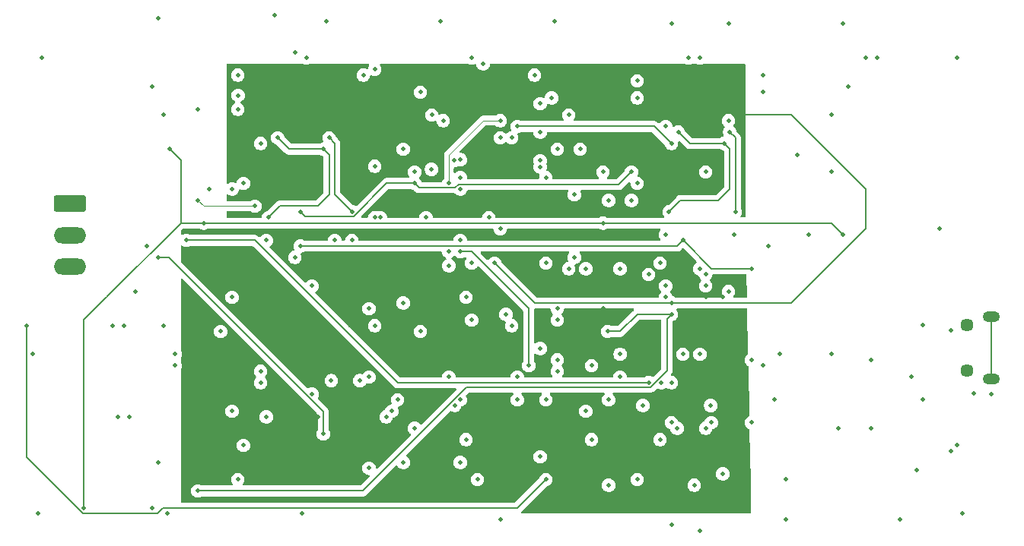
<source format=gbr>
%TF.GenerationSoftware,KiCad,Pcbnew,9.0.3*%
%TF.CreationDate,2025-08-10T03:17:17-04:00*%
%TF.ProjectId,NanoPulse,4e616e6f-5075-46c7-9365-2e6b69636164,Rev 1*%
%TF.SameCoordinates,Original*%
%TF.FileFunction,Copper,L3,Inr*%
%TF.FilePolarity,Positive*%
%FSLAX46Y46*%
G04 Gerber Fmt 4.6, Leading zero omitted, Abs format (unit mm)*
G04 Created by KiCad (PCBNEW 9.0.3) date 2025-08-10 03:17:17*
%MOMM*%
%LPD*%
G01*
G04 APERTURE LIST*
G04 Aperture macros list*
%AMRoundRect*
0 Rectangle with rounded corners*
0 $1 Rounding radius*
0 $2 $3 $4 $5 $6 $7 $8 $9 X,Y pos of 4 corners*
0 Add a 4 corners polygon primitive as box body*
4,1,4,$2,$3,$4,$5,$6,$7,$8,$9,$2,$3,0*
0 Add four circle primitives for the rounded corners*
1,1,$1+$1,$2,$3*
1,1,$1+$1,$4,$5*
1,1,$1+$1,$6,$7*
1,1,$1+$1,$8,$9*
0 Add four rect primitives between the rounded corners*
20,1,$1+$1,$2,$3,$4,$5,0*
20,1,$1+$1,$4,$5,$6,$7,0*
20,1,$1+$1,$6,$7,$8,$9,0*
20,1,$1+$1,$8,$9,$2,$3,0*%
G04 Aperture macros list end*
%TA.AperFunction,ComponentPad*%
%ADD10RoundRect,0.250000X-1.550000X0.650000X-1.550000X-0.650000X1.550000X-0.650000X1.550000X0.650000X0*%
%TD*%
%TA.AperFunction,ComponentPad*%
%ADD11O,3.600000X1.800000*%
%TD*%
%TA.AperFunction,HeatsinkPad*%
%ADD12O,1.900000X1.200000*%
%TD*%
%TA.AperFunction,HeatsinkPad*%
%ADD13C,1.450000*%
%TD*%
%TA.AperFunction,ViaPad*%
%ADD14C,0.500000*%
%TD*%
%TA.AperFunction,Conductor*%
%ADD15C,0.200000*%
%TD*%
%TA.AperFunction,Conductor*%
%ADD16C,0.090000*%
%TD*%
G04 APERTURE END LIST*
D10*
%TO.N,GND*%
%TO.C,J6*%
X91832500Y-81645000D03*
D11*
%TO.N,+6V*%
X91832500Y-85145000D03*
%TO.N,-6V*%
X91832500Y-88645000D03*
%TD*%
D12*
%TO.N,GND*%
%TO.C,J8*%
X194310000Y-101210000D03*
D13*
X191610000Y-100210000D03*
X191610000Y-95210000D03*
D12*
X194310000Y-94210000D03*
%TD*%
D14*
%TO.N,GND*%
X102682655Y-116205000D03*
X188595000Y-84455000D03*
%TO.N,+3.3V*%
X163195000Y-100330000D03*
X165735000Y-102870000D03*
%TO.N,GND*%
X168910000Y-99695000D03*
X158115000Y-90805000D03*
%TO.N,+3.3V*%
X162560000Y-92075000D03*
X164465000Y-92075000D03*
%TO.N,{slash}RESET*%
X135255000Y-76740000D03*
%TO.N,Trig_Detect*%
X167640000Y-99060000D03*
X167640000Y-106045000D03*
%TO.N,BUSY_MCU*%
X151765000Y-103505000D03*
%TO.N,Trig_Detect*%
X144145000Y-97790000D03*
X149860000Y-99695000D03*
%TO.N,CNV_3.3*%
X157624627Y-101601001D03*
%TO.N,Manual_Trigger*%
X155575000Y-104140000D03*
X153035000Y-100965000D03*
%TO.N,/ADC Driver Stage - Final Buffer CH B/Filtered_IN-*%
X162560000Y-78105000D03*
X151130000Y-78105000D03*
X172720000Y-76200000D03*
%TO.N,/ADC Driver Stage - Final Buffer CH A/Filtered_IN-*%
X109855000Y-80010000D03*
%TO.N,MOSI_MCU*%
X146050000Y-99060000D03*
%TO.N,{slash}CS_MCU*%
X146050000Y-100330000D03*
%TO.N,GND*%
X153040001Y-98419999D03*
%TO.N,+1.8V*%
X151646612Y-95885000D03*
%TO.N,BUSY_MCU*%
X165100000Y-91440000D03*
X162560000Y-90805000D03*
%TO.N,MISO0_MCU*%
X140970000Y-95250000D03*
%TO.N,GND*%
X138430000Y-83185000D03*
%TO.N,Net-(U10B-REFIN)*%
X135255000Y-80010000D03*
%TO.N,+5V*%
X135255000Y-86995000D03*
X142875000Y-99695000D03*
%TO.N,REF_5V*%
X139700000Y-72390000D03*
X106045000Y-81280000D03*
X112395000Y-81915000D03*
%TO.N,-5.4V*%
X167640000Y-88900000D03*
X117475000Y-82550000D03*
X130175000Y-79375000D03*
X154305000Y-78105000D03*
X117475000Y-86360000D03*
X160020000Y-85725000D03*
%TO.N,+1.8V*%
X139065000Y-88265000D03*
X148590000Y-78105000D03*
X135255000Y-71755000D03*
X128905000Y-74295000D03*
X106045000Y-113665000D03*
X158750000Y-93980000D03*
X158750000Y-92710000D03*
%TO.N,+6V*%
X104775000Y-85725000D03*
X156210000Y-101600000D03*
X101600000Y-87630000D03*
X120015000Y-107315000D03*
X100330000Y-86360000D03*
%TO.N,GND*%
X87630000Y-98425000D03*
X99060000Y-91440000D03*
%TO.N,-6V*%
X144780000Y-112395000D03*
X86995000Y-95250000D03*
%TO.N,+3.3V*%
X138430000Y-95250000D03*
X154940000Y-110490000D03*
X156845000Y-103505000D03*
X151130000Y-93345000D03*
X147955000Y-106045000D03*
X131445000Y-90170000D03*
X137160000Y-107315000D03*
X131445000Y-104775000D03*
X118110000Y-104775000D03*
X119380000Y-105410000D03*
X120650000Y-109220000D03*
X128270000Y-96994000D03*
X130175000Y-92710000D03*
X129540000Y-99695000D03*
%TO.N,+5.4V*%
X177800000Y-85090000D03*
X151130000Y-83820000D03*
X93345000Y-115570000D03*
X102870000Y-75565000D03*
X106680000Y-83820000D03*
%TO.N,GND*%
X148590000Y-75565000D03*
X96520000Y-95250000D03*
X146050000Y-93345000D03*
X120332500Y-61277500D03*
X97790000Y-95250000D03*
X189897500Y-95805000D03*
X110532519Y-69560945D03*
X158750000Y-101600000D03*
X151765000Y-81280000D03*
X127000000Y-105410000D03*
X176530000Y-98425000D03*
X146050000Y-75565000D03*
X136525000Y-65405000D03*
X154940000Y-69850000D03*
X133985000Y-100965000D03*
X158115000Y-85090000D03*
X146050000Y-94615000D03*
X168910000Y-67310000D03*
X144780000Y-88265000D03*
X125730000Y-83185000D03*
X130175000Y-106680000D03*
X177310701Y-106680000D03*
X124460000Y-67310000D03*
X149225000Y-104775000D03*
X144145000Y-109855000D03*
X158750000Y-117475000D03*
X140335000Y-93980000D03*
X176530000Y-78105000D03*
X137795000Y-66040000D03*
X109855000Y-104775000D03*
X107315000Y-80010000D03*
X190500000Y-108585000D03*
X161925000Y-65405000D03*
X118110000Y-65405000D03*
X154940000Y-79375000D03*
X113665000Y-105410000D03*
X186055000Y-111355000D03*
X154940000Y-112395000D03*
X98425000Y-105410000D03*
X161925000Y-98425000D03*
X139700000Y-116840000D03*
X168910000Y-69215000D03*
X126365000Y-83185000D03*
X131445000Y-83185000D03*
X171450000Y-112395000D03*
X153035000Y-88900000D03*
X186690000Y-95202500D03*
X117663424Y-116205000D03*
X144145000Y-70485000D03*
X111125000Y-108585000D03*
X118745000Y-102870000D03*
X181610000Y-65405000D03*
X176530000Y-71755000D03*
X158750000Y-61595000D03*
X141605000Y-100965000D03*
X163114885Y-104148008D03*
X144145000Y-73660000D03*
X159385000Y-106680000D03*
X127635000Y-104775000D03*
X147320000Y-71755000D03*
X125095000Y-93345000D03*
X125730000Y-95250000D03*
X149860000Y-107950000D03*
X108585000Y-95885000D03*
X186690000Y-103505000D03*
X132080000Y-71755000D03*
X133985000Y-88557479D03*
X120899570Y-101369241D03*
X162560000Y-106680000D03*
X113030000Y-101600000D03*
X136525000Y-88265000D03*
X194310000Y-102870000D03*
X88710000Y-65405000D03*
X123190000Y-85725000D03*
X101600000Y-60960000D03*
X128905000Y-110490000D03*
X189865000Y-109220000D03*
X121285000Y-85725000D03*
X110490000Y-67310000D03*
X165100000Y-61595000D03*
X111125000Y-79375000D03*
X134620000Y-104140000D03*
X161925000Y-118110000D03*
X180340000Y-65405000D03*
X113665000Y-85725000D03*
X157480000Y-107950000D03*
X171450000Y-116840000D03*
X113030000Y-74930000D03*
X125730000Y-77470000D03*
X137160000Y-112395000D03*
X101600000Y-110490000D03*
X110490000Y-112395000D03*
X158115000Y-73025000D03*
X163195000Y-106045000D03*
X135890000Y-107950000D03*
X190500000Y-65405000D03*
X103505000Y-99695000D03*
X158750000Y-106045000D03*
X114617500Y-60642500D03*
X145732500Y-61277500D03*
X191135000Y-116205000D03*
X180975000Y-99060000D03*
X160655000Y-65405000D03*
X88265000Y-116205000D03*
X125095000Y-111125000D03*
X130810000Y-95885000D03*
X97155000Y-105410000D03*
X133032500Y-61277500D03*
X125730000Y-66675000D03*
X158115000Y-92075000D03*
X185420000Y-100965000D03*
X177800000Y-61595000D03*
X133985000Y-86995000D03*
X165735000Y-85090000D03*
X109855000Y-92075000D03*
X128905000Y-92710000D03*
X102235000Y-71755000D03*
X125095000Y-100965000D03*
X161290000Y-113030000D03*
X143510000Y-67310000D03*
X103505000Y-98425000D03*
X144780000Y-103505000D03*
X162560000Y-89535000D03*
X132046353Y-77816074D03*
X116840000Y-64770000D03*
X135255000Y-85725000D03*
X116840000Y-87630000D03*
X192437500Y-102790000D03*
X165100000Y-72390000D03*
X169545000Y-86360000D03*
X184150000Y-116840000D03*
X160020000Y-98425000D03*
X154940000Y-67945000D03*
X173990000Y-85090000D03*
X106045000Y-71120000D03*
X147955000Y-87630000D03*
X124074570Y-101369241D03*
X135255000Y-110490000D03*
X149225000Y-88900000D03*
X164465000Y-111760000D03*
X113030000Y-100330000D03*
X170180000Y-103505000D03*
X133350000Y-72390000D03*
X128905000Y-75565000D03*
X147320000Y-88900000D03*
X141605000Y-103505000D03*
X170815000Y-98425000D03*
X151765000Y-113030000D03*
X136525000Y-94615000D03*
X100965000Y-115570000D03*
X128270000Y-103505000D03*
X110490000Y-71120000D03*
X180975000Y-106680000D03*
X102235000Y-95250000D03*
%TO.N,+3.3V*%
X122555000Y-97790000D03*
%TO.N,REF_5V*%
X133985000Y-79375000D03*
%TO.N,+5V*%
X135255000Y-78740000D03*
%TO.N,Net-(U11B-+IN2)*%
X100965000Y-68580000D03*
%TO.N,Net-(U11A-+IN1)*%
X130810000Y-69215000D03*
%TO.N,/ADC Driver Stage - Final Buffer CH A/Filtered_IN+*%
X130175000Y-78105000D03*
%TO.N,Net-(U12B-+IN2)*%
X145415000Y-69850000D03*
%TO.N,Net-(U12A-+IN1)*%
X178435000Y-68580000D03*
%TO.N,/ADC Driver Stage - Final Buffer CH B/Filtered_IN+*%
X154305000Y-81280000D03*
%TO.N,Net-(U13B-+VCLAMP)*%
X120015000Y-75565000D03*
X113905000Y-83185000D03*
X114935000Y-74295000D03*
%TO.N,Net-(U13B--VCLAMP)*%
X120650000Y-74295000D03*
X123190000Y-82550000D03*
%TO.N,Net-(U14A-VOCM)*%
X158750000Y-74930000D03*
X141605000Y-73025000D03*
%TO.N,Net-(U14B-+VCLAMP)*%
X164599999Y-74930000D03*
X158489999Y-82550000D03*
X159519999Y-73660000D03*
%TO.N,Net-(U14B--VCLAMP)*%
X165869999Y-82550000D03*
X165234999Y-73660000D03*
%TO.N,{slash}RESET_MCU*%
X161925000Y-88900000D03*
%TO.N,/MCU-FPGA/BOOT*%
X135890000Y-92075000D03*
X118745000Y-90805000D03*
%TO.N,REF*%
X139700000Y-84455000D03*
%TO.N,SCK*%
X144145000Y-76835000D03*
X147955000Y-80645000D03*
%TO.N,MOSI*%
X144145000Y-77540000D03*
%TO.N,{slash}CS*%
X144780000Y-78740000D03*
%TO.N,BUSY*%
X140970000Y-74295000D03*
%TO.N,CNV*%
X157480000Y-88265000D03*
X156210000Y-89535000D03*
X134612151Y-76836174D03*
%TO.N,MISO0*%
X139700000Y-74295000D03*
%TO.N,SCK_MCU*%
X135255000Y-103505000D03*
%TD*%
D15*
%TO.N,+5V*%
X135890000Y-86995000D02*
X135255000Y-86995000D01*
X136525000Y-86995000D02*
X135890000Y-86995000D01*
X142875000Y-93345000D02*
X136525000Y-86995000D01*
X142875000Y-99695000D02*
X142875000Y-93345000D01*
D16*
%TO.N,REF_5V*%
X133985000Y-76200000D02*
X133985000Y-79375000D01*
X137795000Y-72390000D02*
X133985000Y-76200000D01*
X139700000Y-72390000D02*
X137795000Y-72390000D01*
X106680000Y-81915000D02*
X112395000Y-81915000D01*
X106045000Y-81280000D02*
X106680000Y-81915000D01*
D15*
%TO.N,-5.4V*%
X163195000Y-88900000D02*
X160020000Y-85725000D01*
X167640000Y-88900000D02*
X163195000Y-88900000D01*
X117976000Y-83051000D02*
X117475000Y-82550000D01*
X123397521Y-83051000D02*
X117976000Y-83051000D01*
X127073521Y-79375000D02*
X123397521Y-83051000D01*
X130175000Y-79375000D02*
X127073521Y-79375000D01*
X134680479Y-79876000D02*
X130676000Y-79876000D01*
X130676000Y-79876000D02*
X130175000Y-79375000D01*
X135047479Y-79509000D02*
X134680479Y-79876000D01*
X152901000Y-79509000D02*
X135047479Y-79509000D01*
X154305000Y-78105000D02*
X152901000Y-79509000D01*
X121285000Y-86360000D02*
X117475000Y-86360000D01*
X159385000Y-86360000D02*
X121285000Y-86360000D01*
X160020000Y-85725000D02*
X159385000Y-86360000D01*
%TO.N,+1.8V*%
X143510000Y-92710000D02*
X158750000Y-92710000D01*
X139065000Y-88265000D02*
X143510000Y-92710000D01*
X158249000Y-94481000D02*
X158750000Y-93980000D01*
X135950479Y-102101000D02*
X156417521Y-102101000D01*
X156417521Y-102101000D02*
X158249000Y-100269521D01*
X124386479Y-113665000D02*
X135950479Y-102101000D01*
X106045000Y-113665000D02*
X124386479Y-113665000D01*
%TO.N,+6V*%
X112395000Y-85725000D02*
X104775000Y-85725000D01*
X128270000Y-101600000D02*
X112395000Y-85725000D01*
X156210000Y-101600000D02*
X128270000Y-101600000D01*
X102796479Y-87630000D02*
X101600000Y-87630000D01*
X120015000Y-104848521D02*
X102796479Y-87630000D01*
X120015000Y-107315000D02*
X120015000Y-104848521D01*
%TO.N,-6V*%
X141605000Y-115570000D02*
X144780000Y-112395000D01*
X138430000Y-115570000D02*
X141605000Y-115570000D01*
X102161479Y-115570000D02*
X138430000Y-115570000D01*
X93271479Y-116205000D02*
X101526479Y-116205000D01*
X86995000Y-109928521D02*
X93271479Y-116205000D01*
X86995000Y-95250000D02*
X86995000Y-109928521D01*
X101526479Y-116205000D02*
X102161479Y-115570000D01*
%TO.N,+5.4V*%
X95885000Y-92075000D02*
X104140000Y-83820000D01*
X93345000Y-115570000D02*
X93345000Y-94615000D01*
X106680000Y-83820000D02*
X151130000Y-83820000D01*
X104140000Y-83820000D02*
X104140000Y-76835000D01*
X93345000Y-94615000D02*
X95885000Y-92075000D01*
X104140000Y-76835000D02*
X102870000Y-75565000D01*
X176530000Y-83820000D02*
X177800000Y-85090000D01*
X104140000Y-83820000D02*
X106680000Y-83820000D01*
X151130000Y-83820000D02*
X176530000Y-83820000D01*
%TO.N,GND*%
X194310000Y-94210000D02*
X194310000Y-101210000D01*
%TO.N,Net-(U13B-+VCLAMP)*%
X118110000Y-81915000D02*
X119380000Y-81915000D01*
X120015000Y-75565000D02*
X116205000Y-75565000D01*
X120650000Y-79375000D02*
X120650000Y-76200000D01*
X120015000Y-81280000D02*
X120650000Y-80645000D01*
X120650000Y-76200000D02*
X120015000Y-75565000D01*
X116205000Y-75565000D02*
X114935000Y-74295000D01*
X119380000Y-81915000D02*
X120015000Y-81280000D01*
X120650000Y-80645000D02*
X120650000Y-79375000D01*
X113905000Y-83185000D02*
X115175000Y-81915000D01*
X115175000Y-81915000D02*
X118110000Y-81915000D01*
%TO.N,Net-(U13B--VCLAMP)*%
X121285000Y-80645000D02*
X121285000Y-74930000D01*
X123190000Y-82550000D02*
X121285000Y-80645000D01*
X121285000Y-74930000D02*
X120650000Y-74295000D01*
%TO.N,Net-(U14A-VOCM)*%
X158750000Y-74930000D02*
X156845000Y-73025000D01*
X156845000Y-73025000D02*
X141605000Y-73025000D01*
%TO.N,Net-(U14B-+VCLAMP)*%
X165234999Y-78740000D02*
X165234999Y-75565000D01*
X164599999Y-80645000D02*
X165234999Y-80010000D01*
X163964999Y-81280000D02*
X164599999Y-80645000D01*
X165234999Y-75565000D02*
X164599999Y-74930000D01*
X164599999Y-74930000D02*
X160789999Y-74930000D01*
X165234999Y-80010000D02*
X165234999Y-78740000D01*
X162694999Y-81280000D02*
X163964999Y-81280000D01*
X158489999Y-82550000D02*
X159759999Y-81280000D01*
X160789999Y-74930000D02*
X159519999Y-73660000D01*
X159759999Y-81280000D02*
X162694999Y-81280000D01*
%TO.N,Net-(U14B--VCLAMP)*%
X165869999Y-74295000D02*
X165234999Y-73660000D01*
X165869999Y-82550000D02*
X165869999Y-74295000D01*
%TO.N,+1.8V*%
X151646612Y-95885000D02*
X153035000Y-95885000D01*
X153035000Y-95885000D02*
X154940000Y-93980000D01*
X154940000Y-93980000D02*
X158750000Y-93980000D01*
X158249000Y-100269521D02*
X158249000Y-94481000D01*
X158750000Y-92710000D02*
X172085000Y-92710000D01*
X179705000Y-85090000D02*
X180340000Y-84455000D01*
X172085000Y-92710000D02*
X179705000Y-85090000D01*
X180340000Y-84455000D02*
X180340000Y-80010000D01*
X180340000Y-80010000D02*
X172085000Y-71755000D01*
X172085000Y-71755000D02*
X165735000Y-71755000D01*
%TD*%
%TA.AperFunction,Conductor*%
%TO.N,+3.3V*%
G36*
X104332887Y-86332208D02*
G01*
X104419505Y-86390084D01*
X104419507Y-86390085D01*
X104419511Y-86390087D01*
X104528695Y-86435312D01*
X104556087Y-86446658D01*
X104556091Y-86446658D01*
X104556092Y-86446659D01*
X104701079Y-86475500D01*
X104701082Y-86475500D01*
X104848920Y-86475500D01*
X104946462Y-86456096D01*
X104993913Y-86446658D01*
X105130495Y-86390084D01*
X105195876Y-86346398D01*
X105262553Y-86325520D01*
X105264767Y-86325500D01*
X112094903Y-86325500D01*
X112161942Y-86345185D01*
X112182584Y-86361819D01*
X127785139Y-101964374D01*
X127785149Y-101964385D01*
X127789479Y-101968715D01*
X127789480Y-101968716D01*
X127901284Y-102080520D01*
X127933607Y-102099181D01*
X127988095Y-102130639D01*
X127988097Y-102130641D01*
X128036055Y-102158330D01*
X128038215Y-102159577D01*
X128190942Y-102200500D01*
X128190943Y-102200500D01*
X134702381Y-102200500D01*
X134769420Y-102220185D01*
X134815175Y-102272989D01*
X134825119Y-102342147D01*
X134796094Y-102405703D01*
X134790062Y-102412181D01*
X130962005Y-106240236D01*
X130900682Y-106273721D01*
X130830990Y-106268737D01*
X130775057Y-106226865D01*
X130771237Y-106221469D01*
X130757951Y-106201584D01*
X130757949Y-106201582D01*
X130757947Y-106201579D01*
X130653419Y-106097051D01*
X130653415Y-106097048D01*
X130530501Y-106014919D01*
X130530488Y-106014912D01*
X130393917Y-105958343D01*
X130393907Y-105958340D01*
X130248920Y-105929500D01*
X130248918Y-105929500D01*
X130101082Y-105929500D01*
X130101080Y-105929500D01*
X129956092Y-105958340D01*
X129956082Y-105958343D01*
X129819511Y-106014912D01*
X129819498Y-106014919D01*
X129696584Y-106097048D01*
X129696580Y-106097051D01*
X129592051Y-106201580D01*
X129592048Y-106201584D01*
X129509919Y-106324498D01*
X129509912Y-106324511D01*
X129453343Y-106461082D01*
X129453340Y-106461092D01*
X129424500Y-106606079D01*
X129424500Y-106606082D01*
X129424500Y-106753918D01*
X129424500Y-106753920D01*
X129424499Y-106753920D01*
X129453340Y-106898907D01*
X129453343Y-106898917D01*
X129509912Y-107035488D01*
X129509919Y-107035501D01*
X129592048Y-107158415D01*
X129592051Y-107158419D01*
X129696579Y-107262947D01*
X129696582Y-107262949D01*
X129696584Y-107262951D01*
X129716445Y-107276222D01*
X129761250Y-107329832D01*
X129769959Y-107399157D01*
X129739805Y-107462185D01*
X129735236Y-107467005D01*
X126057181Y-111145061D01*
X125995858Y-111178546D01*
X125926166Y-111173562D01*
X125870233Y-111131690D01*
X125845816Y-111066226D01*
X125845500Y-111057380D01*
X125845500Y-111051079D01*
X125816659Y-110906092D01*
X125816658Y-110906091D01*
X125816658Y-110906087D01*
X125816656Y-110906082D01*
X125760087Y-110769511D01*
X125760080Y-110769498D01*
X125677951Y-110646584D01*
X125677948Y-110646580D01*
X125573419Y-110542051D01*
X125573415Y-110542048D01*
X125450501Y-110459919D01*
X125450488Y-110459912D01*
X125313917Y-110403343D01*
X125313907Y-110403340D01*
X125168920Y-110374500D01*
X125168918Y-110374500D01*
X125021082Y-110374500D01*
X125021080Y-110374500D01*
X124876092Y-110403340D01*
X124876082Y-110403343D01*
X124739511Y-110459912D01*
X124739498Y-110459919D01*
X124616584Y-110542048D01*
X124616580Y-110542051D01*
X124512051Y-110646580D01*
X124512048Y-110646584D01*
X124429919Y-110769498D01*
X124429912Y-110769511D01*
X124373343Y-110906082D01*
X124373340Y-110906092D01*
X124344500Y-111051079D01*
X124344500Y-111051082D01*
X124344500Y-111198918D01*
X124344500Y-111198920D01*
X124344499Y-111198920D01*
X124373340Y-111343907D01*
X124373343Y-111343917D01*
X124429912Y-111480488D01*
X124429919Y-111480501D01*
X124512048Y-111603415D01*
X124512051Y-111603419D01*
X124616580Y-111707948D01*
X124616584Y-111707951D01*
X124739498Y-111790080D01*
X124739511Y-111790087D01*
X124876082Y-111846656D01*
X124876087Y-111846658D01*
X124876091Y-111846658D01*
X124876092Y-111846659D01*
X125021079Y-111875500D01*
X125027380Y-111875500D01*
X125094419Y-111895185D01*
X125140174Y-111947989D01*
X125150118Y-112017147D01*
X125121093Y-112080703D01*
X125115061Y-112087181D01*
X124174063Y-113028181D01*
X124112740Y-113061666D01*
X124086382Y-113064500D01*
X111177261Y-113064500D01*
X111110222Y-113044815D01*
X111064467Y-112992011D01*
X111054523Y-112922853D01*
X111074159Y-112871609D01*
X111155080Y-112750501D01*
X111155080Y-112750500D01*
X111155084Y-112750495D01*
X111211658Y-112613913D01*
X111237966Y-112481658D01*
X111240500Y-112468920D01*
X111240500Y-112321079D01*
X111211659Y-112176092D01*
X111211658Y-112176091D01*
X111211658Y-112176087D01*
X111172149Y-112080703D01*
X111155087Y-112039511D01*
X111155080Y-112039498D01*
X111072951Y-111916584D01*
X111072948Y-111916580D01*
X110968419Y-111812051D01*
X110968415Y-111812048D01*
X110845501Y-111729919D01*
X110845488Y-111729912D01*
X110708917Y-111673343D01*
X110708907Y-111673340D01*
X110563920Y-111644500D01*
X110563918Y-111644500D01*
X110416082Y-111644500D01*
X110416080Y-111644500D01*
X110271092Y-111673340D01*
X110271082Y-111673343D01*
X110134511Y-111729912D01*
X110134498Y-111729919D01*
X110011584Y-111812048D01*
X110011580Y-111812051D01*
X109907051Y-111916580D01*
X109907048Y-111916584D01*
X109824919Y-112039498D01*
X109824912Y-112039511D01*
X109768343Y-112176082D01*
X109768340Y-112176092D01*
X109739500Y-112321079D01*
X109739500Y-112321082D01*
X109739500Y-112468918D01*
X109739500Y-112468920D01*
X109739499Y-112468920D01*
X109768340Y-112613907D01*
X109768343Y-112613917D01*
X109824912Y-112750488D01*
X109824919Y-112750501D01*
X109905841Y-112871609D01*
X109926719Y-112938287D01*
X109908234Y-113005667D01*
X109856255Y-113052357D01*
X109802739Y-113064500D01*
X106534767Y-113064500D01*
X106467728Y-113044815D01*
X106465876Y-113043602D01*
X106400501Y-112999919D01*
X106400488Y-112999912D01*
X106263917Y-112943343D01*
X106263907Y-112943340D01*
X106118920Y-112914500D01*
X106118918Y-112914500D01*
X105971082Y-112914500D01*
X105971080Y-112914500D01*
X105826092Y-112943340D01*
X105826082Y-112943343D01*
X105689511Y-112999912D01*
X105689498Y-112999919D01*
X105566584Y-113082048D01*
X105566580Y-113082051D01*
X105462051Y-113186580D01*
X105462048Y-113186584D01*
X105379919Y-113309498D01*
X105379912Y-113309511D01*
X105323343Y-113446082D01*
X105323340Y-113446092D01*
X105294500Y-113591079D01*
X105294500Y-113591082D01*
X105294500Y-113738918D01*
X105294500Y-113738920D01*
X105294499Y-113738920D01*
X105323340Y-113883907D01*
X105323343Y-113883917D01*
X105379912Y-114020488D01*
X105379919Y-114020501D01*
X105462048Y-114143415D01*
X105462051Y-114143419D01*
X105566580Y-114247948D01*
X105566584Y-114247951D01*
X105689498Y-114330080D01*
X105689511Y-114330087D01*
X105826082Y-114386656D01*
X105826087Y-114386658D01*
X105826091Y-114386658D01*
X105826092Y-114386659D01*
X105971079Y-114415500D01*
X105971082Y-114415500D01*
X106118920Y-114415500D01*
X106216462Y-114396096D01*
X106263913Y-114386658D01*
X106400495Y-114330084D01*
X106465876Y-114286398D01*
X106532553Y-114265520D01*
X106534767Y-114265500D01*
X124299810Y-114265500D01*
X124299826Y-114265501D01*
X124307422Y-114265501D01*
X124465533Y-114265501D01*
X124465536Y-114265501D01*
X124618264Y-114224577D01*
X124668383Y-114195639D01*
X124755195Y-114145520D01*
X124866999Y-114033716D01*
X124866999Y-114033714D01*
X124877207Y-114023507D01*
X124877209Y-114023504D01*
X126431793Y-112468920D01*
X136409499Y-112468920D01*
X136438340Y-112613907D01*
X136438343Y-112613917D01*
X136494912Y-112750488D01*
X136494919Y-112750501D01*
X136577048Y-112873415D01*
X136577051Y-112873419D01*
X136681580Y-112977948D01*
X136681584Y-112977951D01*
X136804498Y-113060080D01*
X136804511Y-113060087D01*
X136941082Y-113116656D01*
X136941087Y-113116658D01*
X136941091Y-113116658D01*
X136941092Y-113116659D01*
X137086079Y-113145500D01*
X137086082Y-113145500D01*
X137233920Y-113145500D01*
X137331462Y-113126096D01*
X137378913Y-113116658D01*
X137515495Y-113060084D01*
X137638416Y-112977951D01*
X137742951Y-112873416D01*
X137825084Y-112750495D01*
X137881658Y-112613913D01*
X137907966Y-112481658D01*
X137910500Y-112468920D01*
X137910500Y-112321079D01*
X137881659Y-112176092D01*
X137881658Y-112176091D01*
X137881658Y-112176087D01*
X137842149Y-112080703D01*
X137825087Y-112039511D01*
X137825080Y-112039498D01*
X137742951Y-111916584D01*
X137742948Y-111916580D01*
X137638419Y-111812051D01*
X137638415Y-111812048D01*
X137515501Y-111729919D01*
X137515488Y-111729912D01*
X137378917Y-111673343D01*
X137378907Y-111673340D01*
X137233920Y-111644500D01*
X137233918Y-111644500D01*
X137086082Y-111644500D01*
X137086080Y-111644500D01*
X136941092Y-111673340D01*
X136941082Y-111673343D01*
X136804511Y-111729912D01*
X136804498Y-111729919D01*
X136681584Y-111812048D01*
X136681580Y-111812051D01*
X136577051Y-111916580D01*
X136577048Y-111916584D01*
X136494919Y-112039498D01*
X136494912Y-112039511D01*
X136438343Y-112176082D01*
X136438340Y-112176092D01*
X136409500Y-112321079D01*
X136409500Y-112321082D01*
X136409500Y-112468918D01*
X136409500Y-112468920D01*
X136409499Y-112468920D01*
X126431793Y-112468920D01*
X128059098Y-110841614D01*
X128120419Y-110808131D01*
X128190111Y-110813115D01*
X128246044Y-110854987D01*
X128249879Y-110860406D01*
X128322048Y-110968416D01*
X128426580Y-111072948D01*
X128426584Y-111072951D01*
X128549498Y-111155080D01*
X128549511Y-111155087D01*
X128686082Y-111211656D01*
X128686087Y-111211658D01*
X128686091Y-111211658D01*
X128686092Y-111211659D01*
X128831079Y-111240500D01*
X128831082Y-111240500D01*
X128978920Y-111240500D01*
X129076462Y-111221096D01*
X129123913Y-111211658D01*
X129260495Y-111155084D01*
X129383416Y-111072951D01*
X129487951Y-110968416D01*
X129570084Y-110845495D01*
X129626658Y-110708913D01*
X129652966Y-110576658D01*
X129655500Y-110563920D01*
X134504499Y-110563920D01*
X134533340Y-110708907D01*
X134533343Y-110708917D01*
X134589912Y-110845488D01*
X134589919Y-110845501D01*
X134672048Y-110968415D01*
X134672051Y-110968419D01*
X134776580Y-111072948D01*
X134776584Y-111072951D01*
X134899498Y-111155080D01*
X134899511Y-111155087D01*
X135036082Y-111211656D01*
X135036087Y-111211658D01*
X135036091Y-111211658D01*
X135036092Y-111211659D01*
X135181079Y-111240500D01*
X135181082Y-111240500D01*
X135328920Y-111240500D01*
X135426462Y-111221096D01*
X135473913Y-111211658D01*
X135610495Y-111155084D01*
X135733416Y-111072951D01*
X135837951Y-110968416D01*
X135920084Y-110845495D01*
X135976658Y-110708913D01*
X136002966Y-110576658D01*
X136005500Y-110563920D01*
X136005500Y-110416079D01*
X135976659Y-110271092D01*
X135976658Y-110271091D01*
X135976658Y-110271087D01*
X135951557Y-110210488D01*
X135920087Y-110134511D01*
X135920080Y-110134498D01*
X135837951Y-110011584D01*
X135837948Y-110011580D01*
X135755288Y-109928920D01*
X143394499Y-109928920D01*
X143423340Y-110073907D01*
X143423343Y-110073917D01*
X143479912Y-110210488D01*
X143479919Y-110210501D01*
X143562048Y-110333415D01*
X143562051Y-110333419D01*
X143666580Y-110437948D01*
X143666584Y-110437951D01*
X143789498Y-110520080D01*
X143789511Y-110520087D01*
X143926082Y-110576656D01*
X143926087Y-110576658D01*
X143926091Y-110576658D01*
X143926092Y-110576659D01*
X144071079Y-110605500D01*
X144071082Y-110605500D01*
X144218920Y-110605500D01*
X144316462Y-110586096D01*
X144363913Y-110576658D01*
X144500495Y-110520084D01*
X144623416Y-110437951D01*
X144727951Y-110333416D01*
X144810084Y-110210495D01*
X144866658Y-110073913D01*
X144895500Y-109928918D01*
X144895500Y-109781082D01*
X144895500Y-109781079D01*
X144866659Y-109636092D01*
X144866658Y-109636091D01*
X144866658Y-109636087D01*
X144866656Y-109636082D01*
X144810087Y-109499511D01*
X144810080Y-109499498D01*
X144727951Y-109376584D01*
X144727948Y-109376580D01*
X144623419Y-109272051D01*
X144623415Y-109272048D01*
X144500501Y-109189919D01*
X144500488Y-109189912D01*
X144363917Y-109133343D01*
X144363907Y-109133340D01*
X144218920Y-109104500D01*
X144218918Y-109104500D01*
X144071082Y-109104500D01*
X144071080Y-109104500D01*
X143926092Y-109133340D01*
X143926082Y-109133343D01*
X143789511Y-109189912D01*
X143789498Y-109189919D01*
X143666584Y-109272048D01*
X143666580Y-109272051D01*
X143562051Y-109376580D01*
X143562048Y-109376584D01*
X143479919Y-109499498D01*
X143479912Y-109499511D01*
X143423343Y-109636082D01*
X143423340Y-109636092D01*
X143394500Y-109781079D01*
X143394500Y-109781082D01*
X143394500Y-109928918D01*
X143394500Y-109928920D01*
X143394499Y-109928920D01*
X135755288Y-109928920D01*
X135733419Y-109907051D01*
X135733411Y-109907045D01*
X135690129Y-109878125D01*
X135690079Y-109878092D01*
X135610501Y-109824919D01*
X135610488Y-109824912D01*
X135473917Y-109768343D01*
X135473907Y-109768340D01*
X135328920Y-109739500D01*
X135328918Y-109739500D01*
X135181082Y-109739500D01*
X135181080Y-109739500D01*
X135036092Y-109768340D01*
X135036082Y-109768343D01*
X134899511Y-109824912D01*
X134899498Y-109824919D01*
X134776584Y-109907048D01*
X134776580Y-109907051D01*
X134672051Y-110011580D01*
X134672048Y-110011584D01*
X134589919Y-110134498D01*
X134589912Y-110134511D01*
X134533343Y-110271082D01*
X134533340Y-110271092D01*
X134504500Y-110416079D01*
X134504500Y-110416082D01*
X134504500Y-110563918D01*
X134504500Y-110563920D01*
X134504499Y-110563920D01*
X129655500Y-110563920D01*
X129655500Y-110416079D01*
X129626659Y-110271092D01*
X129626658Y-110271091D01*
X129626658Y-110271087D01*
X129601557Y-110210488D01*
X129570087Y-110134511D01*
X129570080Y-110134498D01*
X129487951Y-110011584D01*
X129487948Y-110011580D01*
X129383416Y-109907048D01*
X129275406Y-109834879D01*
X129230601Y-109781267D01*
X129221894Y-109711942D01*
X129252048Y-109648915D01*
X129256597Y-109644115D01*
X130876792Y-108023920D01*
X135139499Y-108023920D01*
X135168340Y-108168907D01*
X135168343Y-108168917D01*
X135224912Y-108305488D01*
X135224919Y-108305501D01*
X135307048Y-108428415D01*
X135307051Y-108428419D01*
X135411580Y-108532948D01*
X135411584Y-108532951D01*
X135534498Y-108615080D01*
X135534511Y-108615087D01*
X135671082Y-108671656D01*
X135671087Y-108671658D01*
X135671091Y-108671658D01*
X135671092Y-108671659D01*
X135816079Y-108700500D01*
X135816082Y-108700500D01*
X135963920Y-108700500D01*
X136061462Y-108681096D01*
X136108913Y-108671658D01*
X136245495Y-108615084D01*
X136368416Y-108532951D01*
X136472951Y-108428416D01*
X136555084Y-108305495D01*
X136611658Y-108168913D01*
X136637966Y-108036658D01*
X136640500Y-108023920D01*
X149109499Y-108023920D01*
X149138340Y-108168907D01*
X149138343Y-108168917D01*
X149194912Y-108305488D01*
X149194919Y-108305501D01*
X149277048Y-108428415D01*
X149277051Y-108428419D01*
X149381580Y-108532948D01*
X149381584Y-108532951D01*
X149504498Y-108615080D01*
X149504511Y-108615087D01*
X149641082Y-108671656D01*
X149641087Y-108671658D01*
X149641091Y-108671658D01*
X149641092Y-108671659D01*
X149786079Y-108700500D01*
X149786082Y-108700500D01*
X149933920Y-108700500D01*
X150031462Y-108681096D01*
X150078913Y-108671658D01*
X150215495Y-108615084D01*
X150338416Y-108532951D01*
X150442951Y-108428416D01*
X150525084Y-108305495D01*
X150581658Y-108168913D01*
X150607966Y-108036658D01*
X150610500Y-108023920D01*
X156729499Y-108023920D01*
X156758340Y-108168907D01*
X156758343Y-108168917D01*
X156814912Y-108305488D01*
X156814919Y-108305501D01*
X156897048Y-108428415D01*
X156897051Y-108428419D01*
X157001580Y-108532948D01*
X157001584Y-108532951D01*
X157124498Y-108615080D01*
X157124511Y-108615087D01*
X157261082Y-108671656D01*
X157261087Y-108671658D01*
X157261091Y-108671658D01*
X157261092Y-108671659D01*
X157406079Y-108700500D01*
X157406082Y-108700500D01*
X157553920Y-108700500D01*
X157651462Y-108681096D01*
X157698913Y-108671658D01*
X157835495Y-108615084D01*
X157958416Y-108532951D01*
X158062951Y-108428416D01*
X158145084Y-108305495D01*
X158201658Y-108168913D01*
X158227966Y-108036658D01*
X158230500Y-108023920D01*
X158230500Y-107876079D01*
X158201659Y-107731092D01*
X158201658Y-107731091D01*
X158201658Y-107731087D01*
X158176557Y-107670488D01*
X158145087Y-107594511D01*
X158145080Y-107594498D01*
X158062951Y-107471584D01*
X158062948Y-107471580D01*
X157958419Y-107367051D01*
X157958415Y-107367048D01*
X157835501Y-107284919D01*
X157835488Y-107284912D01*
X157698917Y-107228343D01*
X157698907Y-107228340D01*
X157553920Y-107199500D01*
X157553918Y-107199500D01*
X157406082Y-107199500D01*
X157406080Y-107199500D01*
X157261092Y-107228340D01*
X157261082Y-107228343D01*
X157124511Y-107284912D01*
X157124498Y-107284919D01*
X157001584Y-107367048D01*
X157001580Y-107367051D01*
X156897051Y-107471580D01*
X156897048Y-107471584D01*
X156814919Y-107594498D01*
X156814912Y-107594511D01*
X156758343Y-107731082D01*
X156758340Y-107731092D01*
X156729500Y-107876079D01*
X156729500Y-107876082D01*
X156729500Y-108023918D01*
X156729500Y-108023920D01*
X156729499Y-108023920D01*
X150610500Y-108023920D01*
X150610500Y-107876079D01*
X150581659Y-107731092D01*
X150581658Y-107731091D01*
X150581658Y-107731087D01*
X150556557Y-107670488D01*
X150525087Y-107594511D01*
X150525080Y-107594498D01*
X150442951Y-107471584D01*
X150442948Y-107471580D01*
X150338419Y-107367051D01*
X150338415Y-107367048D01*
X150215501Y-107284919D01*
X150215488Y-107284912D01*
X150078917Y-107228343D01*
X150078907Y-107228340D01*
X149933920Y-107199500D01*
X149933918Y-107199500D01*
X149786082Y-107199500D01*
X149786080Y-107199500D01*
X149641092Y-107228340D01*
X149641082Y-107228343D01*
X149504511Y-107284912D01*
X149504498Y-107284919D01*
X149381584Y-107367048D01*
X149381580Y-107367051D01*
X149277051Y-107471580D01*
X149277048Y-107471584D01*
X149194919Y-107594498D01*
X149194912Y-107594511D01*
X149138343Y-107731082D01*
X149138340Y-107731092D01*
X149109500Y-107876079D01*
X149109500Y-107876082D01*
X149109500Y-108023918D01*
X149109500Y-108023920D01*
X149109499Y-108023920D01*
X136640500Y-108023920D01*
X136640500Y-107876079D01*
X136611659Y-107731092D01*
X136611658Y-107731091D01*
X136611658Y-107731087D01*
X136586557Y-107670488D01*
X136555087Y-107594511D01*
X136555080Y-107594498D01*
X136472951Y-107471584D01*
X136472948Y-107471580D01*
X136368419Y-107367051D01*
X136368415Y-107367048D01*
X136245501Y-107284919D01*
X136245488Y-107284912D01*
X136108917Y-107228343D01*
X136108907Y-107228340D01*
X135963920Y-107199500D01*
X135963918Y-107199500D01*
X135816082Y-107199500D01*
X135816080Y-107199500D01*
X135671092Y-107228340D01*
X135671082Y-107228343D01*
X135534511Y-107284912D01*
X135534498Y-107284919D01*
X135411584Y-107367048D01*
X135411580Y-107367051D01*
X135307051Y-107471580D01*
X135307048Y-107471584D01*
X135224919Y-107594498D01*
X135224912Y-107594511D01*
X135168343Y-107731082D01*
X135168340Y-107731092D01*
X135139500Y-107876079D01*
X135139500Y-107876082D01*
X135139500Y-108023918D01*
X135139500Y-108023920D01*
X135139499Y-108023920D01*
X130876792Y-108023920D01*
X132781793Y-106118920D01*
X157999499Y-106118920D01*
X158028340Y-106263907D01*
X158028343Y-106263917D01*
X158084912Y-106400488D01*
X158084919Y-106400501D01*
X158167048Y-106523415D01*
X158167051Y-106523419D01*
X158271580Y-106627948D01*
X158271584Y-106627951D01*
X158394498Y-106710080D01*
X158394511Y-106710087D01*
X158531080Y-106766655D01*
X158531087Y-106766658D01*
X158560136Y-106772436D01*
X158622046Y-106804819D01*
X158656621Y-106865534D01*
X158657562Y-106869859D01*
X158663341Y-106898909D01*
X158663343Y-106898917D01*
X158719912Y-107035488D01*
X158719919Y-107035501D01*
X158802048Y-107158415D01*
X158802051Y-107158419D01*
X158906580Y-107262948D01*
X158906584Y-107262951D01*
X159029498Y-107345080D01*
X159029511Y-107345087D01*
X159160049Y-107399157D01*
X159166087Y-107401658D01*
X159166091Y-107401658D01*
X159166092Y-107401659D01*
X159311079Y-107430500D01*
X159311082Y-107430500D01*
X159458920Y-107430500D01*
X159556462Y-107411096D01*
X159603913Y-107401658D01*
X159740495Y-107345084D01*
X159863416Y-107262951D01*
X159967951Y-107158416D01*
X160050084Y-107035495D01*
X160106658Y-106898913D01*
X160116096Y-106851462D01*
X160135500Y-106753920D01*
X161809499Y-106753920D01*
X161838340Y-106898907D01*
X161838343Y-106898917D01*
X161894912Y-107035488D01*
X161894919Y-107035501D01*
X161977048Y-107158415D01*
X161977051Y-107158419D01*
X162081580Y-107262948D01*
X162081584Y-107262951D01*
X162204498Y-107345080D01*
X162204511Y-107345087D01*
X162335049Y-107399157D01*
X162341087Y-107401658D01*
X162341091Y-107401658D01*
X162341092Y-107401659D01*
X162486079Y-107430500D01*
X162486082Y-107430500D01*
X162633920Y-107430500D01*
X162731462Y-107411096D01*
X162778913Y-107401658D01*
X162915495Y-107345084D01*
X163038416Y-107262951D01*
X163142951Y-107158416D01*
X163225084Y-107035495D01*
X163281658Y-106898913D01*
X163287436Y-106869862D01*
X163319819Y-106807953D01*
X163380533Y-106773377D01*
X163384819Y-106772444D01*
X163413913Y-106766658D01*
X163550495Y-106710084D01*
X163673416Y-106627951D01*
X163777951Y-106523416D01*
X163860084Y-106400495D01*
X163916658Y-106263913D01*
X163942966Y-106131658D01*
X163945500Y-106118920D01*
X163945500Y-105971079D01*
X163916659Y-105826092D01*
X163916658Y-105826091D01*
X163916658Y-105826087D01*
X163891557Y-105765488D01*
X163860087Y-105689511D01*
X163860080Y-105689498D01*
X163777951Y-105566584D01*
X163777948Y-105566580D01*
X163673419Y-105462051D01*
X163673415Y-105462048D01*
X163550501Y-105379919D01*
X163550488Y-105379912D01*
X163413917Y-105323343D01*
X163413907Y-105323340D01*
X163268920Y-105294500D01*
X163268918Y-105294500D01*
X163121082Y-105294500D01*
X163121080Y-105294500D01*
X162976092Y-105323340D01*
X162976082Y-105323343D01*
X162839511Y-105379912D01*
X162839498Y-105379919D01*
X162716584Y-105462048D01*
X162716580Y-105462051D01*
X162612051Y-105566580D01*
X162612048Y-105566584D01*
X162529919Y-105689498D01*
X162529912Y-105689511D01*
X162473343Y-105826082D01*
X162473340Y-105826092D01*
X162467563Y-105855138D01*
X162435178Y-105917048D01*
X162374462Y-105951623D01*
X162370138Y-105952563D01*
X162341092Y-105958340D01*
X162341082Y-105958343D01*
X162204511Y-106014912D01*
X162204498Y-106014919D01*
X162081584Y-106097048D01*
X162081580Y-106097051D01*
X161977051Y-106201580D01*
X161977048Y-106201584D01*
X161894919Y-106324498D01*
X161894912Y-106324511D01*
X161838343Y-106461082D01*
X161838340Y-106461092D01*
X161809500Y-106606079D01*
X161809500Y-106606082D01*
X161809500Y-106753918D01*
X161809500Y-106753920D01*
X161809499Y-106753920D01*
X160135500Y-106753920D01*
X160135500Y-106606079D01*
X160106659Y-106461092D01*
X160106658Y-106461091D01*
X160106658Y-106461087D01*
X160081557Y-106400488D01*
X160050087Y-106324511D01*
X160050080Y-106324498D01*
X159967951Y-106201584D01*
X159967948Y-106201580D01*
X159863419Y-106097051D01*
X159863415Y-106097048D01*
X159740501Y-106014919D01*
X159740488Y-106014912D01*
X159603917Y-105958343D01*
X159603909Y-105958341D01*
X159574859Y-105952562D01*
X159512949Y-105920175D01*
X159478376Y-105859459D01*
X159477436Y-105855138D01*
X159471658Y-105826087D01*
X159446557Y-105765488D01*
X159415087Y-105689511D01*
X159415080Y-105689498D01*
X159332951Y-105566584D01*
X159332948Y-105566580D01*
X159228419Y-105462051D01*
X159228415Y-105462048D01*
X159105501Y-105379919D01*
X159105488Y-105379912D01*
X158968917Y-105323343D01*
X158968907Y-105323340D01*
X158823920Y-105294500D01*
X158823918Y-105294500D01*
X158676082Y-105294500D01*
X158676080Y-105294500D01*
X158531092Y-105323340D01*
X158531082Y-105323343D01*
X158394511Y-105379912D01*
X158394498Y-105379919D01*
X158271584Y-105462048D01*
X158271580Y-105462051D01*
X158167051Y-105566580D01*
X158167048Y-105566584D01*
X158084919Y-105689498D01*
X158084912Y-105689511D01*
X158028343Y-105826082D01*
X158028340Y-105826092D01*
X157999500Y-105971079D01*
X157999500Y-105971082D01*
X157999500Y-106118918D01*
X157999500Y-106118920D01*
X157999499Y-106118920D01*
X132781793Y-106118920D01*
X134091315Y-104809398D01*
X134152636Y-104775915D01*
X134222328Y-104780899D01*
X134247885Y-104793979D01*
X134264505Y-104805084D01*
X134264507Y-104805084D01*
X134264511Y-104805087D01*
X134401082Y-104861656D01*
X134401087Y-104861658D01*
X134401091Y-104861658D01*
X134401092Y-104861659D01*
X134546079Y-104890500D01*
X134546082Y-104890500D01*
X134693920Y-104890500D01*
X134798665Y-104869664D01*
X134838913Y-104861658D01*
X134869665Y-104848920D01*
X148474499Y-104848920D01*
X148503340Y-104993907D01*
X148503343Y-104993917D01*
X148559912Y-105130488D01*
X148559919Y-105130501D01*
X148642048Y-105253415D01*
X148642051Y-105253419D01*
X148746580Y-105357948D01*
X148746584Y-105357951D01*
X148869498Y-105440080D01*
X148869511Y-105440087D01*
X149006080Y-105496655D01*
X149006087Y-105496658D01*
X149006091Y-105496658D01*
X149006092Y-105496659D01*
X149151079Y-105525500D01*
X149151082Y-105525500D01*
X149298920Y-105525500D01*
X149410135Y-105503377D01*
X149443913Y-105496658D01*
X149580495Y-105440084D01*
X149703416Y-105357951D01*
X149807951Y-105253416D01*
X149890084Y-105130495D01*
X149946658Y-104993913D01*
X149971373Y-104869666D01*
X149975500Y-104848920D01*
X149975500Y-104701079D01*
X149946659Y-104556092D01*
X149946658Y-104556091D01*
X149946658Y-104556087D01*
X149915061Y-104479805D01*
X149890087Y-104419511D01*
X149890080Y-104419498D01*
X149807951Y-104296584D01*
X149807948Y-104296580D01*
X149703419Y-104192051D01*
X149703415Y-104192048D01*
X149580501Y-104109919D01*
X149580488Y-104109912D01*
X149443917Y-104053343D01*
X149443907Y-104053340D01*
X149298920Y-104024500D01*
X149298918Y-104024500D01*
X149151082Y-104024500D01*
X149151080Y-104024500D01*
X149006092Y-104053340D01*
X149006082Y-104053343D01*
X148869511Y-104109912D01*
X148869498Y-104109919D01*
X148746584Y-104192048D01*
X148746580Y-104192051D01*
X148642051Y-104296580D01*
X148642048Y-104296584D01*
X148559919Y-104419498D01*
X148559912Y-104419511D01*
X148503343Y-104556082D01*
X148503340Y-104556092D01*
X148474500Y-104701079D01*
X148474500Y-104701082D01*
X148474500Y-104848918D01*
X148474500Y-104848920D01*
X148474499Y-104848920D01*
X134869665Y-104848920D01*
X134975495Y-104805084D01*
X135098416Y-104722951D01*
X135202951Y-104618416D01*
X135285084Y-104495495D01*
X135341658Y-104358913D01*
X135347436Y-104329862D01*
X135379819Y-104267953D01*
X135440533Y-104233377D01*
X135444819Y-104232444D01*
X135473913Y-104226658D01*
X135610495Y-104170084D01*
X135733416Y-104087951D01*
X135837951Y-103983416D01*
X135920084Y-103860495D01*
X135976658Y-103723913D01*
X136005500Y-103578918D01*
X136005500Y-103431082D01*
X136005500Y-103431079D01*
X135976659Y-103286092D01*
X135976658Y-103286091D01*
X135976658Y-103286087D01*
X135951557Y-103225488D01*
X135920087Y-103149511D01*
X135920082Y-103149502D01*
X135908980Y-103132887D01*
X135888101Y-103066209D01*
X135906584Y-102998829D01*
X135924391Y-102976322D01*
X136162897Y-102737816D01*
X136224219Y-102704334D01*
X136250577Y-102701500D01*
X141048766Y-102701500D01*
X141115805Y-102721185D01*
X141161560Y-102773989D01*
X141171504Y-102843147D01*
X141142479Y-102906703D01*
X141127434Y-102921351D01*
X141126580Y-102922051D01*
X141022051Y-103026580D01*
X141022048Y-103026584D01*
X140939919Y-103149498D01*
X140939912Y-103149511D01*
X140883343Y-103286082D01*
X140883340Y-103286092D01*
X140854500Y-103431079D01*
X140854500Y-103431082D01*
X140854500Y-103578918D01*
X140854500Y-103578920D01*
X140854499Y-103578920D01*
X140883340Y-103723907D01*
X140883343Y-103723917D01*
X140939912Y-103860488D01*
X140939919Y-103860501D01*
X141022048Y-103983415D01*
X141022051Y-103983419D01*
X141126580Y-104087948D01*
X141126584Y-104087951D01*
X141249498Y-104170080D01*
X141249511Y-104170087D01*
X141386080Y-104226655D01*
X141386087Y-104226658D01*
X141386091Y-104226658D01*
X141386092Y-104226659D01*
X141531079Y-104255500D01*
X141531082Y-104255500D01*
X141678920Y-104255500D01*
X141790135Y-104233377D01*
X141823913Y-104226658D01*
X141960495Y-104170084D01*
X142083416Y-104087951D01*
X142187951Y-103983416D01*
X142270084Y-103860495D01*
X142326658Y-103723913D01*
X142355500Y-103578918D01*
X142355500Y-103431082D01*
X142355500Y-103431079D01*
X142326659Y-103286092D01*
X142326658Y-103286091D01*
X142326658Y-103286087D01*
X142301557Y-103225488D01*
X142270087Y-103149511D01*
X142270080Y-103149498D01*
X142187951Y-103026584D01*
X142187948Y-103026580D01*
X142083419Y-102922051D01*
X142082566Y-102921351D01*
X142082239Y-102920871D01*
X142079109Y-102917741D01*
X142079702Y-102917147D01*
X142043234Y-102863604D01*
X142041365Y-102793759D01*
X142077555Y-102733992D01*
X142140311Y-102703278D01*
X142161234Y-102701500D01*
X144223766Y-102701500D01*
X144290805Y-102721185D01*
X144336560Y-102773989D01*
X144346504Y-102843147D01*
X144317479Y-102906703D01*
X144302434Y-102921351D01*
X144301580Y-102922051D01*
X144197051Y-103026580D01*
X144197048Y-103026584D01*
X144114919Y-103149498D01*
X144114912Y-103149511D01*
X144058343Y-103286082D01*
X144058340Y-103286092D01*
X144029500Y-103431079D01*
X144029500Y-103431082D01*
X144029500Y-103578918D01*
X144029500Y-103578920D01*
X144029499Y-103578920D01*
X144058340Y-103723907D01*
X144058343Y-103723917D01*
X144114912Y-103860488D01*
X144114919Y-103860501D01*
X144197048Y-103983415D01*
X144197051Y-103983419D01*
X144301580Y-104087948D01*
X144301584Y-104087951D01*
X144424498Y-104170080D01*
X144424511Y-104170087D01*
X144561080Y-104226655D01*
X144561087Y-104226658D01*
X144561091Y-104226658D01*
X144561092Y-104226659D01*
X144706079Y-104255500D01*
X144706082Y-104255500D01*
X144853920Y-104255500D01*
X144965135Y-104233377D01*
X144998913Y-104226658D01*
X145135495Y-104170084D01*
X145258416Y-104087951D01*
X145362951Y-103983416D01*
X145445084Y-103860495D01*
X145501658Y-103723913D01*
X145530500Y-103578918D01*
X145530500Y-103431082D01*
X145530500Y-103431079D01*
X145501659Y-103286092D01*
X145501658Y-103286091D01*
X145501658Y-103286087D01*
X145476557Y-103225488D01*
X145445087Y-103149511D01*
X145445080Y-103149498D01*
X145362951Y-103026584D01*
X145362948Y-103026580D01*
X145258419Y-102922051D01*
X145257566Y-102921351D01*
X145257239Y-102920871D01*
X145254109Y-102917741D01*
X145254702Y-102917147D01*
X145218234Y-102863604D01*
X145216365Y-102793759D01*
X145252555Y-102733992D01*
X145315311Y-102703278D01*
X145336234Y-102701500D01*
X151208766Y-102701500D01*
X151275805Y-102721185D01*
X151321560Y-102773989D01*
X151331504Y-102843147D01*
X151302479Y-102906703D01*
X151287434Y-102921351D01*
X151286580Y-102922051D01*
X151182051Y-103026580D01*
X151182048Y-103026584D01*
X151099919Y-103149498D01*
X151099912Y-103149511D01*
X151043343Y-103286082D01*
X151043340Y-103286092D01*
X151014500Y-103431079D01*
X151014500Y-103431082D01*
X151014500Y-103578918D01*
X151014500Y-103578920D01*
X151014499Y-103578920D01*
X151043340Y-103723907D01*
X151043343Y-103723917D01*
X151099912Y-103860488D01*
X151099919Y-103860501D01*
X151182048Y-103983415D01*
X151182051Y-103983419D01*
X151286580Y-104087948D01*
X151286584Y-104087951D01*
X151409498Y-104170080D01*
X151409511Y-104170087D01*
X151546080Y-104226655D01*
X151546087Y-104226658D01*
X151546091Y-104226658D01*
X151546092Y-104226659D01*
X151691079Y-104255500D01*
X151691082Y-104255500D01*
X151838920Y-104255500D01*
X151950135Y-104233377D01*
X151983913Y-104226658D01*
X152014665Y-104213920D01*
X154824499Y-104213920D01*
X154853340Y-104358907D01*
X154853343Y-104358917D01*
X154909912Y-104495488D01*
X154909919Y-104495501D01*
X154992048Y-104618415D01*
X154992051Y-104618419D01*
X155096580Y-104722948D01*
X155096584Y-104722951D01*
X155219498Y-104805080D01*
X155219511Y-104805087D01*
X155356082Y-104861656D01*
X155356087Y-104861658D01*
X155356091Y-104861658D01*
X155356092Y-104861659D01*
X155501079Y-104890500D01*
X155501082Y-104890500D01*
X155648920Y-104890500D01*
X155753665Y-104869664D01*
X155793913Y-104861658D01*
X155930495Y-104805084D01*
X156053416Y-104722951D01*
X156157951Y-104618416D01*
X156240084Y-104495495D01*
X156296658Y-104358913D01*
X156318601Y-104248600D01*
X156323907Y-104221928D01*
X162364384Y-104221928D01*
X162393225Y-104366915D01*
X162393228Y-104366925D01*
X162449797Y-104503496D01*
X162449804Y-104503509D01*
X162531933Y-104626423D01*
X162531936Y-104626427D01*
X162636465Y-104730956D01*
X162636469Y-104730959D01*
X162759383Y-104813088D01*
X162759396Y-104813095D01*
X162876634Y-104861656D01*
X162895972Y-104869666D01*
X162895976Y-104869666D01*
X162895977Y-104869667D01*
X163040964Y-104898508D01*
X163040967Y-104898508D01*
X163188805Y-104898508D01*
X163286347Y-104879104D01*
X163333798Y-104869666D01*
X163470380Y-104813092D01*
X163593301Y-104730959D01*
X163697836Y-104626424D01*
X163779969Y-104503503D01*
X163836543Y-104366921D01*
X163850535Y-104296580D01*
X163865385Y-104221928D01*
X163865385Y-104074087D01*
X163836544Y-103929100D01*
X163836543Y-103929099D01*
X163836543Y-103929095D01*
X163833224Y-103921082D01*
X163779972Y-103792519D01*
X163779965Y-103792506D01*
X163697836Y-103669592D01*
X163697833Y-103669588D01*
X163593304Y-103565059D01*
X163593300Y-103565056D01*
X163470386Y-103482927D01*
X163470373Y-103482920D01*
X163333802Y-103426351D01*
X163333792Y-103426348D01*
X163188805Y-103397508D01*
X163188803Y-103397508D01*
X163040967Y-103397508D01*
X163040965Y-103397508D01*
X162895977Y-103426348D01*
X162895967Y-103426351D01*
X162759396Y-103482920D01*
X162759383Y-103482927D01*
X162636469Y-103565056D01*
X162636465Y-103565059D01*
X162531936Y-103669588D01*
X162531933Y-103669592D01*
X162449804Y-103792506D01*
X162449797Y-103792519D01*
X162393228Y-103929090D01*
X162393225Y-103929100D01*
X162364385Y-104074087D01*
X162364385Y-104074090D01*
X162364385Y-104221926D01*
X162364385Y-104221928D01*
X162364384Y-104221928D01*
X156323907Y-104221928D01*
X156325500Y-104213920D01*
X156325500Y-104066079D01*
X156296659Y-103921092D01*
X156296658Y-103921091D01*
X156296658Y-103921087D01*
X156296656Y-103921082D01*
X156240087Y-103784511D01*
X156240080Y-103784498D01*
X156157951Y-103661584D01*
X156157948Y-103661580D01*
X156053419Y-103557051D01*
X156053415Y-103557048D01*
X155930501Y-103474919D01*
X155930488Y-103474912D01*
X155793917Y-103418343D01*
X155793907Y-103418340D01*
X155648920Y-103389500D01*
X155648918Y-103389500D01*
X155501082Y-103389500D01*
X155501080Y-103389500D01*
X155356092Y-103418340D01*
X155356082Y-103418343D01*
X155219511Y-103474912D01*
X155219498Y-103474919D01*
X155096584Y-103557048D01*
X155096580Y-103557051D01*
X154992051Y-103661580D01*
X154992048Y-103661584D01*
X154909919Y-103784498D01*
X154909912Y-103784511D01*
X154853343Y-103921082D01*
X154853340Y-103921092D01*
X154824500Y-104066079D01*
X154824500Y-104066082D01*
X154824500Y-104213918D01*
X154824500Y-104213920D01*
X154824499Y-104213920D01*
X152014665Y-104213920D01*
X152120495Y-104170084D01*
X152243416Y-104087951D01*
X152347951Y-103983416D01*
X152430084Y-103860495D01*
X152486658Y-103723913D01*
X152515500Y-103578918D01*
X152515500Y-103431082D01*
X152515500Y-103431079D01*
X152486659Y-103286092D01*
X152486658Y-103286091D01*
X152486658Y-103286087D01*
X152461557Y-103225488D01*
X152430087Y-103149511D01*
X152430080Y-103149498D01*
X152347951Y-103026584D01*
X152347948Y-103026580D01*
X152243419Y-102922051D01*
X152242566Y-102921351D01*
X152242239Y-102920871D01*
X152239109Y-102917741D01*
X152239702Y-102917147D01*
X152203234Y-102863604D01*
X152201365Y-102793759D01*
X152237555Y-102733992D01*
X152300311Y-102703278D01*
X152321234Y-102701500D01*
X156330852Y-102701500D01*
X156330868Y-102701501D01*
X156338464Y-102701501D01*
X156496575Y-102701501D01*
X156496578Y-102701501D01*
X156649306Y-102660577D01*
X156699425Y-102631639D01*
X156786237Y-102581520D01*
X156898041Y-102469716D01*
X156898041Y-102469714D01*
X156908249Y-102459507D01*
X156908251Y-102459504D01*
X157096789Y-102270965D01*
X157158110Y-102237482D01*
X157227802Y-102242466D01*
X157253360Y-102255547D01*
X157269124Y-102266080D01*
X157269126Y-102266081D01*
X157269132Y-102266085D01*
X157269134Y-102266086D01*
X157269138Y-102266088D01*
X157403297Y-102321658D01*
X157405714Y-102322659D01*
X157405718Y-102322659D01*
X157405719Y-102322660D01*
X157550706Y-102351501D01*
X157550709Y-102351501D01*
X157698547Y-102351501D01*
X157796089Y-102332097D01*
X157843540Y-102322659D01*
X157980122Y-102266085D01*
X158103043Y-102183952D01*
X158103047Y-102183947D01*
X158107753Y-102180087D01*
X158109245Y-102181905D01*
X158161368Y-102153396D01*
X158231063Y-102158330D01*
X158265669Y-102180553D01*
X158266874Y-102179086D01*
X158271584Y-102182951D01*
X158394498Y-102265080D01*
X158394511Y-102265087D01*
X158531082Y-102321656D01*
X158531087Y-102321658D01*
X158531091Y-102321658D01*
X158531092Y-102321659D01*
X158676079Y-102350500D01*
X158676082Y-102350500D01*
X158823920Y-102350500D01*
X158921462Y-102331096D01*
X158968913Y-102321658D01*
X159103071Y-102266088D01*
X159105488Y-102265087D01*
X159105488Y-102265086D01*
X159105495Y-102265084D01*
X159228416Y-102182951D01*
X159332951Y-102078416D01*
X159415084Y-101955495D01*
X159471658Y-101818913D01*
X159490390Y-101724742D01*
X159500500Y-101673920D01*
X159500500Y-101526079D01*
X159471659Y-101381092D01*
X159471658Y-101381091D01*
X159471658Y-101381087D01*
X159446557Y-101320488D01*
X159415087Y-101244511D01*
X159415080Y-101244498D01*
X159332951Y-101121584D01*
X159332948Y-101121580D01*
X159228419Y-101017051D01*
X159228415Y-101017048D01*
X159105501Y-100934919D01*
X159105488Y-100934912D01*
X158968917Y-100878343D01*
X158968907Y-100878340D01*
X158823920Y-100849500D01*
X158823918Y-100849500D01*
X158817619Y-100849500D01*
X158750580Y-100829815D01*
X158704825Y-100777011D01*
X158694881Y-100707853D01*
X158723906Y-100644297D01*
X158729383Y-100638414D01*
X158729514Y-100638242D01*
X158729520Y-100638237D01*
X158808577Y-100501305D01*
X158838794Y-100388535D01*
X158849500Y-100348579D01*
X158849500Y-100190464D01*
X158849500Y-98498920D01*
X159269499Y-98498920D01*
X159298340Y-98643907D01*
X159298343Y-98643917D01*
X159354912Y-98780488D01*
X159354919Y-98780501D01*
X159437048Y-98903415D01*
X159437051Y-98903419D01*
X159541580Y-99007948D01*
X159541584Y-99007951D01*
X159664498Y-99090080D01*
X159664511Y-99090087D01*
X159789013Y-99141657D01*
X159801087Y-99146658D01*
X159801091Y-99146658D01*
X159801092Y-99146659D01*
X159946079Y-99175500D01*
X159946082Y-99175500D01*
X160093920Y-99175500D01*
X160191462Y-99156096D01*
X160238913Y-99146658D01*
X160375495Y-99090084D01*
X160498416Y-99007951D01*
X160602951Y-98903416D01*
X160685084Y-98780495D01*
X160687156Y-98775494D01*
X160697902Y-98749547D01*
X160741658Y-98643913D01*
X160767966Y-98511658D01*
X160770500Y-98498920D01*
X161174499Y-98498920D01*
X161203340Y-98643907D01*
X161203343Y-98643917D01*
X161259912Y-98780488D01*
X161259919Y-98780501D01*
X161342048Y-98903415D01*
X161342051Y-98903419D01*
X161446580Y-99007948D01*
X161446584Y-99007951D01*
X161569498Y-99090080D01*
X161569511Y-99090087D01*
X161694013Y-99141657D01*
X161706087Y-99146658D01*
X161706091Y-99146658D01*
X161706092Y-99146659D01*
X161851079Y-99175500D01*
X161851082Y-99175500D01*
X161998920Y-99175500D01*
X162096462Y-99156096D01*
X162143913Y-99146658D01*
X162280495Y-99090084D01*
X162403416Y-99007951D01*
X162507951Y-98903416D01*
X162590084Y-98780495D01*
X162592156Y-98775494D01*
X162602902Y-98749547D01*
X162646658Y-98643913D01*
X162672966Y-98511658D01*
X162675500Y-98498920D01*
X162675500Y-98351079D01*
X162646659Y-98206092D01*
X162646658Y-98206091D01*
X162646658Y-98206087D01*
X162644587Y-98201086D01*
X162590087Y-98069511D01*
X162590080Y-98069498D01*
X162507951Y-97946584D01*
X162507948Y-97946580D01*
X162403419Y-97842051D01*
X162403415Y-97842048D01*
X162280501Y-97759919D01*
X162280488Y-97759912D01*
X162143917Y-97703343D01*
X162143907Y-97703340D01*
X161998920Y-97674500D01*
X161998918Y-97674500D01*
X161851082Y-97674500D01*
X161851080Y-97674500D01*
X161706092Y-97703340D01*
X161706082Y-97703343D01*
X161569511Y-97759912D01*
X161569498Y-97759919D01*
X161446584Y-97842048D01*
X161446580Y-97842051D01*
X161342051Y-97946580D01*
X161342048Y-97946584D01*
X161259919Y-98069498D01*
X161259912Y-98069511D01*
X161203343Y-98206082D01*
X161203340Y-98206092D01*
X161174500Y-98351079D01*
X161174500Y-98351082D01*
X161174500Y-98498918D01*
X161174500Y-98498920D01*
X161174499Y-98498920D01*
X160770500Y-98498920D01*
X160770500Y-98351079D01*
X160741659Y-98206092D01*
X160741658Y-98206091D01*
X160741658Y-98206087D01*
X160739587Y-98201086D01*
X160685087Y-98069511D01*
X160685080Y-98069498D01*
X160602951Y-97946584D01*
X160602948Y-97946580D01*
X160498419Y-97842051D01*
X160498415Y-97842048D01*
X160375501Y-97759919D01*
X160375488Y-97759912D01*
X160238917Y-97703343D01*
X160238907Y-97703340D01*
X160093920Y-97674500D01*
X160093918Y-97674500D01*
X159946082Y-97674500D01*
X159946080Y-97674500D01*
X159801092Y-97703340D01*
X159801082Y-97703343D01*
X159664511Y-97759912D01*
X159664498Y-97759919D01*
X159541584Y-97842048D01*
X159541580Y-97842051D01*
X159437051Y-97946580D01*
X159437048Y-97946584D01*
X159354919Y-98069498D01*
X159354912Y-98069511D01*
X159298343Y-98206082D01*
X159298340Y-98206092D01*
X159269500Y-98351079D01*
X159269500Y-98351082D01*
X159269500Y-98498918D01*
X159269500Y-98498920D01*
X159269499Y-98498920D01*
X158849500Y-98498920D01*
X158849500Y-94827174D01*
X158869185Y-94760135D01*
X158921989Y-94714380D01*
X158949307Y-94705557D01*
X158968913Y-94701658D01*
X159105495Y-94645084D01*
X159228416Y-94562951D01*
X159332951Y-94458416D01*
X159415084Y-94335495D01*
X159471658Y-94198913D01*
X159492229Y-94095500D01*
X159500500Y-94053920D01*
X159500500Y-93906079D01*
X159471659Y-93761092D01*
X159471658Y-93761091D01*
X159471658Y-93761087D01*
X159446557Y-93700488D01*
X159415087Y-93624511D01*
X159415080Y-93624498D01*
X159334159Y-93503391D01*
X159313281Y-93436713D01*
X159331766Y-93369333D01*
X159383745Y-93322643D01*
X159437261Y-93310500D01*
X167078083Y-93310500D01*
X167145122Y-93330185D01*
X167190877Y-93382989D01*
X167202060Y-93432116D01*
X167296028Y-98318536D01*
X167277636Y-98385941D01*
X167240943Y-98424021D01*
X167161586Y-98477046D01*
X167161580Y-98477051D01*
X167057051Y-98581580D01*
X167057048Y-98581584D01*
X166974919Y-98704498D01*
X166974912Y-98704511D01*
X166918343Y-98841082D01*
X166918340Y-98841092D01*
X166889500Y-98986079D01*
X166889500Y-98986082D01*
X166889500Y-99133918D01*
X166889500Y-99133920D01*
X166889499Y-99133920D01*
X166918340Y-99278907D01*
X166918343Y-99278917D01*
X166974912Y-99415488D01*
X166974919Y-99415501D01*
X167057048Y-99538415D01*
X167057051Y-99538419D01*
X167161583Y-99642951D01*
X167269739Y-99715218D01*
X167314544Y-99768830D01*
X167324825Y-99815936D01*
X167429034Y-105234802D01*
X167410642Y-105302207D01*
X167358728Y-105348969D01*
X167352510Y-105351747D01*
X167284508Y-105379914D01*
X167284498Y-105379919D01*
X167161584Y-105462048D01*
X167161580Y-105462051D01*
X167057051Y-105566580D01*
X167057048Y-105566584D01*
X166974919Y-105689498D01*
X166974912Y-105689511D01*
X166918343Y-105826082D01*
X166918340Y-105826092D01*
X166889500Y-105971079D01*
X166889500Y-105971082D01*
X166889500Y-106118918D01*
X166889500Y-106118920D01*
X166889499Y-106118920D01*
X166918340Y-106263907D01*
X166918343Y-106263917D01*
X166974912Y-106400488D01*
X166974919Y-106400501D01*
X167057048Y-106523415D01*
X167057051Y-106523419D01*
X167161580Y-106627948D01*
X167161584Y-106627951D01*
X167284498Y-106710080D01*
X167284511Y-106710087D01*
X167383828Y-106751225D01*
X167438232Y-106795066D01*
X167460297Y-106861360D01*
X167460353Y-106863402D01*
X167570941Y-112613917D01*
X167637532Y-116076685D01*
X167637570Y-116078616D01*
X167619178Y-116146021D01*
X167567264Y-116192783D01*
X167513593Y-116205000D01*
X142118598Y-116205000D01*
X142097354Y-116198762D01*
X142075267Y-116197183D01*
X142064481Y-116189109D01*
X142051559Y-116185315D01*
X142037061Y-116168583D01*
X142019333Y-116155313D01*
X142014624Y-116142690D01*
X142005804Y-116132511D01*
X142002652Y-116110595D01*
X141994914Y-116089849D01*
X141997777Y-116076685D01*
X141995860Y-116063353D01*
X142005057Y-116043212D01*
X142009764Y-116021576D01*
X142023034Y-116003848D01*
X142024885Y-115999797D01*
X142030915Y-115993321D01*
X142085520Y-115938716D01*
X142085521Y-115938713D01*
X144858301Y-113165932D01*
X144919622Y-113132449D01*
X144921644Y-113132027D01*
X144998913Y-113116658D01*
X145029665Y-113103920D01*
X151014499Y-113103920D01*
X151043340Y-113248907D01*
X151043343Y-113248917D01*
X151099912Y-113385488D01*
X151099919Y-113385501D01*
X151182048Y-113508415D01*
X151182051Y-113508419D01*
X151286580Y-113612948D01*
X151286584Y-113612951D01*
X151409498Y-113695080D01*
X151409511Y-113695087D01*
X151546082Y-113751656D01*
X151546087Y-113751658D01*
X151546091Y-113751658D01*
X151546092Y-113751659D01*
X151691079Y-113780500D01*
X151691082Y-113780500D01*
X151838920Y-113780500D01*
X151936462Y-113761096D01*
X151983913Y-113751658D01*
X152120495Y-113695084D01*
X152243416Y-113612951D01*
X152347951Y-113508416D01*
X152430084Y-113385495D01*
X152486658Y-113248913D01*
X152512966Y-113116657D01*
X152515500Y-113103920D01*
X152515500Y-112956079D01*
X152486659Y-112811092D01*
X152486658Y-112811091D01*
X152486658Y-112811087D01*
X152461557Y-112750488D01*
X152430087Y-112674511D01*
X152430080Y-112674498D01*
X152347951Y-112551584D01*
X152347948Y-112551580D01*
X152265288Y-112468920D01*
X154189499Y-112468920D01*
X154218340Y-112613907D01*
X154218343Y-112613917D01*
X154274912Y-112750488D01*
X154274919Y-112750501D01*
X154357048Y-112873415D01*
X154357051Y-112873419D01*
X154461580Y-112977948D01*
X154461584Y-112977951D01*
X154584498Y-113060080D01*
X154584511Y-113060087D01*
X154721082Y-113116656D01*
X154721087Y-113116658D01*
X154721091Y-113116658D01*
X154721092Y-113116659D01*
X154866079Y-113145500D01*
X154866082Y-113145500D01*
X155013920Y-113145500D01*
X155111462Y-113126096D01*
X155158913Y-113116658D01*
X155189665Y-113103920D01*
X160539499Y-113103920D01*
X160568340Y-113248907D01*
X160568343Y-113248917D01*
X160624912Y-113385488D01*
X160624919Y-113385501D01*
X160707048Y-113508415D01*
X160707051Y-113508419D01*
X160811580Y-113612948D01*
X160811584Y-113612951D01*
X160934498Y-113695080D01*
X160934511Y-113695087D01*
X161071082Y-113751656D01*
X161071087Y-113751658D01*
X161071091Y-113751658D01*
X161071092Y-113751659D01*
X161216079Y-113780500D01*
X161216082Y-113780500D01*
X161363920Y-113780500D01*
X161461462Y-113761096D01*
X161508913Y-113751658D01*
X161645495Y-113695084D01*
X161768416Y-113612951D01*
X161872951Y-113508416D01*
X161955084Y-113385495D01*
X162011658Y-113248913D01*
X162037966Y-113116657D01*
X162040500Y-113103920D01*
X162040500Y-112956079D01*
X162011659Y-112811092D01*
X162011658Y-112811091D01*
X162011658Y-112811087D01*
X161986557Y-112750488D01*
X161955087Y-112674511D01*
X161955080Y-112674498D01*
X161872951Y-112551584D01*
X161872948Y-112551580D01*
X161768419Y-112447051D01*
X161768415Y-112447048D01*
X161645501Y-112364919D01*
X161645488Y-112364912D01*
X161508917Y-112308343D01*
X161508907Y-112308340D01*
X161363920Y-112279500D01*
X161363918Y-112279500D01*
X161216082Y-112279500D01*
X161216080Y-112279500D01*
X161071092Y-112308340D01*
X161071082Y-112308343D01*
X160934511Y-112364912D01*
X160934498Y-112364919D01*
X160811584Y-112447048D01*
X160811580Y-112447051D01*
X160707051Y-112551580D01*
X160707048Y-112551584D01*
X160624919Y-112674498D01*
X160624912Y-112674511D01*
X160568343Y-112811082D01*
X160568340Y-112811092D01*
X160539500Y-112956079D01*
X160539500Y-112956082D01*
X160539500Y-113103918D01*
X160539500Y-113103920D01*
X160539499Y-113103920D01*
X155189665Y-113103920D01*
X155295495Y-113060084D01*
X155418416Y-112977951D01*
X155522951Y-112873416D01*
X155605084Y-112750495D01*
X155661658Y-112613913D01*
X155687966Y-112481658D01*
X155690500Y-112468920D01*
X155690500Y-112321079D01*
X155661659Y-112176092D01*
X155661658Y-112176091D01*
X155661658Y-112176087D01*
X155622149Y-112080703D01*
X155605087Y-112039511D01*
X155605080Y-112039498D01*
X155522951Y-111916584D01*
X155522948Y-111916580D01*
X155440288Y-111833920D01*
X163714499Y-111833920D01*
X163743340Y-111978907D01*
X163743343Y-111978917D01*
X163799912Y-112115488D01*
X163799919Y-112115501D01*
X163882048Y-112238415D01*
X163882051Y-112238419D01*
X163986580Y-112342948D01*
X163986584Y-112342951D01*
X164109498Y-112425080D01*
X164109511Y-112425087D01*
X164246082Y-112481656D01*
X164246087Y-112481658D01*
X164246091Y-112481658D01*
X164246092Y-112481659D01*
X164391079Y-112510500D01*
X164391082Y-112510500D01*
X164538920Y-112510500D01*
X164636462Y-112491096D01*
X164683913Y-112481658D01*
X164820495Y-112425084D01*
X164943416Y-112342951D01*
X165047951Y-112238416D01*
X165130084Y-112115495D01*
X165186658Y-111978913D01*
X165212966Y-111846658D01*
X165215500Y-111833920D01*
X165215500Y-111686079D01*
X165186659Y-111541092D01*
X165186658Y-111541091D01*
X165186658Y-111541087D01*
X165134453Y-111415052D01*
X165130087Y-111404511D01*
X165130080Y-111404498D01*
X165047951Y-111281584D01*
X165047948Y-111281580D01*
X164943419Y-111177051D01*
X164943415Y-111177048D01*
X164820501Y-111094919D01*
X164820488Y-111094912D01*
X164683917Y-111038343D01*
X164683907Y-111038340D01*
X164538920Y-111009500D01*
X164538918Y-111009500D01*
X164391082Y-111009500D01*
X164391080Y-111009500D01*
X164246092Y-111038340D01*
X164246082Y-111038343D01*
X164109511Y-111094912D01*
X164109498Y-111094919D01*
X163986584Y-111177048D01*
X163986580Y-111177051D01*
X163882051Y-111281580D01*
X163882048Y-111281584D01*
X163799919Y-111404498D01*
X163799912Y-111404511D01*
X163743343Y-111541082D01*
X163743340Y-111541092D01*
X163714500Y-111686079D01*
X163714500Y-111686082D01*
X163714500Y-111833918D01*
X163714500Y-111833920D01*
X163714499Y-111833920D01*
X155440288Y-111833920D01*
X155418419Y-111812051D01*
X155418411Y-111812045D01*
X155375129Y-111783125D01*
X155375079Y-111783092D01*
X155295501Y-111729919D01*
X155295488Y-111729912D01*
X155158917Y-111673343D01*
X155158907Y-111673340D01*
X155013920Y-111644500D01*
X155013918Y-111644500D01*
X154866082Y-111644500D01*
X154866080Y-111644500D01*
X154721092Y-111673340D01*
X154721082Y-111673343D01*
X154584511Y-111729912D01*
X154584498Y-111729919D01*
X154461584Y-111812048D01*
X154461580Y-111812051D01*
X154357051Y-111916580D01*
X154357048Y-111916584D01*
X154274919Y-112039498D01*
X154274912Y-112039511D01*
X154218343Y-112176082D01*
X154218340Y-112176092D01*
X154189500Y-112321079D01*
X154189500Y-112321082D01*
X154189500Y-112468918D01*
X154189500Y-112468920D01*
X154189499Y-112468920D01*
X152265288Y-112468920D01*
X152243419Y-112447051D01*
X152243411Y-112447045D01*
X152200129Y-112418125D01*
X152200079Y-112418092D01*
X152120501Y-112364919D01*
X152120488Y-112364912D01*
X151983917Y-112308343D01*
X151983907Y-112308340D01*
X151838920Y-112279500D01*
X151838918Y-112279500D01*
X151691082Y-112279500D01*
X151691080Y-112279500D01*
X151546092Y-112308340D01*
X151546082Y-112308343D01*
X151409511Y-112364912D01*
X151409498Y-112364919D01*
X151286584Y-112447048D01*
X151286580Y-112447051D01*
X151182051Y-112551580D01*
X151182048Y-112551584D01*
X151099919Y-112674498D01*
X151099912Y-112674511D01*
X151043343Y-112811082D01*
X151043340Y-112811092D01*
X151014500Y-112956079D01*
X151014500Y-112956082D01*
X151014500Y-113103918D01*
X151014500Y-113103920D01*
X151014499Y-113103920D01*
X145029665Y-113103920D01*
X145135495Y-113060084D01*
X145258416Y-112977951D01*
X145362951Y-112873416D01*
X145445084Y-112750495D01*
X145501658Y-112613913D01*
X145527966Y-112481658D01*
X145530500Y-112468920D01*
X145530500Y-112321079D01*
X145501659Y-112176092D01*
X145501658Y-112176091D01*
X145501658Y-112176087D01*
X145462149Y-112080703D01*
X145445087Y-112039511D01*
X145445080Y-112039498D01*
X145362951Y-111916584D01*
X145362948Y-111916580D01*
X145258419Y-111812051D01*
X145258415Y-111812048D01*
X145135501Y-111729919D01*
X145135488Y-111729912D01*
X144998917Y-111673343D01*
X144998907Y-111673340D01*
X144853920Y-111644500D01*
X144853918Y-111644500D01*
X144706082Y-111644500D01*
X144706080Y-111644500D01*
X144561092Y-111673340D01*
X144561082Y-111673343D01*
X144424511Y-111729912D01*
X144424498Y-111729919D01*
X144301584Y-111812048D01*
X144301580Y-111812051D01*
X144197051Y-111916580D01*
X144197048Y-111916584D01*
X144114919Y-112039498D01*
X144114912Y-112039511D01*
X144058342Y-112176084D01*
X144058340Y-112176092D01*
X144043000Y-112253210D01*
X144010615Y-112315121D01*
X144009064Y-112316699D01*
X141392584Y-114933181D01*
X141331261Y-114966666D01*
X141304903Y-114969500D01*
X104264000Y-114969500D01*
X104196961Y-114949815D01*
X104151206Y-114897011D01*
X104140000Y-114845500D01*
X104140000Y-108658920D01*
X110374499Y-108658920D01*
X110403340Y-108803907D01*
X110403343Y-108803917D01*
X110459912Y-108940488D01*
X110459919Y-108940501D01*
X110542048Y-109063415D01*
X110542051Y-109063419D01*
X110646580Y-109167948D01*
X110646584Y-109167951D01*
X110769498Y-109250080D01*
X110769511Y-109250087D01*
X110906082Y-109306656D01*
X110906087Y-109306658D01*
X110906091Y-109306658D01*
X110906092Y-109306659D01*
X111051079Y-109335500D01*
X111051082Y-109335500D01*
X111198920Y-109335500D01*
X111296462Y-109316096D01*
X111343913Y-109306658D01*
X111480495Y-109250084D01*
X111603416Y-109167951D01*
X111707951Y-109063416D01*
X111790084Y-108940495D01*
X111846658Y-108803913D01*
X111872966Y-108671658D01*
X111875500Y-108658920D01*
X111875500Y-108511079D01*
X111846659Y-108366092D01*
X111846658Y-108366091D01*
X111846658Y-108366087D01*
X111821557Y-108305488D01*
X111790087Y-108229511D01*
X111790080Y-108229498D01*
X111707951Y-108106584D01*
X111707948Y-108106580D01*
X111603419Y-108002051D01*
X111603415Y-108002048D01*
X111480501Y-107919919D01*
X111480488Y-107919912D01*
X111343917Y-107863343D01*
X111343907Y-107863340D01*
X111198920Y-107834500D01*
X111198918Y-107834500D01*
X111051082Y-107834500D01*
X111051080Y-107834500D01*
X110906092Y-107863340D01*
X110906082Y-107863343D01*
X110769511Y-107919912D01*
X110769498Y-107919919D01*
X110646584Y-108002048D01*
X110646580Y-108002051D01*
X110542051Y-108106580D01*
X110542048Y-108106584D01*
X110459919Y-108229498D01*
X110459912Y-108229511D01*
X110403343Y-108366082D01*
X110403340Y-108366092D01*
X110374500Y-108511079D01*
X110374500Y-108511082D01*
X110374500Y-108658918D01*
X110374500Y-108658920D01*
X110374499Y-108658920D01*
X104140000Y-108658920D01*
X104140000Y-104848920D01*
X109104499Y-104848920D01*
X109133340Y-104993907D01*
X109133343Y-104993917D01*
X109189912Y-105130488D01*
X109189919Y-105130501D01*
X109272048Y-105253415D01*
X109272051Y-105253419D01*
X109376580Y-105357948D01*
X109376584Y-105357951D01*
X109499498Y-105440080D01*
X109499511Y-105440087D01*
X109636080Y-105496655D01*
X109636087Y-105496658D01*
X109636091Y-105496658D01*
X109636092Y-105496659D01*
X109781079Y-105525500D01*
X109781082Y-105525500D01*
X109928920Y-105525500D01*
X110040135Y-105503377D01*
X110073913Y-105496658D01*
X110104665Y-105483920D01*
X112914499Y-105483920D01*
X112943340Y-105628907D01*
X112943343Y-105628917D01*
X112999912Y-105765488D01*
X112999919Y-105765501D01*
X113082048Y-105888415D01*
X113082051Y-105888419D01*
X113186580Y-105992948D01*
X113186584Y-105992951D01*
X113309498Y-106075080D01*
X113309511Y-106075087D01*
X113446082Y-106131656D01*
X113446087Y-106131658D01*
X113446091Y-106131658D01*
X113446092Y-106131659D01*
X113591079Y-106160500D01*
X113591082Y-106160500D01*
X113738920Y-106160500D01*
X113836462Y-106141096D01*
X113883913Y-106131658D01*
X114020495Y-106075084D01*
X114143416Y-105992951D01*
X114247951Y-105888416D01*
X114330084Y-105765495D01*
X114386658Y-105628913D01*
X114408601Y-105518600D01*
X114415500Y-105483920D01*
X114415500Y-105336079D01*
X114386659Y-105191092D01*
X114386658Y-105191091D01*
X114386658Y-105191087D01*
X114347792Y-105097256D01*
X114330087Y-105054511D01*
X114330080Y-105054498D01*
X114247951Y-104931584D01*
X114247948Y-104931580D01*
X114143419Y-104827051D01*
X114143415Y-104827048D01*
X114020501Y-104744919D01*
X114020488Y-104744912D01*
X113883917Y-104688343D01*
X113883907Y-104688340D01*
X113738920Y-104659500D01*
X113738918Y-104659500D01*
X113591082Y-104659500D01*
X113591080Y-104659500D01*
X113446092Y-104688340D01*
X113446082Y-104688343D01*
X113309511Y-104744912D01*
X113309498Y-104744919D01*
X113186584Y-104827048D01*
X113186580Y-104827051D01*
X113082051Y-104931580D01*
X113082048Y-104931584D01*
X112999919Y-105054498D01*
X112999912Y-105054511D01*
X112943343Y-105191082D01*
X112943340Y-105191092D01*
X112914500Y-105336079D01*
X112914500Y-105336082D01*
X112914500Y-105483918D01*
X112914500Y-105483920D01*
X112914499Y-105483920D01*
X110104665Y-105483920D01*
X110210495Y-105440084D01*
X110333416Y-105357951D01*
X110437951Y-105253416D01*
X110520084Y-105130495D01*
X110576658Y-104993913D01*
X110601373Y-104869666D01*
X110605500Y-104848920D01*
X110605500Y-104701079D01*
X110576659Y-104556092D01*
X110576658Y-104556091D01*
X110576658Y-104556087D01*
X110545061Y-104479805D01*
X110520087Y-104419511D01*
X110520080Y-104419498D01*
X110437951Y-104296584D01*
X110437948Y-104296580D01*
X110333419Y-104192051D01*
X110333415Y-104192048D01*
X110210501Y-104109919D01*
X110210488Y-104109912D01*
X110073917Y-104053343D01*
X110073907Y-104053340D01*
X109928920Y-104024500D01*
X109928918Y-104024500D01*
X109781082Y-104024500D01*
X109781080Y-104024500D01*
X109636092Y-104053340D01*
X109636082Y-104053343D01*
X109499511Y-104109912D01*
X109499498Y-104109919D01*
X109376584Y-104192048D01*
X109376580Y-104192051D01*
X109272051Y-104296580D01*
X109272048Y-104296584D01*
X109189919Y-104419498D01*
X109189912Y-104419511D01*
X109133343Y-104556082D01*
X109133340Y-104556092D01*
X109104500Y-104701079D01*
X109104500Y-104701082D01*
X109104500Y-104848918D01*
X109104500Y-104848920D01*
X109104499Y-104848920D01*
X104140000Y-104848920D01*
X104140000Y-100403920D01*
X112279499Y-100403920D01*
X112308340Y-100548907D01*
X112308343Y-100548917D01*
X112364912Y-100685488D01*
X112364919Y-100685501D01*
X112447048Y-100808415D01*
X112447051Y-100808419D01*
X112515951Y-100877319D01*
X112549436Y-100938642D01*
X112544452Y-101008334D01*
X112515951Y-101052681D01*
X112447051Y-101121580D01*
X112447048Y-101121584D01*
X112364919Y-101244498D01*
X112364912Y-101244511D01*
X112308343Y-101381082D01*
X112308340Y-101381092D01*
X112279500Y-101526079D01*
X112279500Y-101526082D01*
X112279500Y-101673918D01*
X112279500Y-101673920D01*
X112279499Y-101673920D01*
X112308340Y-101818907D01*
X112308343Y-101818917D01*
X112364912Y-101955488D01*
X112364919Y-101955501D01*
X112447048Y-102078415D01*
X112447051Y-102078419D01*
X112551580Y-102182948D01*
X112551584Y-102182951D01*
X112674498Y-102265080D01*
X112674511Y-102265087D01*
X112811082Y-102321656D01*
X112811087Y-102321658D01*
X112811091Y-102321658D01*
X112811092Y-102321659D01*
X112956079Y-102350500D01*
X112956082Y-102350500D01*
X113103920Y-102350500D01*
X113201462Y-102331096D01*
X113248913Y-102321658D01*
X113383071Y-102266088D01*
X113385488Y-102265087D01*
X113385488Y-102265086D01*
X113385495Y-102265084D01*
X113508416Y-102182951D01*
X113612951Y-102078416D01*
X113695084Y-101955495D01*
X113751658Y-101818913D01*
X113770390Y-101724742D01*
X113780500Y-101673920D01*
X113780500Y-101526079D01*
X113751659Y-101381092D01*
X113751658Y-101381091D01*
X113751658Y-101381087D01*
X113726557Y-101320488D01*
X113695087Y-101244511D01*
X113695080Y-101244498D01*
X113612951Y-101121584D01*
X113612948Y-101121580D01*
X113544049Y-101052681D01*
X113510564Y-100991358D01*
X113515548Y-100921666D01*
X113544049Y-100877319D01*
X113612948Y-100808419D01*
X113612951Y-100808416D01*
X113695084Y-100685495D01*
X113751658Y-100548913D01*
X113777966Y-100416658D01*
X113780500Y-100403920D01*
X113780500Y-100256079D01*
X113751659Y-100111092D01*
X113751658Y-100111091D01*
X113751658Y-100111087D01*
X113751656Y-100111082D01*
X113695087Y-99974511D01*
X113695080Y-99974498D01*
X113612951Y-99851584D01*
X113612948Y-99851580D01*
X113508419Y-99747051D01*
X113508415Y-99747048D01*
X113385501Y-99664919D01*
X113385488Y-99664912D01*
X113248917Y-99608343D01*
X113248907Y-99608340D01*
X113103920Y-99579500D01*
X113103918Y-99579500D01*
X112956082Y-99579500D01*
X112956080Y-99579500D01*
X112811092Y-99608340D01*
X112811082Y-99608343D01*
X112674511Y-99664912D01*
X112674498Y-99664919D01*
X112551584Y-99747048D01*
X112551580Y-99747051D01*
X112447051Y-99851580D01*
X112447048Y-99851584D01*
X112364919Y-99974498D01*
X112364912Y-99974511D01*
X112308343Y-100111082D01*
X112308340Y-100111092D01*
X112279500Y-100256079D01*
X112279500Y-100256082D01*
X112279500Y-100403918D01*
X112279500Y-100403920D01*
X112279499Y-100403920D01*
X104140000Y-100403920D01*
X104140000Y-100133133D01*
X104159685Y-100066094D01*
X104160838Y-100064332D01*
X104170084Y-100050495D01*
X104226658Y-99913913D01*
X104239057Y-99851580D01*
X104255500Y-99768920D01*
X104255500Y-99621079D01*
X104226659Y-99476092D01*
X104226658Y-99476091D01*
X104226658Y-99476087D01*
X104201557Y-99415488D01*
X104170087Y-99339511D01*
X104170081Y-99339500D01*
X104160897Y-99325755D01*
X104140020Y-99259078D01*
X104140000Y-99256865D01*
X104140000Y-98863133D01*
X104159685Y-98796094D01*
X104160838Y-98794332D01*
X104170084Y-98780495D01*
X104172156Y-98775494D01*
X104182902Y-98749547D01*
X104226658Y-98643913D01*
X104252966Y-98511658D01*
X104255500Y-98498920D01*
X104255500Y-98351079D01*
X104226659Y-98206092D01*
X104226658Y-98206091D01*
X104226658Y-98206087D01*
X104224587Y-98201086D01*
X104170087Y-98069511D01*
X104170081Y-98069500D01*
X104160897Y-98055755D01*
X104140020Y-97989078D01*
X104140000Y-97986865D01*
X104140000Y-95958920D01*
X107834499Y-95958920D01*
X107863340Y-96103907D01*
X107863343Y-96103917D01*
X107919912Y-96240488D01*
X107919919Y-96240501D01*
X108002048Y-96363415D01*
X108002051Y-96363419D01*
X108106580Y-96467948D01*
X108106584Y-96467951D01*
X108229498Y-96550080D01*
X108229511Y-96550087D01*
X108366082Y-96606656D01*
X108366087Y-96606658D01*
X108366091Y-96606658D01*
X108366092Y-96606659D01*
X108511079Y-96635500D01*
X108511082Y-96635500D01*
X108658920Y-96635500D01*
X108756462Y-96616096D01*
X108803913Y-96606658D01*
X108940495Y-96550084D01*
X109063416Y-96467951D01*
X109167951Y-96363416D01*
X109250084Y-96240495D01*
X109306658Y-96103913D01*
X109332966Y-95971658D01*
X109335500Y-95958920D01*
X109335500Y-95811079D01*
X109306659Y-95666092D01*
X109306658Y-95666091D01*
X109306658Y-95666087D01*
X109281557Y-95605488D01*
X109250087Y-95529511D01*
X109250080Y-95529498D01*
X109167951Y-95406584D01*
X109167948Y-95406580D01*
X109063419Y-95302051D01*
X109063415Y-95302048D01*
X108940501Y-95219919D01*
X108940488Y-95219912D01*
X108803917Y-95163343D01*
X108803907Y-95163340D01*
X108658920Y-95134500D01*
X108658918Y-95134500D01*
X108511082Y-95134500D01*
X108511080Y-95134500D01*
X108366092Y-95163340D01*
X108366082Y-95163343D01*
X108229511Y-95219912D01*
X108229498Y-95219919D01*
X108106584Y-95302048D01*
X108106580Y-95302051D01*
X108002051Y-95406580D01*
X108002048Y-95406584D01*
X107919919Y-95529498D01*
X107919912Y-95529511D01*
X107863343Y-95666082D01*
X107863340Y-95666092D01*
X107834500Y-95811079D01*
X107834500Y-95811082D01*
X107834500Y-95958918D01*
X107834500Y-95958920D01*
X107834499Y-95958920D01*
X104140000Y-95958920D01*
X104140000Y-90122118D01*
X104159685Y-90055079D01*
X104212489Y-90009324D01*
X104281647Y-89999380D01*
X104345203Y-90028405D01*
X104351681Y-90034437D01*
X119378181Y-105060937D01*
X119411666Y-105122260D01*
X119414500Y-105148618D01*
X119414500Y-106825232D01*
X119394815Y-106892271D01*
X119393603Y-106894122D01*
X119349914Y-106959508D01*
X119293343Y-107096082D01*
X119293340Y-107096092D01*
X119264500Y-107241079D01*
X119264500Y-107241082D01*
X119264500Y-107388918D01*
X119264500Y-107388920D01*
X119264499Y-107388920D01*
X119293340Y-107533907D01*
X119293343Y-107533917D01*
X119349912Y-107670488D01*
X119349919Y-107670501D01*
X119432048Y-107793415D01*
X119432051Y-107793419D01*
X119536580Y-107897948D01*
X119536584Y-107897951D01*
X119659498Y-107980080D01*
X119659511Y-107980087D01*
X119796082Y-108036656D01*
X119796087Y-108036658D01*
X119796091Y-108036658D01*
X119796092Y-108036659D01*
X119941079Y-108065500D01*
X119941082Y-108065500D01*
X120088920Y-108065500D01*
X120186462Y-108046096D01*
X120233913Y-108036658D01*
X120370495Y-107980084D01*
X120493416Y-107897951D01*
X120597951Y-107793416D01*
X120680084Y-107670495D01*
X120736658Y-107533913D01*
X120762966Y-107401658D01*
X120765500Y-107388920D01*
X120765500Y-107241079D01*
X120736659Y-107096092D01*
X120736658Y-107096091D01*
X120736658Y-107096087D01*
X120680084Y-106959505D01*
X120636396Y-106894121D01*
X120615520Y-106827444D01*
X120615500Y-106825232D01*
X120615500Y-105483920D01*
X126249499Y-105483920D01*
X126278340Y-105628907D01*
X126278343Y-105628917D01*
X126334912Y-105765488D01*
X126334919Y-105765501D01*
X126417048Y-105888415D01*
X126417051Y-105888419D01*
X126521580Y-105992948D01*
X126521584Y-105992951D01*
X126644498Y-106075080D01*
X126644511Y-106075087D01*
X126781082Y-106131656D01*
X126781087Y-106131658D01*
X126781091Y-106131658D01*
X126781092Y-106131659D01*
X126926079Y-106160500D01*
X126926082Y-106160500D01*
X127073920Y-106160500D01*
X127171462Y-106141096D01*
X127218913Y-106131658D01*
X127355495Y-106075084D01*
X127478416Y-105992951D01*
X127582951Y-105888416D01*
X127665084Y-105765495D01*
X127721658Y-105628913D01*
X127727436Y-105599862D01*
X127759819Y-105537953D01*
X127820533Y-105503377D01*
X127824819Y-105502444D01*
X127853913Y-105496658D01*
X127990495Y-105440084D01*
X128113416Y-105357951D01*
X128217951Y-105253416D01*
X128300084Y-105130495D01*
X128356658Y-104993913D01*
X128381373Y-104869666D01*
X128385500Y-104848920D01*
X128385500Y-104701079D01*
X128356659Y-104556092D01*
X128356658Y-104556091D01*
X128356658Y-104556087D01*
X128325061Y-104479805D01*
X128298480Y-104415631D01*
X128291011Y-104346162D01*
X128322286Y-104283683D01*
X128382375Y-104248031D01*
X128388840Y-104246564D01*
X128488913Y-104226658D01*
X128625495Y-104170084D01*
X128748416Y-104087951D01*
X128852951Y-103983416D01*
X128935084Y-103860495D01*
X128991658Y-103723913D01*
X129020500Y-103578918D01*
X129020500Y-103431082D01*
X129020500Y-103431079D01*
X128991659Y-103286092D01*
X128991658Y-103286091D01*
X128991658Y-103286087D01*
X128966557Y-103225488D01*
X128935087Y-103149511D01*
X128935080Y-103149498D01*
X128852951Y-103026584D01*
X128852948Y-103026580D01*
X128748419Y-102922051D01*
X128748415Y-102922048D01*
X128625501Y-102839919D01*
X128625488Y-102839912D01*
X128488917Y-102783343D01*
X128488907Y-102783340D01*
X128343920Y-102754500D01*
X128343918Y-102754500D01*
X128196082Y-102754500D01*
X128196080Y-102754500D01*
X128051092Y-102783340D01*
X128051082Y-102783343D01*
X127914511Y-102839912D01*
X127914498Y-102839919D01*
X127791584Y-102922048D01*
X127791580Y-102922051D01*
X127687051Y-103026580D01*
X127687048Y-103026584D01*
X127604919Y-103149498D01*
X127604912Y-103149511D01*
X127548343Y-103286082D01*
X127548340Y-103286092D01*
X127519500Y-103431079D01*
X127519500Y-103431082D01*
X127519500Y-103578918D01*
X127519500Y-103578920D01*
X127519499Y-103578920D01*
X127548340Y-103723907D01*
X127548343Y-103723917D01*
X127606519Y-103864368D01*
X127613988Y-103933837D01*
X127582712Y-103996316D01*
X127522623Y-104031968D01*
X127516150Y-104033437D01*
X127416092Y-104053340D01*
X127416082Y-104053343D01*
X127279511Y-104109912D01*
X127279498Y-104109919D01*
X127156584Y-104192048D01*
X127156580Y-104192051D01*
X127052051Y-104296580D01*
X127052048Y-104296584D01*
X126969919Y-104419498D01*
X126969912Y-104419511D01*
X126913343Y-104556082D01*
X126913340Y-104556092D01*
X126907563Y-104585138D01*
X126875178Y-104647048D01*
X126814462Y-104681623D01*
X126810138Y-104682563D01*
X126781092Y-104688340D01*
X126781082Y-104688343D01*
X126644511Y-104744912D01*
X126644498Y-104744919D01*
X126521584Y-104827048D01*
X126521580Y-104827051D01*
X126417051Y-104931580D01*
X126417048Y-104931584D01*
X126334919Y-105054498D01*
X126334912Y-105054511D01*
X126278343Y-105191082D01*
X126278340Y-105191092D01*
X126249500Y-105336079D01*
X126249500Y-105336082D01*
X126249500Y-105483918D01*
X126249500Y-105483920D01*
X126249499Y-105483920D01*
X120615500Y-105483920D01*
X120615500Y-104937580D01*
X120615501Y-104937567D01*
X120615501Y-104769466D01*
X120615501Y-104769464D01*
X120574577Y-104616736D01*
X120539558Y-104556082D01*
X120538742Y-104554668D01*
X120538742Y-104554667D01*
X120495524Y-104479811D01*
X120495521Y-104479807D01*
X120495520Y-104479805D01*
X120383716Y-104368001D01*
X120383715Y-104368000D01*
X120379385Y-104363670D01*
X120379374Y-104363660D01*
X119414400Y-103398686D01*
X119380915Y-103337363D01*
X119385899Y-103267671D01*
X119398977Y-103242117D01*
X119410084Y-103225495D01*
X119466658Y-103088913D01*
X119484577Y-102998829D01*
X119495500Y-102943920D01*
X119495500Y-102796079D01*
X119466659Y-102651092D01*
X119466658Y-102651091D01*
X119466658Y-102651087D01*
X119458604Y-102631642D01*
X119410087Y-102514511D01*
X119410080Y-102514498D01*
X119327951Y-102391584D01*
X119327948Y-102391580D01*
X119223419Y-102287051D01*
X119223415Y-102287048D01*
X119100501Y-102204919D01*
X119100488Y-102204912D01*
X118963917Y-102148343D01*
X118963907Y-102148340D01*
X118818920Y-102119500D01*
X118818918Y-102119500D01*
X118671082Y-102119500D01*
X118671080Y-102119500D01*
X118526092Y-102148340D01*
X118526086Y-102148342D01*
X118389508Y-102204914D01*
X118389500Y-102204919D01*
X118372881Y-102216023D01*
X118306203Y-102236898D01*
X118238823Y-102218411D01*
X118216313Y-102200599D01*
X117458875Y-101443161D01*
X120149069Y-101443161D01*
X120177910Y-101588148D01*
X120177913Y-101588158D01*
X120234482Y-101724729D01*
X120234489Y-101724742D01*
X120316618Y-101847656D01*
X120316621Y-101847660D01*
X120421150Y-101952189D01*
X120421154Y-101952192D01*
X120544068Y-102034321D01*
X120544081Y-102034328D01*
X120680652Y-102090897D01*
X120680657Y-102090899D01*
X120680661Y-102090899D01*
X120680662Y-102090900D01*
X120825649Y-102119741D01*
X120825652Y-102119741D01*
X120973490Y-102119741D01*
X121071032Y-102100337D01*
X121118483Y-102090899D01*
X121255065Y-102034325D01*
X121377986Y-101952192D01*
X121482521Y-101847657D01*
X121564654Y-101724736D01*
X121621228Y-101588154D01*
X121633576Y-101526079D01*
X121650070Y-101443161D01*
X123324069Y-101443161D01*
X123352910Y-101588148D01*
X123352913Y-101588158D01*
X123409482Y-101724729D01*
X123409489Y-101724742D01*
X123491618Y-101847656D01*
X123491621Y-101847660D01*
X123596150Y-101952189D01*
X123596154Y-101952192D01*
X123719068Y-102034321D01*
X123719081Y-102034328D01*
X123855652Y-102090897D01*
X123855657Y-102090899D01*
X123855661Y-102090899D01*
X123855662Y-102090900D01*
X124000649Y-102119741D01*
X124000652Y-102119741D01*
X124148490Y-102119741D01*
X124246032Y-102100337D01*
X124293483Y-102090899D01*
X124430065Y-102034325D01*
X124552986Y-101952192D01*
X124657521Y-101847657D01*
X124732710Y-101735128D01*
X124786320Y-101690325D01*
X124855645Y-101681617D01*
X124871808Y-101685360D01*
X124876081Y-101686655D01*
X124876087Y-101686658D01*
X124934085Y-101698194D01*
X125021079Y-101715500D01*
X125021082Y-101715500D01*
X125168920Y-101715500D01*
X125295478Y-101690325D01*
X125313913Y-101686658D01*
X125450495Y-101630084D01*
X125573416Y-101547951D01*
X125677951Y-101443416D01*
X125760084Y-101320495D01*
X125816658Y-101183913D01*
X125829057Y-101121580D01*
X125845500Y-101038920D01*
X125845500Y-100891079D01*
X125816659Y-100746092D01*
X125816658Y-100746091D01*
X125816658Y-100746087D01*
X125800821Y-100707853D01*
X125760087Y-100609511D01*
X125760080Y-100609498D01*
X125677951Y-100486584D01*
X125677948Y-100486580D01*
X125573419Y-100382051D01*
X125573415Y-100382048D01*
X125450501Y-100299919D01*
X125450488Y-100299912D01*
X125313917Y-100243343D01*
X125313907Y-100243340D01*
X125168920Y-100214500D01*
X125168918Y-100214500D01*
X125021082Y-100214500D01*
X125021080Y-100214500D01*
X124876092Y-100243340D01*
X124876082Y-100243343D01*
X124739511Y-100299912D01*
X124739498Y-100299919D01*
X124616584Y-100382048D01*
X124616580Y-100382051D01*
X124512051Y-100486580D01*
X124436859Y-100599112D01*
X124383246Y-100643916D01*
X124313921Y-100652623D01*
X124297764Y-100648881D01*
X124293484Y-100647583D01*
X124148490Y-100618741D01*
X124148488Y-100618741D01*
X124000652Y-100618741D01*
X124000650Y-100618741D01*
X123855662Y-100647581D01*
X123855652Y-100647584D01*
X123719081Y-100704153D01*
X123719068Y-100704160D01*
X123596154Y-100786289D01*
X123596150Y-100786292D01*
X123491621Y-100890821D01*
X123491618Y-100890825D01*
X123409489Y-101013739D01*
X123409482Y-101013752D01*
X123352913Y-101150323D01*
X123352910Y-101150333D01*
X123324070Y-101295320D01*
X123324070Y-101295323D01*
X123324070Y-101443159D01*
X123324070Y-101443161D01*
X123324069Y-101443161D01*
X121650070Y-101443161D01*
X121650070Y-101295320D01*
X121621229Y-101150333D01*
X121621228Y-101150332D01*
X121621228Y-101150328D01*
X121609320Y-101121580D01*
X121564657Y-101013752D01*
X121564650Y-101013739D01*
X121482521Y-100890825D01*
X121482518Y-100890821D01*
X121377989Y-100786292D01*
X121377985Y-100786289D01*
X121255071Y-100704160D01*
X121255058Y-100704153D01*
X121118487Y-100647584D01*
X121118477Y-100647581D01*
X120973490Y-100618741D01*
X120973488Y-100618741D01*
X120825652Y-100618741D01*
X120825650Y-100618741D01*
X120680662Y-100647581D01*
X120680652Y-100647584D01*
X120544081Y-100704153D01*
X120544068Y-100704160D01*
X120421154Y-100786289D01*
X120421150Y-100786292D01*
X120316621Y-100890821D01*
X120316618Y-100890825D01*
X120234489Y-101013739D01*
X120234482Y-101013752D01*
X120177913Y-101150323D01*
X120177910Y-101150333D01*
X120149070Y-101295320D01*
X120149070Y-101295323D01*
X120149070Y-101443159D01*
X120149070Y-101443161D01*
X120149069Y-101443161D01*
X117458875Y-101443161D01*
X108164634Y-92148920D01*
X109104499Y-92148920D01*
X109133340Y-92293907D01*
X109133343Y-92293917D01*
X109189912Y-92430488D01*
X109189919Y-92430501D01*
X109272048Y-92553415D01*
X109272051Y-92553419D01*
X109376580Y-92657948D01*
X109376584Y-92657951D01*
X109499498Y-92740080D01*
X109499511Y-92740087D01*
X109636082Y-92796656D01*
X109636087Y-92796658D01*
X109636091Y-92796658D01*
X109636092Y-92796659D01*
X109781079Y-92825500D01*
X109781082Y-92825500D01*
X109928920Y-92825500D01*
X110026462Y-92806096D01*
X110073913Y-92796658D01*
X110210495Y-92740084D01*
X110333416Y-92657951D01*
X110437951Y-92553416D01*
X110520084Y-92430495D01*
X110576658Y-92293913D01*
X110605500Y-92148918D01*
X110605500Y-92001082D01*
X110605500Y-92001079D01*
X110576659Y-91856092D01*
X110576658Y-91856091D01*
X110576658Y-91856087D01*
X110551557Y-91795488D01*
X110520087Y-91719511D01*
X110520080Y-91719498D01*
X110437951Y-91596584D01*
X110437948Y-91596580D01*
X110333419Y-91492051D01*
X110333415Y-91492048D01*
X110210501Y-91409919D01*
X110210488Y-91409912D01*
X110073917Y-91353343D01*
X110073907Y-91353340D01*
X109928920Y-91324500D01*
X109928918Y-91324500D01*
X109781082Y-91324500D01*
X109781080Y-91324500D01*
X109636092Y-91353340D01*
X109636082Y-91353343D01*
X109499511Y-91409912D01*
X109499498Y-91409919D01*
X109376584Y-91492048D01*
X109376580Y-91492051D01*
X109272051Y-91596580D01*
X109272048Y-91596584D01*
X109189919Y-91719498D01*
X109189912Y-91719511D01*
X109133343Y-91856082D01*
X109133340Y-91856092D01*
X109104500Y-92001079D01*
X109104500Y-92001082D01*
X109104500Y-92148918D01*
X109104500Y-92148920D01*
X109104499Y-92148920D01*
X108164634Y-92148920D01*
X104176319Y-88160605D01*
X104142834Y-88099282D01*
X104140000Y-88072924D01*
X104140000Y-86435312D01*
X104159685Y-86368273D01*
X104212489Y-86322518D01*
X104281647Y-86312574D01*
X104332887Y-86332208D01*
G37*
%TD.AperFunction*%
%TA.AperFunction,Conductor*%
G36*
X106208378Y-84425828D02*
G01*
X106227286Y-84426166D01*
X106255502Y-84439665D01*
X106257272Y-84440185D01*
X106259124Y-84441398D01*
X106324498Y-84485080D01*
X106324511Y-84485087D01*
X106461082Y-84541656D01*
X106461087Y-84541658D01*
X106461091Y-84541658D01*
X106461092Y-84541659D01*
X106606079Y-84570500D01*
X106606082Y-84570500D01*
X106753920Y-84570500D01*
X106873500Y-84546713D01*
X106898913Y-84541658D01*
X107035495Y-84485084D01*
X107100876Y-84441398D01*
X107167553Y-84420520D01*
X107169767Y-84420500D01*
X138826435Y-84420500D01*
X138893474Y-84440185D01*
X138939229Y-84492989D01*
X138947351Y-84523133D01*
X138948311Y-84522943D01*
X138978340Y-84673907D01*
X138978343Y-84673917D01*
X139034912Y-84810488D01*
X139034919Y-84810501D01*
X139117048Y-84933415D01*
X139117051Y-84933419D01*
X139221580Y-85037948D01*
X139221584Y-85037951D01*
X139344498Y-85120080D01*
X139344511Y-85120087D01*
X139453963Y-85165423D01*
X139481087Y-85176658D01*
X139481091Y-85176658D01*
X139481092Y-85176659D01*
X139626079Y-85205500D01*
X139626082Y-85205500D01*
X139773920Y-85205500D01*
X139871462Y-85186096D01*
X139918913Y-85176658D01*
X140044836Y-85124499D01*
X140055488Y-85120087D01*
X140055488Y-85120086D01*
X140055495Y-85120084D01*
X140178416Y-85037951D01*
X140282951Y-84933416D01*
X140365084Y-84810495D01*
X140421658Y-84673913D01*
X140443890Y-84562147D01*
X140451689Y-84522943D01*
X140453795Y-84523361D01*
X140476308Y-84467578D01*
X140533334Y-84427208D01*
X140573565Y-84420500D01*
X150640233Y-84420500D01*
X150707272Y-84440185D01*
X150709124Y-84441398D01*
X150774498Y-84485080D01*
X150774511Y-84485087D01*
X150911082Y-84541656D01*
X150911087Y-84541658D01*
X150911091Y-84541658D01*
X150911092Y-84541659D01*
X151056079Y-84570500D01*
X151056082Y-84570500D01*
X151203920Y-84570500D01*
X151323500Y-84546713D01*
X151348913Y-84541658D01*
X151485495Y-84485084D01*
X151550876Y-84441398D01*
X151617553Y-84420520D01*
X151619767Y-84420500D01*
X157427739Y-84420500D01*
X157494778Y-84440185D01*
X157540533Y-84492989D01*
X157550477Y-84562147D01*
X157530841Y-84613391D01*
X157449919Y-84734498D01*
X157449912Y-84734511D01*
X157393343Y-84871082D01*
X157393340Y-84871092D01*
X157364500Y-85016079D01*
X157364500Y-85016082D01*
X157364500Y-85163918D01*
X157364500Y-85163920D01*
X157364499Y-85163920D01*
X157393340Y-85308907D01*
X157393343Y-85308917D01*
X157449912Y-85445488D01*
X157449919Y-85445501D01*
X157530841Y-85566609D01*
X157551719Y-85633287D01*
X157533234Y-85700667D01*
X157481255Y-85747357D01*
X157427739Y-85759500D01*
X136128565Y-85759500D01*
X136061526Y-85739815D01*
X136015771Y-85687011D01*
X136007648Y-85656866D01*
X136006689Y-85657057D01*
X135976659Y-85506092D01*
X135976658Y-85506091D01*
X135976658Y-85506087D01*
X135951557Y-85445488D01*
X135920087Y-85369511D01*
X135920080Y-85369498D01*
X135837951Y-85246584D01*
X135837948Y-85246580D01*
X135733419Y-85142051D01*
X135733415Y-85142048D01*
X135610501Y-85059919D01*
X135610488Y-85059912D01*
X135473917Y-85003343D01*
X135473907Y-85003340D01*
X135328920Y-84974500D01*
X135328918Y-84974500D01*
X135181082Y-84974500D01*
X135181080Y-84974500D01*
X135036092Y-85003340D01*
X135036082Y-85003343D01*
X134899511Y-85059912D01*
X134899498Y-85059919D01*
X134776584Y-85142048D01*
X134776580Y-85142051D01*
X134672051Y-85246580D01*
X134672048Y-85246584D01*
X134589919Y-85369498D01*
X134589912Y-85369511D01*
X134533343Y-85506082D01*
X134533340Y-85506092D01*
X134503311Y-85657057D01*
X134501204Y-85656638D01*
X134478692Y-85712422D01*
X134421666Y-85752792D01*
X134381435Y-85759500D01*
X124063565Y-85759500D01*
X123996526Y-85739815D01*
X123950771Y-85687011D01*
X123942648Y-85656866D01*
X123941689Y-85657057D01*
X123911659Y-85506092D01*
X123911658Y-85506091D01*
X123911658Y-85506087D01*
X123886557Y-85445488D01*
X123855087Y-85369511D01*
X123855080Y-85369498D01*
X123772951Y-85246584D01*
X123772948Y-85246580D01*
X123668419Y-85142051D01*
X123668415Y-85142048D01*
X123545501Y-85059919D01*
X123545488Y-85059912D01*
X123408917Y-85003343D01*
X123408907Y-85003340D01*
X123263920Y-84974500D01*
X123263918Y-84974500D01*
X123116082Y-84974500D01*
X123116080Y-84974500D01*
X122971092Y-85003340D01*
X122971082Y-85003343D01*
X122834511Y-85059912D01*
X122834498Y-85059919D01*
X122711584Y-85142048D01*
X122711580Y-85142051D01*
X122607051Y-85246580D01*
X122607048Y-85246584D01*
X122524919Y-85369498D01*
X122524912Y-85369511D01*
X122468343Y-85506082D01*
X122468340Y-85506092D01*
X122439137Y-85652901D01*
X122439173Y-85653147D01*
X122439023Y-85653473D01*
X122438311Y-85657057D01*
X122437464Y-85656888D01*
X122425764Y-85682507D01*
X122413692Y-85712422D01*
X122411343Y-85714084D01*
X122410148Y-85716703D01*
X122382996Y-85734152D01*
X122356666Y-85752792D01*
X122353055Y-85753394D01*
X122351370Y-85754477D01*
X122316435Y-85759500D01*
X122158565Y-85759500D01*
X122091526Y-85739815D01*
X122045771Y-85687011D01*
X122037648Y-85656866D01*
X122036689Y-85657057D01*
X122006659Y-85506092D01*
X122006658Y-85506091D01*
X122006658Y-85506087D01*
X121981557Y-85445488D01*
X121950087Y-85369511D01*
X121950080Y-85369498D01*
X121867951Y-85246584D01*
X121867948Y-85246580D01*
X121763419Y-85142051D01*
X121763415Y-85142048D01*
X121640501Y-85059919D01*
X121640488Y-85059912D01*
X121503917Y-85003343D01*
X121503907Y-85003340D01*
X121358920Y-84974500D01*
X121358918Y-84974500D01*
X121211082Y-84974500D01*
X121211080Y-84974500D01*
X121066092Y-85003340D01*
X121066082Y-85003343D01*
X120929511Y-85059912D01*
X120929498Y-85059919D01*
X120806584Y-85142048D01*
X120806580Y-85142051D01*
X120702051Y-85246580D01*
X120702048Y-85246584D01*
X120619919Y-85369498D01*
X120619912Y-85369511D01*
X120563343Y-85506082D01*
X120563340Y-85506092D01*
X120533311Y-85657057D01*
X120531204Y-85656638D01*
X120508692Y-85712422D01*
X120451666Y-85752792D01*
X120411435Y-85759500D01*
X117964767Y-85759500D01*
X117897728Y-85739815D01*
X117895876Y-85738602D01*
X117830501Y-85694919D01*
X117830488Y-85694912D01*
X117693917Y-85638343D01*
X117693907Y-85638340D01*
X117548920Y-85609500D01*
X117548918Y-85609500D01*
X117401082Y-85609500D01*
X117401080Y-85609500D01*
X117256092Y-85638340D01*
X117256082Y-85638343D01*
X117119511Y-85694912D01*
X117119498Y-85694919D01*
X116996584Y-85777048D01*
X116996580Y-85777051D01*
X116892051Y-85881580D01*
X116892048Y-85881584D01*
X116809919Y-86004498D01*
X116809912Y-86004511D01*
X116753343Y-86141082D01*
X116753340Y-86141092D01*
X116724500Y-86286079D01*
X116724500Y-86286082D01*
X116724500Y-86433918D01*
X116724500Y-86433920D01*
X116724499Y-86433920D01*
X116753340Y-86578907D01*
X116753343Y-86578917D01*
X116811519Y-86719368D01*
X116818988Y-86788837D01*
X116787712Y-86851316D01*
X116727623Y-86886968D01*
X116721150Y-86888437D01*
X116621092Y-86908340D01*
X116621082Y-86908343D01*
X116484511Y-86964912D01*
X116484498Y-86964919D01*
X116361584Y-87047048D01*
X116361580Y-87047051D01*
X116257051Y-87151580D01*
X116257048Y-87151584D01*
X116174919Y-87274498D01*
X116174912Y-87274511D01*
X116118343Y-87411082D01*
X116118340Y-87411092D01*
X116089500Y-87556079D01*
X116089500Y-87556082D01*
X116089500Y-87703918D01*
X116089500Y-87703920D01*
X116089499Y-87703920D01*
X116118340Y-87848907D01*
X116118343Y-87848917D01*
X116174912Y-87985488D01*
X116174919Y-87985501D01*
X116257048Y-88108415D01*
X116257051Y-88108419D01*
X116361580Y-88212948D01*
X116361584Y-88212951D01*
X116484498Y-88295080D01*
X116484511Y-88295087D01*
X116621082Y-88351656D01*
X116621087Y-88351658D01*
X116621091Y-88351658D01*
X116621092Y-88351659D01*
X116766079Y-88380500D01*
X116766082Y-88380500D01*
X116913920Y-88380500D01*
X117011462Y-88361096D01*
X117058913Y-88351658D01*
X117195495Y-88295084D01*
X117318416Y-88212951D01*
X117422951Y-88108416D01*
X117505084Y-87985495D01*
X117561658Y-87848913D01*
X117587966Y-87716658D01*
X117590500Y-87703920D01*
X117590500Y-87556079D01*
X117561659Y-87411092D01*
X117561658Y-87411091D01*
X117561658Y-87411087D01*
X117536557Y-87350488D01*
X117503480Y-87270631D01*
X117496011Y-87201162D01*
X117527286Y-87138683D01*
X117587375Y-87103031D01*
X117593840Y-87101564D01*
X117693913Y-87081658D01*
X117830495Y-87025084D01*
X117895876Y-86981398D01*
X117962553Y-86960520D01*
X117964767Y-86960500D01*
X121205943Y-86960500D01*
X133111435Y-86960500D01*
X133178474Y-86980185D01*
X133224229Y-87032989D01*
X133232351Y-87063133D01*
X133233311Y-87062943D01*
X133263340Y-87213907D01*
X133263343Y-87213917D01*
X133319912Y-87350488D01*
X133319919Y-87350501D01*
X133402048Y-87473415D01*
X133402051Y-87473419D01*
X133506580Y-87577948D01*
X133506584Y-87577951D01*
X133629498Y-87660080D01*
X133629502Y-87660082D01*
X133629505Y-87660084D01*
X133633349Y-87661676D01*
X133687754Y-87705514D01*
X133709822Y-87771808D01*
X133692546Y-87839508D01*
X133641411Y-87887120D01*
X133633359Y-87890798D01*
X133629509Y-87892392D01*
X133629498Y-87892398D01*
X133506584Y-87974527D01*
X133506580Y-87974530D01*
X133402051Y-88079059D01*
X133402048Y-88079063D01*
X133319919Y-88201977D01*
X133319912Y-88201990D01*
X133263343Y-88338561D01*
X133263340Y-88338571D01*
X133234500Y-88483558D01*
X133234500Y-88483561D01*
X133234500Y-88631397D01*
X133234500Y-88631399D01*
X133234499Y-88631399D01*
X133263340Y-88776386D01*
X133263343Y-88776396D01*
X133319912Y-88912967D01*
X133319919Y-88912980D01*
X133402048Y-89035894D01*
X133402051Y-89035898D01*
X133506580Y-89140427D01*
X133506584Y-89140430D01*
X133629498Y-89222559D01*
X133629511Y-89222566D01*
X133766082Y-89279135D01*
X133766087Y-89279137D01*
X133766091Y-89279137D01*
X133766092Y-89279138D01*
X133911079Y-89307979D01*
X133911082Y-89307979D01*
X134058920Y-89307979D01*
X134156462Y-89288575D01*
X134203913Y-89279137D01*
X134340495Y-89222563D01*
X134463416Y-89140430D01*
X134567951Y-89035895D01*
X134650084Y-88912974D01*
X134706658Y-88776392D01*
X134725935Y-88679481D01*
X134735500Y-88631399D01*
X134735500Y-88483558D01*
X134706659Y-88338571D01*
X134706658Y-88338570D01*
X134706658Y-88338566D01*
X134697746Y-88317051D01*
X134650087Y-88201990D01*
X134650080Y-88201977D01*
X134567951Y-88079063D01*
X134567948Y-88079059D01*
X134463419Y-87974530D01*
X134463415Y-87974527D01*
X134340501Y-87892398D01*
X134340495Y-87892395D01*
X134336644Y-87890800D01*
X134282241Y-87846958D01*
X134260177Y-87780664D01*
X134277457Y-87712965D01*
X134328594Y-87665355D01*
X134336641Y-87661680D01*
X134340495Y-87660084D01*
X134463416Y-87577951D01*
X134490424Y-87550943D01*
X134532319Y-87509049D01*
X134593642Y-87475564D01*
X134663334Y-87480548D01*
X134707681Y-87509049D01*
X134776580Y-87577948D01*
X134776584Y-87577951D01*
X134899498Y-87660080D01*
X134899511Y-87660087D01*
X135027171Y-87712965D01*
X135036087Y-87716658D01*
X135036091Y-87716658D01*
X135036092Y-87716659D01*
X135181079Y-87745500D01*
X135181082Y-87745500D01*
X135328920Y-87745500D01*
X135426462Y-87726096D01*
X135473913Y-87716658D01*
X135606652Y-87661676D01*
X135610488Y-87660087D01*
X135610488Y-87660086D01*
X135610495Y-87660084D01*
X135675876Y-87616398D01*
X135693922Y-87610747D01*
X135709832Y-87600523D01*
X135740791Y-87596071D01*
X135742553Y-87595520D01*
X135744767Y-87595500D01*
X135810943Y-87595500D01*
X135837739Y-87595500D01*
X135904778Y-87615185D01*
X135950533Y-87667989D01*
X135960477Y-87737147D01*
X135940841Y-87788391D01*
X135859919Y-87909498D01*
X135859912Y-87909511D01*
X135803343Y-88046082D01*
X135803340Y-88046092D01*
X135774500Y-88191079D01*
X135774500Y-88191082D01*
X135774500Y-88338918D01*
X135774500Y-88338920D01*
X135774499Y-88338920D01*
X135803340Y-88483907D01*
X135803343Y-88483917D01*
X135859912Y-88620488D01*
X135859919Y-88620501D01*
X135942048Y-88743415D01*
X135942051Y-88743419D01*
X136046580Y-88847948D01*
X136046584Y-88847951D01*
X136169498Y-88930080D01*
X136169511Y-88930087D01*
X136306082Y-88986656D01*
X136306087Y-88986658D01*
X136306091Y-88986658D01*
X136306092Y-88986659D01*
X136451079Y-89015500D01*
X136451082Y-89015500D01*
X136598920Y-89015500D01*
X136696462Y-88996096D01*
X136743913Y-88986658D01*
X136880495Y-88930084D01*
X137003416Y-88847951D01*
X137107951Y-88743416D01*
X137150672Y-88679479D01*
X137204281Y-88634675D01*
X137273606Y-88625966D01*
X137336634Y-88656120D01*
X137341454Y-88660689D01*
X142238181Y-93557416D01*
X142271666Y-93618739D01*
X142274500Y-93645097D01*
X142274500Y-99205232D01*
X142254815Y-99272271D01*
X142253603Y-99274122D01*
X142209914Y-99339508D01*
X142153343Y-99476082D01*
X142153340Y-99476092D01*
X142124500Y-99621079D01*
X142124500Y-99621082D01*
X142124500Y-99768918D01*
X142124500Y-99768920D01*
X142124499Y-99768920D01*
X142153340Y-99913907D01*
X142153343Y-99913917D01*
X142209912Y-100050488D01*
X142209919Y-100050501D01*
X142292048Y-100173415D01*
X142292051Y-100173419D01*
X142396580Y-100277948D01*
X142396584Y-100277951D01*
X142519498Y-100360080D01*
X142519511Y-100360087D01*
X142656082Y-100416656D01*
X142656087Y-100416658D01*
X142656091Y-100416658D01*
X142656092Y-100416659D01*
X142801079Y-100445500D01*
X142801082Y-100445500D01*
X142948920Y-100445500D01*
X143046462Y-100426096D01*
X143093913Y-100416658D01*
X143230495Y-100360084D01*
X143353416Y-100277951D01*
X143457951Y-100173416D01*
X143540084Y-100050495D01*
X143596658Y-99913913D01*
X143609057Y-99851580D01*
X143625500Y-99768920D01*
X143625500Y-99621079D01*
X143596659Y-99476092D01*
X143596658Y-99476091D01*
X143596658Y-99476087D01*
X143540084Y-99339505D01*
X143496396Y-99274121D01*
X143475520Y-99207444D01*
X143475500Y-99205232D01*
X143475500Y-98477260D01*
X143495185Y-98410221D01*
X143547989Y-98364466D01*
X143617147Y-98354522D01*
X143668389Y-98374157D01*
X143686025Y-98385941D01*
X143789498Y-98455080D01*
X143789511Y-98455087D01*
X143926082Y-98511656D01*
X143926087Y-98511658D01*
X143926091Y-98511658D01*
X143926092Y-98511659D01*
X144071079Y-98540500D01*
X144071082Y-98540500D01*
X144218920Y-98540500D01*
X144316462Y-98521096D01*
X144363913Y-98511658D01*
X144500495Y-98455084D01*
X144623416Y-98372951D01*
X144727951Y-98268416D01*
X144810084Y-98145495D01*
X144866658Y-98008913D01*
X144895500Y-97863918D01*
X144895500Y-97716082D01*
X144895500Y-97716079D01*
X144866659Y-97571092D01*
X144866658Y-97571091D01*
X144866658Y-97571087D01*
X144814500Y-97445166D01*
X144810087Y-97434511D01*
X144810080Y-97434498D01*
X144727951Y-97311584D01*
X144727948Y-97311580D01*
X144623419Y-97207051D01*
X144623415Y-97207048D01*
X144500501Y-97124919D01*
X144500488Y-97124912D01*
X144363917Y-97068343D01*
X144363907Y-97068340D01*
X144218920Y-97039500D01*
X144218918Y-97039500D01*
X144071082Y-97039500D01*
X144071080Y-97039500D01*
X143926092Y-97068340D01*
X143926082Y-97068343D01*
X143789511Y-97124912D01*
X143789498Y-97124919D01*
X143668391Y-97205841D01*
X143601713Y-97226719D01*
X143534333Y-97208234D01*
X143487643Y-97156255D01*
X143475500Y-97102739D01*
X143475500Y-93434500D01*
X143495185Y-93367461D01*
X143547989Y-93321706D01*
X143599500Y-93310500D01*
X145176435Y-93310500D01*
X145243474Y-93330185D01*
X145289229Y-93382989D01*
X145297351Y-93413133D01*
X145298311Y-93412943D01*
X145328340Y-93563907D01*
X145328343Y-93563917D01*
X145384912Y-93700488D01*
X145384919Y-93700501D01*
X145467048Y-93823415D01*
X145467051Y-93823419D01*
X145535951Y-93892319D01*
X145569436Y-93953642D01*
X145564452Y-94023334D01*
X145535951Y-94067681D01*
X145467051Y-94136580D01*
X145467048Y-94136584D01*
X145384919Y-94259498D01*
X145384912Y-94259511D01*
X145328343Y-94396082D01*
X145328340Y-94396092D01*
X145299500Y-94541079D01*
X145299500Y-94541082D01*
X145299500Y-94688918D01*
X145299500Y-94688920D01*
X145299499Y-94688920D01*
X145328340Y-94833907D01*
X145328343Y-94833917D01*
X145384912Y-94970488D01*
X145384919Y-94970501D01*
X145467048Y-95093415D01*
X145467051Y-95093419D01*
X145571580Y-95197948D01*
X145571584Y-95197951D01*
X145694498Y-95280080D01*
X145694511Y-95280087D01*
X145831082Y-95336656D01*
X145831087Y-95336658D01*
X145831091Y-95336658D01*
X145831092Y-95336659D01*
X145976079Y-95365500D01*
X145976082Y-95365500D01*
X146123920Y-95365500D01*
X146221462Y-95346096D01*
X146268913Y-95336658D01*
X146405495Y-95280084D01*
X146528416Y-95197951D01*
X146632951Y-95093416D01*
X146715084Y-94970495D01*
X146771658Y-94833913D01*
X146795435Y-94714380D01*
X146800500Y-94688920D01*
X146800500Y-94541079D01*
X146771659Y-94396092D01*
X146771658Y-94396091D01*
X146771658Y-94396087D01*
X146746557Y-94335488D01*
X146715087Y-94259511D01*
X146715080Y-94259498D01*
X146632951Y-94136584D01*
X146632948Y-94136580D01*
X146564049Y-94067681D01*
X146530564Y-94006358D01*
X146535548Y-93936666D01*
X146564049Y-93892319D01*
X146632948Y-93823419D01*
X146632951Y-93823416D01*
X146715084Y-93700495D01*
X146771658Y-93563913D01*
X146793890Y-93452147D01*
X146801689Y-93412943D01*
X146803795Y-93413361D01*
X146826308Y-93357578D01*
X146883334Y-93317208D01*
X146923565Y-93310500D01*
X154460902Y-93310500D01*
X154527941Y-93330185D01*
X154573696Y-93382989D01*
X154583640Y-93452147D01*
X154554615Y-93515703D01*
X154548583Y-93522181D01*
X154459478Y-93611286D01*
X152822584Y-95248181D01*
X152761261Y-95281666D01*
X152734903Y-95284500D01*
X152136379Y-95284500D01*
X152069340Y-95264815D01*
X152067488Y-95263602D01*
X152002113Y-95219919D01*
X152002100Y-95219912D01*
X151865529Y-95163343D01*
X151865519Y-95163340D01*
X151720532Y-95134500D01*
X151720530Y-95134500D01*
X151572694Y-95134500D01*
X151572692Y-95134500D01*
X151427704Y-95163340D01*
X151427694Y-95163343D01*
X151291123Y-95219912D01*
X151291110Y-95219919D01*
X151168196Y-95302048D01*
X151168192Y-95302051D01*
X151063663Y-95406580D01*
X151063660Y-95406584D01*
X150981531Y-95529498D01*
X150981524Y-95529511D01*
X150924955Y-95666082D01*
X150924952Y-95666092D01*
X150896112Y-95811079D01*
X150896112Y-95811082D01*
X150896112Y-95958918D01*
X150896112Y-95958920D01*
X150896111Y-95958920D01*
X150924952Y-96103907D01*
X150924955Y-96103917D01*
X150981524Y-96240488D01*
X150981531Y-96240501D01*
X151063660Y-96363415D01*
X151063663Y-96363419D01*
X151168192Y-96467948D01*
X151168196Y-96467951D01*
X151291110Y-96550080D01*
X151291123Y-96550087D01*
X151427694Y-96606656D01*
X151427699Y-96606658D01*
X151427703Y-96606658D01*
X151427704Y-96606659D01*
X151572691Y-96635500D01*
X151572694Y-96635500D01*
X151720532Y-96635500D01*
X151818074Y-96616096D01*
X151865525Y-96606658D01*
X152002107Y-96550084D01*
X152067488Y-96506398D01*
X152134165Y-96485520D01*
X152136379Y-96485500D01*
X152948331Y-96485500D01*
X152948347Y-96485501D01*
X152955943Y-96485501D01*
X153114054Y-96485501D01*
X153114057Y-96485501D01*
X153266785Y-96444577D01*
X153316904Y-96415639D01*
X153403716Y-96365520D01*
X153515520Y-96253716D01*
X153515520Y-96253714D01*
X153525728Y-96243507D01*
X153525729Y-96243504D01*
X155152416Y-94616819D01*
X155213739Y-94583334D01*
X155240097Y-94580500D01*
X157524500Y-94580500D01*
X157591539Y-94600185D01*
X157637294Y-94652989D01*
X157648500Y-94704500D01*
X157648500Y-99969423D01*
X157628815Y-100036462D01*
X157612181Y-100057104D01*
X156738685Y-100930599D01*
X156677362Y-100964084D01*
X156607670Y-100959100D01*
X156582113Y-100946020D01*
X156565492Y-100934914D01*
X156428917Y-100878343D01*
X156428907Y-100878340D01*
X156283920Y-100849500D01*
X156283918Y-100849500D01*
X156136082Y-100849500D01*
X156136080Y-100849500D01*
X155991092Y-100878340D01*
X155991082Y-100878343D01*
X155854511Y-100934912D01*
X155854498Y-100934919D01*
X155789124Y-100978602D01*
X155722447Y-100999480D01*
X155720233Y-100999500D01*
X153908565Y-100999500D01*
X153841526Y-100979815D01*
X153795771Y-100927011D01*
X153787648Y-100896866D01*
X153786689Y-100897057D01*
X153756659Y-100746092D01*
X153756658Y-100746091D01*
X153756658Y-100746087D01*
X153740821Y-100707853D01*
X153700087Y-100609511D01*
X153700080Y-100609498D01*
X153617951Y-100486584D01*
X153617948Y-100486580D01*
X153513419Y-100382051D01*
X153513415Y-100382048D01*
X153390501Y-100299919D01*
X153390488Y-100299912D01*
X153253917Y-100243343D01*
X153253907Y-100243340D01*
X153108920Y-100214500D01*
X153108918Y-100214500D01*
X152961082Y-100214500D01*
X152961080Y-100214500D01*
X152816092Y-100243340D01*
X152816082Y-100243343D01*
X152679511Y-100299912D01*
X152679498Y-100299919D01*
X152556584Y-100382048D01*
X152556580Y-100382051D01*
X152452051Y-100486580D01*
X152452048Y-100486584D01*
X152369919Y-100609498D01*
X152369912Y-100609511D01*
X152313343Y-100746082D01*
X152313340Y-100746092D01*
X152283311Y-100897057D01*
X152281204Y-100896638D01*
X152258692Y-100952422D01*
X152201666Y-100992792D01*
X152161435Y-100999500D01*
X146737261Y-100999500D01*
X146670222Y-100979815D01*
X146624467Y-100927011D01*
X146614523Y-100857853D01*
X146634159Y-100806609D01*
X146715080Y-100685501D01*
X146715080Y-100685500D01*
X146715084Y-100685495D01*
X146771658Y-100548913D01*
X146797966Y-100416658D01*
X146800500Y-100403920D01*
X146800500Y-100256079D01*
X146771659Y-100111092D01*
X146771658Y-100111091D01*
X146771658Y-100111087D01*
X146771656Y-100111082D01*
X146715087Y-99974511D01*
X146715080Y-99974498D01*
X146632951Y-99851584D01*
X146632948Y-99851580D01*
X146564049Y-99782681D01*
X146559940Y-99775156D01*
X146553036Y-99770070D01*
X146552597Y-99768920D01*
X149109499Y-99768920D01*
X149138340Y-99913907D01*
X149138343Y-99913917D01*
X149194912Y-100050488D01*
X149194919Y-100050501D01*
X149277048Y-100173415D01*
X149277051Y-100173419D01*
X149381580Y-100277948D01*
X149381584Y-100277951D01*
X149504498Y-100360080D01*
X149504511Y-100360087D01*
X149641082Y-100416656D01*
X149641087Y-100416658D01*
X149641091Y-100416658D01*
X149641092Y-100416659D01*
X149786079Y-100445500D01*
X149786082Y-100445500D01*
X149933920Y-100445500D01*
X150031462Y-100426096D01*
X150078913Y-100416658D01*
X150215495Y-100360084D01*
X150338416Y-100277951D01*
X150442951Y-100173416D01*
X150525084Y-100050495D01*
X150581658Y-99913913D01*
X150594057Y-99851580D01*
X150610500Y-99768920D01*
X150610500Y-99621079D01*
X150581659Y-99476092D01*
X150581658Y-99476091D01*
X150581658Y-99476087D01*
X150556557Y-99415488D01*
X150525087Y-99339511D01*
X150525080Y-99339498D01*
X150442951Y-99216584D01*
X150442948Y-99216580D01*
X150338419Y-99112051D01*
X150338415Y-99112048D01*
X150215501Y-99029919D01*
X150215488Y-99029912D01*
X150078917Y-98973343D01*
X150078907Y-98973340D01*
X149933920Y-98944500D01*
X149933918Y-98944500D01*
X149786082Y-98944500D01*
X149786080Y-98944500D01*
X149641092Y-98973340D01*
X149641082Y-98973343D01*
X149504511Y-99029912D01*
X149504498Y-99029919D01*
X149381584Y-99112048D01*
X149381580Y-99112051D01*
X149277051Y-99216580D01*
X149277048Y-99216584D01*
X149194919Y-99339498D01*
X149194912Y-99339511D01*
X149138343Y-99476082D01*
X149138340Y-99476092D01*
X149109500Y-99621079D01*
X149109500Y-99621082D01*
X149109500Y-99768918D01*
X149109500Y-99768920D01*
X149109499Y-99768920D01*
X146552597Y-99768920D01*
X146543446Y-99744950D01*
X146530564Y-99721358D01*
X146531175Y-99712806D01*
X146528117Y-99704795D01*
X146533630Y-99678480D01*
X146535548Y-99651666D01*
X146541061Y-99643014D01*
X146542445Y-99636410D01*
X146562351Y-99609604D01*
X146563378Y-99607994D01*
X146563700Y-99607666D01*
X146632951Y-99538416D01*
X146715084Y-99415495D01*
X146771658Y-99278913D01*
X146784057Y-99216580D01*
X146800500Y-99133920D01*
X146800500Y-98986079D01*
X146771659Y-98841092D01*
X146771658Y-98841091D01*
X146771658Y-98841087D01*
X146771656Y-98841082D01*
X146715087Y-98704511D01*
X146715080Y-98704498D01*
X146632951Y-98581584D01*
X146632948Y-98581580D01*
X146545287Y-98493919D01*
X152289500Y-98493919D01*
X152318341Y-98638906D01*
X152318344Y-98638916D01*
X152374913Y-98775487D01*
X152374920Y-98775500D01*
X152457049Y-98898414D01*
X152457052Y-98898418D01*
X152561581Y-99002947D01*
X152561585Y-99002950D01*
X152684499Y-99085079D01*
X152684512Y-99085086D01*
X152802404Y-99133918D01*
X152821088Y-99141657D01*
X152821092Y-99141657D01*
X152821093Y-99141658D01*
X152966080Y-99170499D01*
X152966083Y-99170499D01*
X153113921Y-99170499D01*
X153211463Y-99151095D01*
X153258914Y-99141657D01*
X153383415Y-99090087D01*
X153395489Y-99085086D01*
X153395489Y-99085085D01*
X153395496Y-99085083D01*
X153518417Y-99002950D01*
X153622952Y-98898415D01*
X153705085Y-98775494D01*
X153761659Y-98638912D01*
X153786972Y-98511658D01*
X153790501Y-98493919D01*
X153790501Y-98346078D01*
X153761660Y-98201091D01*
X153761659Y-98201090D01*
X153761659Y-98201086D01*
X153707159Y-98069511D01*
X153705088Y-98064510D01*
X153705081Y-98064497D01*
X153622952Y-97941583D01*
X153622949Y-97941579D01*
X153518420Y-97837050D01*
X153518416Y-97837047D01*
X153395502Y-97754918D01*
X153395489Y-97754911D01*
X153258918Y-97698342D01*
X153258908Y-97698339D01*
X153113921Y-97669499D01*
X153113919Y-97669499D01*
X152966083Y-97669499D01*
X152966081Y-97669499D01*
X152821093Y-97698339D01*
X152821083Y-97698342D01*
X152684512Y-97754911D01*
X152684499Y-97754918D01*
X152561585Y-97837047D01*
X152561581Y-97837050D01*
X152457052Y-97941579D01*
X152457049Y-97941583D01*
X152374920Y-98064497D01*
X152374913Y-98064510D01*
X152318344Y-98201081D01*
X152318341Y-98201091D01*
X152289501Y-98346078D01*
X152289501Y-98346081D01*
X152289501Y-98493917D01*
X152289501Y-98493919D01*
X152289500Y-98493919D01*
X146545287Y-98493919D01*
X146528419Y-98477051D01*
X146528415Y-98477048D01*
X146477595Y-98443091D01*
X146405501Y-98394919D01*
X146405488Y-98394912D01*
X146268917Y-98338343D01*
X146268907Y-98338340D01*
X146123920Y-98309500D01*
X146123918Y-98309500D01*
X145976082Y-98309500D01*
X145976080Y-98309500D01*
X145831092Y-98338340D01*
X145831082Y-98338343D01*
X145694511Y-98394912D01*
X145694498Y-98394919D01*
X145571584Y-98477048D01*
X145571580Y-98477051D01*
X145467051Y-98581580D01*
X145467048Y-98581584D01*
X145384919Y-98704498D01*
X145384912Y-98704511D01*
X145328343Y-98841082D01*
X145328340Y-98841092D01*
X145299500Y-98986079D01*
X145299500Y-98986082D01*
X145299500Y-99133918D01*
X145299500Y-99133920D01*
X145299499Y-99133920D01*
X145328340Y-99278907D01*
X145328343Y-99278917D01*
X145384912Y-99415488D01*
X145384919Y-99415501D01*
X145467048Y-99538415D01*
X145467051Y-99538419D01*
X145535951Y-99607319D01*
X145569436Y-99668642D01*
X145564452Y-99738334D01*
X145535951Y-99782681D01*
X145467051Y-99851580D01*
X145467048Y-99851584D01*
X145384919Y-99974498D01*
X145384912Y-99974511D01*
X145328343Y-100111082D01*
X145328340Y-100111092D01*
X145299500Y-100256079D01*
X145299500Y-100256082D01*
X145299500Y-100403918D01*
X145299500Y-100403920D01*
X145299499Y-100403920D01*
X145328340Y-100548907D01*
X145328343Y-100548917D01*
X145384912Y-100685488D01*
X145384919Y-100685501D01*
X145465841Y-100806609D01*
X145486719Y-100873287D01*
X145468234Y-100940667D01*
X145416255Y-100987357D01*
X145362739Y-100999500D01*
X142478565Y-100999500D01*
X142411526Y-100979815D01*
X142365771Y-100927011D01*
X142357648Y-100896866D01*
X142356689Y-100897057D01*
X142326659Y-100746092D01*
X142326658Y-100746091D01*
X142326658Y-100746087D01*
X142310821Y-100707853D01*
X142270087Y-100609511D01*
X142270080Y-100609498D01*
X142187951Y-100486584D01*
X142187948Y-100486580D01*
X142083419Y-100382051D01*
X142083415Y-100382048D01*
X141960501Y-100299919D01*
X141960488Y-100299912D01*
X141823917Y-100243343D01*
X141823907Y-100243340D01*
X141678920Y-100214500D01*
X141678918Y-100214500D01*
X141531082Y-100214500D01*
X141531080Y-100214500D01*
X141386092Y-100243340D01*
X141386082Y-100243343D01*
X141249511Y-100299912D01*
X141249498Y-100299919D01*
X141126584Y-100382048D01*
X141126580Y-100382051D01*
X141022051Y-100486580D01*
X141022048Y-100486584D01*
X140939919Y-100609498D01*
X140939912Y-100609511D01*
X140883343Y-100746082D01*
X140883340Y-100746092D01*
X140853311Y-100897057D01*
X140851204Y-100896638D01*
X140828692Y-100952422D01*
X140771666Y-100992792D01*
X140731435Y-100999500D01*
X134858565Y-100999500D01*
X134791526Y-100979815D01*
X134745771Y-100927011D01*
X134737648Y-100896866D01*
X134736689Y-100897057D01*
X134706659Y-100746092D01*
X134706658Y-100746091D01*
X134706658Y-100746087D01*
X134690821Y-100707853D01*
X134650087Y-100609511D01*
X134650080Y-100609498D01*
X134567951Y-100486584D01*
X134567948Y-100486580D01*
X134463419Y-100382051D01*
X134463415Y-100382048D01*
X134340501Y-100299919D01*
X134340488Y-100299912D01*
X134203917Y-100243343D01*
X134203907Y-100243340D01*
X134058920Y-100214500D01*
X134058918Y-100214500D01*
X133911082Y-100214500D01*
X133911080Y-100214500D01*
X133766092Y-100243340D01*
X133766082Y-100243343D01*
X133629511Y-100299912D01*
X133629498Y-100299919D01*
X133506584Y-100382048D01*
X133506580Y-100382051D01*
X133402051Y-100486580D01*
X133402048Y-100486584D01*
X133319919Y-100609498D01*
X133319912Y-100609511D01*
X133263343Y-100746082D01*
X133263340Y-100746092D01*
X133233311Y-100897057D01*
X133231204Y-100896638D01*
X133208692Y-100952422D01*
X133151666Y-100992792D01*
X133111435Y-100999500D01*
X128570097Y-100999500D01*
X128503058Y-100979815D01*
X128482416Y-100963181D01*
X122843155Y-95323920D01*
X124979499Y-95323920D01*
X125008340Y-95468907D01*
X125008343Y-95468917D01*
X125064912Y-95605488D01*
X125064919Y-95605501D01*
X125147048Y-95728415D01*
X125147051Y-95728419D01*
X125251580Y-95832948D01*
X125251584Y-95832951D01*
X125374498Y-95915080D01*
X125374511Y-95915087D01*
X125511082Y-95971656D01*
X125511087Y-95971658D01*
X125511091Y-95971658D01*
X125511092Y-95971659D01*
X125656079Y-96000500D01*
X125656082Y-96000500D01*
X125803920Y-96000500D01*
X125901462Y-95981096D01*
X125948913Y-95971658D01*
X125979665Y-95958920D01*
X130059499Y-95958920D01*
X130088340Y-96103907D01*
X130088343Y-96103917D01*
X130144912Y-96240488D01*
X130144919Y-96240501D01*
X130227048Y-96363415D01*
X130227051Y-96363419D01*
X130331580Y-96467948D01*
X130331584Y-96467951D01*
X130454498Y-96550080D01*
X130454511Y-96550087D01*
X130591082Y-96606656D01*
X130591087Y-96606658D01*
X130591091Y-96606658D01*
X130591092Y-96606659D01*
X130736079Y-96635500D01*
X130736082Y-96635500D01*
X130883920Y-96635500D01*
X130981462Y-96616096D01*
X131028913Y-96606658D01*
X131165495Y-96550084D01*
X131288416Y-96467951D01*
X131392951Y-96363416D01*
X131475084Y-96240495D01*
X131531658Y-96103913D01*
X131557966Y-95971658D01*
X131560500Y-95958920D01*
X131560500Y-95811079D01*
X131531659Y-95666092D01*
X131531658Y-95666091D01*
X131531658Y-95666087D01*
X131506557Y-95605488D01*
X131475087Y-95529511D01*
X131475080Y-95529498D01*
X131392951Y-95406584D01*
X131392948Y-95406580D01*
X131288419Y-95302051D01*
X131288415Y-95302048D01*
X131165501Y-95219919D01*
X131165488Y-95219912D01*
X131028917Y-95163343D01*
X131028907Y-95163340D01*
X130883920Y-95134500D01*
X130883918Y-95134500D01*
X130736082Y-95134500D01*
X130736080Y-95134500D01*
X130591092Y-95163340D01*
X130591082Y-95163343D01*
X130454511Y-95219912D01*
X130454498Y-95219919D01*
X130331584Y-95302048D01*
X130331580Y-95302051D01*
X130227051Y-95406580D01*
X130227048Y-95406584D01*
X130144919Y-95529498D01*
X130144912Y-95529511D01*
X130088343Y-95666082D01*
X130088340Y-95666092D01*
X130059500Y-95811079D01*
X130059500Y-95811082D01*
X130059500Y-95958918D01*
X130059500Y-95958920D01*
X130059499Y-95958920D01*
X125979665Y-95958920D01*
X126085495Y-95915084D01*
X126208416Y-95832951D01*
X126312951Y-95728416D01*
X126395084Y-95605495D01*
X126451658Y-95468913D01*
X126477966Y-95336658D01*
X126480500Y-95323920D01*
X126480500Y-95176079D01*
X126451659Y-95031092D01*
X126451658Y-95031091D01*
X126451658Y-95031087D01*
X126426557Y-94970488D01*
X126395087Y-94894511D01*
X126395080Y-94894498D01*
X126312951Y-94771584D01*
X126312948Y-94771580D01*
X126230288Y-94688920D01*
X135774499Y-94688920D01*
X135803340Y-94833907D01*
X135803343Y-94833917D01*
X135859912Y-94970488D01*
X135859919Y-94970501D01*
X135942048Y-95093415D01*
X135942051Y-95093419D01*
X136046580Y-95197948D01*
X136046584Y-95197951D01*
X136169498Y-95280080D01*
X136169511Y-95280087D01*
X136306082Y-95336656D01*
X136306087Y-95336658D01*
X136306091Y-95336658D01*
X136306092Y-95336659D01*
X136451079Y-95365500D01*
X136451082Y-95365500D01*
X136598920Y-95365500D01*
X136696462Y-95346096D01*
X136743913Y-95336658D01*
X136880495Y-95280084D01*
X137003416Y-95197951D01*
X137107951Y-95093416D01*
X137190084Y-94970495D01*
X137246658Y-94833913D01*
X137270435Y-94714380D01*
X137275500Y-94688920D01*
X137275500Y-94541079D01*
X137246659Y-94396092D01*
X137246658Y-94396091D01*
X137246658Y-94396087D01*
X137221557Y-94335488D01*
X137190087Y-94259511D01*
X137190080Y-94259498D01*
X137107951Y-94136584D01*
X137107948Y-94136580D01*
X137025288Y-94053920D01*
X139584499Y-94053920D01*
X139613340Y-94198907D01*
X139613343Y-94198917D01*
X139669912Y-94335488D01*
X139669919Y-94335501D01*
X139752048Y-94458415D01*
X139752051Y-94458419D01*
X139856580Y-94562948D01*
X139856584Y-94562951D01*
X139979498Y-94645080D01*
X139979511Y-94645087D01*
X140116082Y-94701656D01*
X140116087Y-94701658D01*
X140216149Y-94721562D01*
X140278060Y-94753947D01*
X140312634Y-94814662D01*
X140308895Y-94884432D01*
X140306519Y-94890631D01*
X140248343Y-95031082D01*
X140248340Y-95031092D01*
X140219500Y-95176079D01*
X140219500Y-95176082D01*
X140219500Y-95323918D01*
X140219500Y-95323920D01*
X140219499Y-95323920D01*
X140248340Y-95468907D01*
X140248343Y-95468917D01*
X140304912Y-95605488D01*
X140304919Y-95605501D01*
X140387048Y-95728415D01*
X140387051Y-95728419D01*
X140491580Y-95832948D01*
X140491584Y-95832951D01*
X140614498Y-95915080D01*
X140614511Y-95915087D01*
X140751082Y-95971656D01*
X140751087Y-95971658D01*
X140751091Y-95971658D01*
X140751092Y-95971659D01*
X140896079Y-96000500D01*
X140896082Y-96000500D01*
X141043920Y-96000500D01*
X141141462Y-95981096D01*
X141188913Y-95971658D01*
X141325495Y-95915084D01*
X141448416Y-95832951D01*
X141552951Y-95728416D01*
X141635084Y-95605495D01*
X141691658Y-95468913D01*
X141717966Y-95336658D01*
X141720500Y-95323920D01*
X141720500Y-95176079D01*
X141691659Y-95031092D01*
X141691658Y-95031091D01*
X141691658Y-95031087D01*
X141666557Y-94970488D01*
X141635087Y-94894511D01*
X141635080Y-94894498D01*
X141552951Y-94771584D01*
X141552948Y-94771580D01*
X141448419Y-94667051D01*
X141448415Y-94667048D01*
X141325501Y-94584919D01*
X141325488Y-94584912D01*
X141188917Y-94528343D01*
X141188907Y-94528340D01*
X141088849Y-94508437D01*
X141026938Y-94476052D01*
X140992364Y-94415336D01*
X140996105Y-94345566D01*
X140998480Y-94339367D01*
X141000087Y-94335488D01*
X141056658Y-94198913D01*
X141077229Y-94095500D01*
X141085500Y-94053920D01*
X141085500Y-93906079D01*
X141056659Y-93761092D01*
X141056658Y-93761091D01*
X141056658Y-93761087D01*
X141031557Y-93700488D01*
X141000087Y-93624511D01*
X141000080Y-93624498D01*
X140917951Y-93501584D01*
X140917948Y-93501580D01*
X140813419Y-93397051D01*
X140813415Y-93397048D01*
X140690501Y-93314919D01*
X140690488Y-93314912D01*
X140553917Y-93258343D01*
X140553907Y-93258340D01*
X140408920Y-93229500D01*
X140408918Y-93229500D01*
X140261082Y-93229500D01*
X140261080Y-93229500D01*
X140116092Y-93258340D01*
X140116082Y-93258343D01*
X139979511Y-93314912D01*
X139979498Y-93314919D01*
X139856584Y-93397048D01*
X139856580Y-93397051D01*
X139752051Y-93501580D01*
X139752048Y-93501584D01*
X139669919Y-93624498D01*
X139669912Y-93624511D01*
X139613343Y-93761082D01*
X139613340Y-93761092D01*
X139584500Y-93906079D01*
X139584500Y-93906082D01*
X139584500Y-94053918D01*
X139584500Y-94053920D01*
X139584499Y-94053920D01*
X137025288Y-94053920D01*
X137003419Y-94032051D01*
X137003411Y-94032045D01*
X136960129Y-94003125D01*
X136960079Y-94003092D01*
X136880501Y-93949919D01*
X136880488Y-93949912D01*
X136743917Y-93893343D01*
X136743907Y-93893340D01*
X136598920Y-93864500D01*
X136598918Y-93864500D01*
X136451082Y-93864500D01*
X136451080Y-93864500D01*
X136306092Y-93893340D01*
X136306082Y-93893343D01*
X136169511Y-93949912D01*
X136169498Y-93949919D01*
X136046584Y-94032048D01*
X136046580Y-94032051D01*
X135942051Y-94136580D01*
X135942048Y-94136584D01*
X135859919Y-94259498D01*
X135859912Y-94259511D01*
X135803343Y-94396082D01*
X135803340Y-94396092D01*
X135774500Y-94541079D01*
X135774500Y-94541082D01*
X135774500Y-94688918D01*
X135774500Y-94688920D01*
X135774499Y-94688920D01*
X126230288Y-94688920D01*
X126208419Y-94667051D01*
X126208411Y-94667045D01*
X126165129Y-94638125D01*
X126165079Y-94638092D01*
X126085501Y-94584919D01*
X126085488Y-94584912D01*
X125948917Y-94528343D01*
X125948907Y-94528340D01*
X125803920Y-94499500D01*
X125803918Y-94499500D01*
X125656082Y-94499500D01*
X125656080Y-94499500D01*
X125511092Y-94528340D01*
X125511082Y-94528343D01*
X125374511Y-94584912D01*
X125374498Y-94584919D01*
X125251584Y-94667048D01*
X125251580Y-94667051D01*
X125147051Y-94771580D01*
X125147048Y-94771584D01*
X125064919Y-94894498D01*
X125064912Y-94894511D01*
X125008343Y-95031082D01*
X125008340Y-95031092D01*
X124979500Y-95176079D01*
X124979500Y-95176082D01*
X124979500Y-95323918D01*
X124979500Y-95323920D01*
X124979499Y-95323920D01*
X122843155Y-95323920D01*
X120938155Y-93418920D01*
X124344499Y-93418920D01*
X124373340Y-93563907D01*
X124373343Y-93563917D01*
X124429912Y-93700488D01*
X124429919Y-93700501D01*
X124512048Y-93823415D01*
X124512051Y-93823419D01*
X124616580Y-93927948D01*
X124616584Y-93927951D01*
X124739498Y-94010080D01*
X124739511Y-94010087D01*
X124876082Y-94066656D01*
X124876087Y-94066658D01*
X124876091Y-94066658D01*
X124876092Y-94066659D01*
X125021079Y-94095500D01*
X125021082Y-94095500D01*
X125168920Y-94095500D01*
X125266462Y-94076096D01*
X125313913Y-94066658D01*
X125450495Y-94010084D01*
X125573416Y-93927951D01*
X125677951Y-93823416D01*
X125760084Y-93700495D01*
X125816658Y-93563913D01*
X125838890Y-93452147D01*
X125845500Y-93418920D01*
X125845500Y-93271079D01*
X125816659Y-93126092D01*
X125816658Y-93126091D01*
X125816658Y-93126087D01*
X125816656Y-93126082D01*
X125760087Y-92989511D01*
X125760080Y-92989498D01*
X125677951Y-92866584D01*
X125677948Y-92866580D01*
X125595288Y-92783920D01*
X128154499Y-92783920D01*
X128183340Y-92928907D01*
X128183343Y-92928917D01*
X128239912Y-93065488D01*
X128239919Y-93065501D01*
X128322048Y-93188415D01*
X128322051Y-93188419D01*
X128426580Y-93292948D01*
X128426584Y-93292951D01*
X128549498Y-93375080D01*
X128549511Y-93375087D01*
X128658963Y-93420423D01*
X128686087Y-93431658D01*
X128686091Y-93431658D01*
X128686092Y-93431659D01*
X128831079Y-93460500D01*
X128831082Y-93460500D01*
X128978920Y-93460500D01*
X129098500Y-93436713D01*
X129123913Y-93431658D01*
X129260495Y-93375084D01*
X129383416Y-93292951D01*
X129487951Y-93188416D01*
X129570084Y-93065495D01*
X129626658Y-92928913D01*
X129652966Y-92796658D01*
X129655500Y-92783920D01*
X129655500Y-92636079D01*
X129626659Y-92491092D01*
X129626658Y-92491091D01*
X129626658Y-92491087D01*
X129621327Y-92478216D01*
X129570087Y-92354511D01*
X129570080Y-92354498D01*
X129487951Y-92231584D01*
X129487948Y-92231580D01*
X129405288Y-92148920D01*
X135139499Y-92148920D01*
X135168340Y-92293907D01*
X135168343Y-92293917D01*
X135224912Y-92430488D01*
X135224919Y-92430501D01*
X135307048Y-92553415D01*
X135307051Y-92553419D01*
X135411580Y-92657948D01*
X135411584Y-92657951D01*
X135534498Y-92740080D01*
X135534511Y-92740087D01*
X135671082Y-92796656D01*
X135671087Y-92796658D01*
X135671091Y-92796658D01*
X135671092Y-92796659D01*
X135816079Y-92825500D01*
X135816082Y-92825500D01*
X135963920Y-92825500D01*
X136061462Y-92806096D01*
X136108913Y-92796658D01*
X136245495Y-92740084D01*
X136368416Y-92657951D01*
X136472951Y-92553416D01*
X136555084Y-92430495D01*
X136611658Y-92293913D01*
X136640500Y-92148918D01*
X136640500Y-92001082D01*
X136640500Y-92001079D01*
X136611659Y-91856092D01*
X136611658Y-91856091D01*
X136611658Y-91856087D01*
X136586557Y-91795488D01*
X136555087Y-91719511D01*
X136555080Y-91719498D01*
X136472951Y-91596584D01*
X136472948Y-91596580D01*
X136368419Y-91492051D01*
X136368415Y-91492048D01*
X136245501Y-91409919D01*
X136245488Y-91409912D01*
X136108917Y-91353343D01*
X136108907Y-91353340D01*
X135963920Y-91324500D01*
X135963918Y-91324500D01*
X135816082Y-91324500D01*
X135816080Y-91324500D01*
X135671092Y-91353340D01*
X135671082Y-91353343D01*
X135534511Y-91409912D01*
X135534498Y-91409919D01*
X135411584Y-91492048D01*
X135411580Y-91492051D01*
X135307051Y-91596580D01*
X135307048Y-91596584D01*
X135224919Y-91719498D01*
X135224912Y-91719511D01*
X135168343Y-91856082D01*
X135168340Y-91856092D01*
X135139500Y-92001079D01*
X135139500Y-92001082D01*
X135139500Y-92148918D01*
X135139500Y-92148920D01*
X135139499Y-92148920D01*
X129405288Y-92148920D01*
X129383419Y-92127051D01*
X129383411Y-92127045D01*
X129340129Y-92098125D01*
X129340079Y-92098092D01*
X129260501Y-92044919D01*
X129260488Y-92044912D01*
X129123917Y-91988343D01*
X129123907Y-91988340D01*
X128978920Y-91959500D01*
X128978918Y-91959500D01*
X128831082Y-91959500D01*
X128831080Y-91959500D01*
X128686092Y-91988340D01*
X128686082Y-91988343D01*
X128549511Y-92044912D01*
X128549498Y-92044919D01*
X128426584Y-92127048D01*
X128426580Y-92127051D01*
X128322051Y-92231580D01*
X128322048Y-92231584D01*
X128239919Y-92354498D01*
X128239912Y-92354511D01*
X128183343Y-92491082D01*
X128183340Y-92491092D01*
X128154500Y-92636079D01*
X128154500Y-92636082D01*
X128154500Y-92783918D01*
X128154500Y-92783920D01*
X128154499Y-92783920D01*
X125595288Y-92783920D01*
X125573419Y-92762051D01*
X125573411Y-92762045D01*
X125530129Y-92733125D01*
X125530079Y-92733092D01*
X125450501Y-92679919D01*
X125450488Y-92679912D01*
X125313917Y-92623343D01*
X125313907Y-92623340D01*
X125168920Y-92594500D01*
X125168918Y-92594500D01*
X125021082Y-92594500D01*
X125021080Y-92594500D01*
X124876092Y-92623340D01*
X124876082Y-92623343D01*
X124739511Y-92679912D01*
X124739498Y-92679919D01*
X124616584Y-92762048D01*
X124616580Y-92762051D01*
X124512051Y-92866580D01*
X124512048Y-92866584D01*
X124429919Y-92989498D01*
X124429912Y-92989511D01*
X124373343Y-93126082D01*
X124373340Y-93126092D01*
X124344500Y-93271079D01*
X124344500Y-93271082D01*
X124344500Y-93418918D01*
X124344500Y-93418920D01*
X124344499Y-93418920D01*
X120938155Y-93418920D01*
X119140689Y-91621454D01*
X119107204Y-91560131D01*
X119112188Y-91490439D01*
X119154060Y-91434506D01*
X119159458Y-91430686D01*
X119223416Y-91387951D01*
X119327951Y-91283416D01*
X119410084Y-91160495D01*
X119466658Y-91023913D01*
X119495500Y-90878918D01*
X119495500Y-90731082D01*
X119495500Y-90731079D01*
X119466659Y-90586092D01*
X119466658Y-90586091D01*
X119466658Y-90586087D01*
X119442647Y-90528118D01*
X119410087Y-90449511D01*
X119410080Y-90449498D01*
X119327951Y-90326584D01*
X119327948Y-90326580D01*
X119223419Y-90222051D01*
X119223415Y-90222048D01*
X119100501Y-90139919D01*
X119100488Y-90139912D01*
X118963917Y-90083343D01*
X118963907Y-90083340D01*
X118818920Y-90054500D01*
X118818918Y-90054500D01*
X118671082Y-90054500D01*
X118671080Y-90054500D01*
X118526092Y-90083340D01*
X118526082Y-90083343D01*
X118389511Y-90139912D01*
X118389498Y-90139919D01*
X118266584Y-90222048D01*
X118266580Y-90222051D01*
X118162051Y-90326580D01*
X118162046Y-90326587D01*
X118119326Y-90390520D01*
X118065713Y-90435325D01*
X117996388Y-90444031D01*
X117933361Y-90413875D01*
X117928544Y-90409309D01*
X114060689Y-86541454D01*
X114027204Y-86480131D01*
X114032188Y-86410439D01*
X114074060Y-86354506D01*
X114079458Y-86350686D01*
X114143416Y-86307951D01*
X114247951Y-86203416D01*
X114330084Y-86080495D01*
X114386658Y-85943913D01*
X114412966Y-85811658D01*
X114415500Y-85798920D01*
X114415500Y-85651079D01*
X114386659Y-85506092D01*
X114386658Y-85506091D01*
X114386658Y-85506087D01*
X114361557Y-85445488D01*
X114330087Y-85369511D01*
X114330080Y-85369498D01*
X114247951Y-85246584D01*
X114247948Y-85246580D01*
X114143419Y-85142051D01*
X114143415Y-85142048D01*
X114020501Y-85059919D01*
X114020488Y-85059912D01*
X113883917Y-85003343D01*
X113883907Y-85003340D01*
X113738920Y-84974500D01*
X113738918Y-84974500D01*
X113591082Y-84974500D01*
X113591080Y-84974500D01*
X113446092Y-85003340D01*
X113446082Y-85003343D01*
X113309511Y-85059912D01*
X113309498Y-85059919D01*
X113186584Y-85142048D01*
X113186580Y-85142051D01*
X113082051Y-85246580D01*
X113082048Y-85246584D01*
X113039328Y-85310519D01*
X112985715Y-85355324D01*
X112916390Y-85364031D01*
X112853363Y-85333876D01*
X112848545Y-85329309D01*
X112763717Y-85244481D01*
X112763709Y-85244475D01*
X112646245Y-85176658D01*
X112646245Y-85176657D01*
X112646240Y-85176656D01*
X112639451Y-85172736D01*
X112626786Y-85165423D01*
X112588603Y-85155192D01*
X112474057Y-85124499D01*
X112315943Y-85124499D01*
X112308347Y-85124499D01*
X112308331Y-85124500D01*
X105264767Y-85124500D01*
X105197728Y-85104815D01*
X105195876Y-85103602D01*
X105130501Y-85059919D01*
X105130488Y-85059912D01*
X104993917Y-85003343D01*
X104993907Y-85003340D01*
X104848920Y-84974500D01*
X104848918Y-84974500D01*
X104701082Y-84974500D01*
X104701080Y-84974500D01*
X104556092Y-85003340D01*
X104556082Y-85003343D01*
X104419511Y-85059912D01*
X104419498Y-85059919D01*
X104332891Y-85117789D01*
X104266213Y-85138667D01*
X104198833Y-85120182D01*
X104152143Y-85068204D01*
X104140000Y-85014687D01*
X104140000Y-84720597D01*
X104159685Y-84653558D01*
X104176319Y-84632916D01*
X104352416Y-84456819D01*
X104413739Y-84423334D01*
X104440097Y-84420500D01*
X106190233Y-84420500D01*
X106208378Y-84425828D01*
G37*
%TD.AperFunction*%
%TA.AperFunction,Conductor*%
G36*
X160063335Y-86633416D02*
G01*
X160107681Y-86661916D01*
X161529309Y-88083544D01*
X161562794Y-88144867D01*
X161557810Y-88214559D01*
X161515938Y-88270492D01*
X161510520Y-88274326D01*
X161446587Y-88317046D01*
X161446580Y-88317051D01*
X161342051Y-88421580D01*
X161342048Y-88421584D01*
X161259919Y-88544498D01*
X161259912Y-88544511D01*
X161203343Y-88681082D01*
X161203340Y-88681092D01*
X161174500Y-88826079D01*
X161174500Y-88826082D01*
X161174500Y-88973918D01*
X161174500Y-88973920D01*
X161174499Y-88973920D01*
X161203340Y-89118907D01*
X161203343Y-89118917D01*
X161259912Y-89255488D01*
X161259919Y-89255501D01*
X161342048Y-89378415D01*
X161342051Y-89378419D01*
X161446580Y-89482948D01*
X161446584Y-89482951D01*
X161569498Y-89565080D01*
X161569511Y-89565087D01*
X161706082Y-89621656D01*
X161706087Y-89621658D01*
X161735136Y-89627436D01*
X161797046Y-89659819D01*
X161831621Y-89720534D01*
X161832562Y-89724859D01*
X161838341Y-89753909D01*
X161838343Y-89753917D01*
X161894912Y-89890488D01*
X161894919Y-89890501D01*
X161977048Y-90013415D01*
X161977051Y-90013419D01*
X162045951Y-90082319D01*
X162079436Y-90143642D01*
X162074452Y-90213334D01*
X162045951Y-90257681D01*
X161977051Y-90326580D01*
X161977048Y-90326584D01*
X161894919Y-90449498D01*
X161894912Y-90449511D01*
X161838343Y-90586082D01*
X161838340Y-90586092D01*
X161809500Y-90731079D01*
X161809500Y-90731082D01*
X161809500Y-90878918D01*
X161809500Y-90878920D01*
X161809499Y-90878920D01*
X161838340Y-91023907D01*
X161838343Y-91023917D01*
X161894912Y-91160488D01*
X161894919Y-91160501D01*
X161977048Y-91283415D01*
X161977051Y-91283419D01*
X162081580Y-91387948D01*
X162081584Y-91387951D01*
X162204498Y-91470080D01*
X162204511Y-91470087D01*
X162341082Y-91526656D01*
X162341087Y-91526658D01*
X162341091Y-91526658D01*
X162341092Y-91526659D01*
X162486079Y-91555500D01*
X162486082Y-91555500D01*
X162633920Y-91555500D01*
X162731462Y-91536096D01*
X162778913Y-91526658D01*
X162915495Y-91470084D01*
X163038416Y-91387951D01*
X163142951Y-91283416D01*
X163225084Y-91160495D01*
X163281658Y-91023913D01*
X163310500Y-90878918D01*
X163310500Y-90731082D01*
X163310500Y-90731079D01*
X163281659Y-90586092D01*
X163281658Y-90586091D01*
X163281658Y-90586087D01*
X163257647Y-90528118D01*
X163225087Y-90449511D01*
X163225080Y-90449498D01*
X163142951Y-90326584D01*
X163142948Y-90326580D01*
X163074049Y-90257681D01*
X163040564Y-90196358D01*
X163045548Y-90126666D01*
X163074049Y-90082319D01*
X163142948Y-90013419D01*
X163142951Y-90013416D01*
X163225084Y-89890495D01*
X163281658Y-89753913D01*
X163307966Y-89621657D01*
X163311689Y-89602943D01*
X163313795Y-89603361D01*
X163336308Y-89547578D01*
X163393334Y-89507208D01*
X163433565Y-89500500D01*
X167004814Y-89500500D01*
X167071853Y-89520185D01*
X167117608Y-89572989D01*
X167128790Y-89622114D01*
X167173740Y-91959500D01*
X167174195Y-91983116D01*
X167155803Y-92050521D01*
X167103889Y-92097283D01*
X167050218Y-92109500D01*
X165787261Y-92109500D01*
X165720222Y-92089815D01*
X165674467Y-92037011D01*
X165664523Y-91967853D01*
X165684159Y-91916609D01*
X165765080Y-91795501D01*
X165765080Y-91795500D01*
X165765084Y-91795495D01*
X165821658Y-91658913D01*
X165834057Y-91596580D01*
X165850500Y-91513920D01*
X165850500Y-91366079D01*
X165821659Y-91221092D01*
X165821658Y-91221091D01*
X165821658Y-91221087D01*
X165796557Y-91160488D01*
X165765087Y-91084511D01*
X165765080Y-91084498D01*
X165682951Y-90961584D01*
X165682948Y-90961580D01*
X165578419Y-90857051D01*
X165578415Y-90857048D01*
X165455501Y-90774919D01*
X165455488Y-90774912D01*
X165318917Y-90718343D01*
X165318907Y-90718340D01*
X165173920Y-90689500D01*
X165173918Y-90689500D01*
X165026082Y-90689500D01*
X165026080Y-90689500D01*
X164881092Y-90718340D01*
X164881082Y-90718343D01*
X164744511Y-90774912D01*
X164744498Y-90774919D01*
X164621584Y-90857048D01*
X164621580Y-90857051D01*
X164517051Y-90961580D01*
X164517048Y-90961584D01*
X164434919Y-91084498D01*
X164434912Y-91084511D01*
X164378343Y-91221082D01*
X164378340Y-91221092D01*
X164349500Y-91366079D01*
X164349500Y-91366082D01*
X164349500Y-91513918D01*
X164349500Y-91513920D01*
X164349499Y-91513920D01*
X164378340Y-91658907D01*
X164378343Y-91658917D01*
X164434912Y-91795488D01*
X164434919Y-91795501D01*
X164515841Y-91916609D01*
X164536719Y-91983287D01*
X164518234Y-92050667D01*
X164466255Y-92097357D01*
X164412739Y-92109500D01*
X159239767Y-92109500D01*
X159172728Y-92089815D01*
X159170876Y-92088602D01*
X159105501Y-92044919D01*
X159105488Y-92044912D01*
X158968917Y-91988343D01*
X158968909Y-91988341D01*
X158939859Y-91982562D01*
X158877949Y-91950175D01*
X158843376Y-91889459D01*
X158842443Y-91885171D01*
X158836658Y-91856087D01*
X158811557Y-91795488D01*
X158780087Y-91719511D01*
X158780080Y-91719498D01*
X158697951Y-91596584D01*
X158697948Y-91596580D01*
X158629049Y-91527681D01*
X158595564Y-91466358D01*
X158600548Y-91396666D01*
X158629049Y-91352319D01*
X158697948Y-91283419D01*
X158697951Y-91283416D01*
X158780084Y-91160495D01*
X158836658Y-91023913D01*
X158865500Y-90878918D01*
X158865500Y-90731082D01*
X158865500Y-90731079D01*
X158836659Y-90586092D01*
X158836658Y-90586091D01*
X158836658Y-90586087D01*
X158812647Y-90528118D01*
X158780087Y-90449511D01*
X158780080Y-90449498D01*
X158697951Y-90326584D01*
X158697948Y-90326580D01*
X158593419Y-90222051D01*
X158593415Y-90222048D01*
X158470501Y-90139919D01*
X158470488Y-90139912D01*
X158333917Y-90083343D01*
X158333907Y-90083340D01*
X158188920Y-90054500D01*
X158188918Y-90054500D01*
X158041082Y-90054500D01*
X158041080Y-90054500D01*
X157896092Y-90083340D01*
X157896082Y-90083343D01*
X157759511Y-90139912D01*
X157759498Y-90139919D01*
X157636584Y-90222048D01*
X157636580Y-90222051D01*
X157532051Y-90326580D01*
X157532048Y-90326584D01*
X157449919Y-90449498D01*
X157449912Y-90449511D01*
X157393343Y-90586082D01*
X157393340Y-90586092D01*
X157364500Y-90731079D01*
X157364500Y-90731082D01*
X157364500Y-90878918D01*
X157364500Y-90878920D01*
X157364499Y-90878920D01*
X157393340Y-91023907D01*
X157393343Y-91023917D01*
X157449912Y-91160488D01*
X157449919Y-91160501D01*
X157532048Y-91283415D01*
X157532051Y-91283419D01*
X157600951Y-91352319D01*
X157634436Y-91413642D01*
X157629452Y-91483334D01*
X157600951Y-91527681D01*
X157532051Y-91596580D01*
X157532048Y-91596584D01*
X157449919Y-91719498D01*
X157449912Y-91719511D01*
X157393343Y-91856082D01*
X157393340Y-91856092D01*
X157363311Y-92007057D01*
X157361204Y-92006638D01*
X157338692Y-92062422D01*
X157281666Y-92102792D01*
X157241435Y-92109500D01*
X143810097Y-92109500D01*
X143743058Y-92089815D01*
X143722416Y-92073181D01*
X139988155Y-88338920D01*
X144029499Y-88338920D01*
X144058340Y-88483907D01*
X144058343Y-88483917D01*
X144114912Y-88620488D01*
X144114919Y-88620501D01*
X144197048Y-88743415D01*
X144197051Y-88743419D01*
X144301580Y-88847948D01*
X144301584Y-88847951D01*
X144424498Y-88930080D01*
X144424511Y-88930087D01*
X144561082Y-88986656D01*
X144561087Y-88986658D01*
X144561091Y-88986658D01*
X144561092Y-88986659D01*
X144706079Y-89015500D01*
X144706082Y-89015500D01*
X144853920Y-89015500D01*
X144951462Y-88996096D01*
X144998913Y-88986658D01*
X145135495Y-88930084D01*
X145258416Y-88847951D01*
X145362951Y-88743416D01*
X145445084Y-88620495D01*
X145501658Y-88483913D01*
X145523178Y-88375728D01*
X145530500Y-88338920D01*
X145530500Y-88191079D01*
X145501659Y-88046092D01*
X145501658Y-88046091D01*
X145501658Y-88046087D01*
X145501656Y-88046082D01*
X145445087Y-87909511D01*
X145445080Y-87909498D01*
X145362951Y-87786584D01*
X145362948Y-87786580D01*
X145258419Y-87682051D01*
X145258415Y-87682048D01*
X145135501Y-87599919D01*
X145135488Y-87599912D01*
X144998917Y-87543343D01*
X144998907Y-87543340D01*
X144853920Y-87514500D01*
X144853918Y-87514500D01*
X144706082Y-87514500D01*
X144706080Y-87514500D01*
X144561092Y-87543340D01*
X144561082Y-87543343D01*
X144424511Y-87599912D01*
X144424498Y-87599919D01*
X144301584Y-87682048D01*
X144301580Y-87682051D01*
X144197051Y-87786580D01*
X144197048Y-87786584D01*
X144114919Y-87909498D01*
X144114912Y-87909511D01*
X144058343Y-88046082D01*
X144058340Y-88046092D01*
X144029500Y-88191079D01*
X144029500Y-88191082D01*
X144029500Y-88338918D01*
X144029500Y-88338920D01*
X144029499Y-88338920D01*
X139988155Y-88338920D01*
X139835934Y-88186699D01*
X139802449Y-88125376D01*
X139802025Y-88123346D01*
X139786658Y-88046087D01*
X139786656Y-88046082D01*
X139730087Y-87909511D01*
X139730080Y-87909498D01*
X139647951Y-87786584D01*
X139647948Y-87786580D01*
X139543419Y-87682051D01*
X139543415Y-87682048D01*
X139420501Y-87599919D01*
X139420488Y-87599912D01*
X139283917Y-87543343D01*
X139283907Y-87543340D01*
X139138920Y-87514500D01*
X139138918Y-87514500D01*
X138991082Y-87514500D01*
X138991080Y-87514500D01*
X138846092Y-87543340D01*
X138846082Y-87543343D01*
X138709511Y-87599912D01*
X138709498Y-87599919D01*
X138586584Y-87682048D01*
X138586580Y-87682051D01*
X138482051Y-87786580D01*
X138482046Y-87786587D01*
X138439326Y-87850520D01*
X138385713Y-87895325D01*
X138316388Y-87904031D01*
X138253361Y-87873875D01*
X138248544Y-87869309D01*
X137551416Y-87172181D01*
X137517931Y-87110858D01*
X137522915Y-87041166D01*
X137564787Y-86985233D01*
X137630251Y-86960816D01*
X137639097Y-86960500D01*
X147267739Y-86960500D01*
X147334778Y-86980185D01*
X147380533Y-87032989D01*
X147390477Y-87102147D01*
X147370841Y-87153391D01*
X147289919Y-87274498D01*
X147289912Y-87274511D01*
X147233343Y-87411082D01*
X147233340Y-87411092D01*
X147204500Y-87556079D01*
X147204500Y-87556082D01*
X147204500Y-87703918D01*
X147204500Y-87703920D01*
X147204499Y-87703920D01*
X147233340Y-87848907D01*
X147233343Y-87848917D01*
X147291519Y-87989368D01*
X147298988Y-88058837D01*
X147267712Y-88121316D01*
X147207623Y-88156968D01*
X147201150Y-88158437D01*
X147101092Y-88178340D01*
X147101082Y-88178343D01*
X146964511Y-88234912D01*
X146964498Y-88234919D01*
X146841584Y-88317048D01*
X146841580Y-88317051D01*
X146737051Y-88421580D01*
X146737048Y-88421584D01*
X146654919Y-88544498D01*
X146654912Y-88544511D01*
X146598343Y-88681082D01*
X146598340Y-88681092D01*
X146569500Y-88826079D01*
X146569500Y-88826082D01*
X146569500Y-88973918D01*
X146569500Y-88973920D01*
X146569499Y-88973920D01*
X146598340Y-89118907D01*
X146598343Y-89118917D01*
X146654912Y-89255488D01*
X146654919Y-89255501D01*
X146737048Y-89378415D01*
X146737051Y-89378419D01*
X146841580Y-89482948D01*
X146841584Y-89482951D01*
X146964498Y-89565080D01*
X146964511Y-89565087D01*
X147101082Y-89621656D01*
X147101087Y-89621658D01*
X147101091Y-89621658D01*
X147101092Y-89621659D01*
X147246079Y-89650500D01*
X147246082Y-89650500D01*
X147393920Y-89650500D01*
X147491462Y-89631096D01*
X147538913Y-89621658D01*
X147675495Y-89565084D01*
X147798416Y-89482951D01*
X147902951Y-89378416D01*
X147985084Y-89255495D01*
X148041658Y-89118913D01*
X148067966Y-88986658D01*
X148070500Y-88973920D01*
X148474499Y-88973920D01*
X148503340Y-89118907D01*
X148503343Y-89118917D01*
X148559912Y-89255488D01*
X148559919Y-89255501D01*
X148642048Y-89378415D01*
X148642051Y-89378419D01*
X148746580Y-89482948D01*
X148746584Y-89482951D01*
X148869498Y-89565080D01*
X148869511Y-89565087D01*
X149006082Y-89621656D01*
X149006087Y-89621658D01*
X149006091Y-89621658D01*
X149006092Y-89621659D01*
X149151079Y-89650500D01*
X149151082Y-89650500D01*
X149298920Y-89650500D01*
X149396462Y-89631096D01*
X149443913Y-89621658D01*
X149580495Y-89565084D01*
X149703416Y-89482951D01*
X149807951Y-89378416D01*
X149890084Y-89255495D01*
X149946658Y-89118913D01*
X149972966Y-88986658D01*
X149975500Y-88973920D01*
X152284499Y-88973920D01*
X152313340Y-89118907D01*
X152313343Y-89118917D01*
X152369912Y-89255488D01*
X152369919Y-89255501D01*
X152452048Y-89378415D01*
X152452051Y-89378419D01*
X152556580Y-89482948D01*
X152556584Y-89482951D01*
X152679498Y-89565080D01*
X152679511Y-89565087D01*
X152816082Y-89621656D01*
X152816087Y-89621658D01*
X152816091Y-89621658D01*
X152816092Y-89621659D01*
X152961079Y-89650500D01*
X152961082Y-89650500D01*
X153108920Y-89650500D01*
X153206462Y-89631096D01*
X153253913Y-89621658D01*
X153284665Y-89608920D01*
X155459499Y-89608920D01*
X155488340Y-89753907D01*
X155488343Y-89753917D01*
X155544912Y-89890488D01*
X155544919Y-89890501D01*
X155627048Y-90013415D01*
X155627051Y-90013419D01*
X155731580Y-90117948D01*
X155731584Y-90117951D01*
X155854498Y-90200080D01*
X155854511Y-90200087D01*
X155991082Y-90256656D01*
X155991087Y-90256658D01*
X155991091Y-90256658D01*
X155991092Y-90256659D01*
X156136079Y-90285500D01*
X156136082Y-90285500D01*
X156283920Y-90285500D01*
X156381462Y-90266096D01*
X156428913Y-90256658D01*
X156565495Y-90200084D01*
X156688416Y-90117951D01*
X156792951Y-90013416D01*
X156875084Y-89890495D01*
X156931658Y-89753913D01*
X156957966Y-89621657D01*
X156960500Y-89608920D01*
X156960500Y-89461079D01*
X156931659Y-89316092D01*
X156931658Y-89316091D01*
X156931658Y-89316087D01*
X156906557Y-89255488D01*
X156875087Y-89179511D01*
X156875080Y-89179498D01*
X156792951Y-89056584D01*
X156792948Y-89056580D01*
X156688419Y-88952051D01*
X156688415Y-88952048D01*
X156565501Y-88869919D01*
X156565488Y-88869912D01*
X156428917Y-88813343D01*
X156428907Y-88813340D01*
X156283920Y-88784500D01*
X156283918Y-88784500D01*
X156136082Y-88784500D01*
X156136080Y-88784500D01*
X155991092Y-88813340D01*
X155991082Y-88813343D01*
X155854511Y-88869912D01*
X155854498Y-88869919D01*
X155731584Y-88952048D01*
X155731580Y-88952051D01*
X155627051Y-89056580D01*
X155627048Y-89056584D01*
X155544919Y-89179498D01*
X155544912Y-89179511D01*
X155488343Y-89316082D01*
X155488340Y-89316092D01*
X155459500Y-89461079D01*
X155459500Y-89461082D01*
X155459500Y-89608918D01*
X155459500Y-89608920D01*
X155459499Y-89608920D01*
X153284665Y-89608920D01*
X153390495Y-89565084D01*
X153513416Y-89482951D01*
X153617951Y-89378416D01*
X153700084Y-89255495D01*
X153756658Y-89118913D01*
X153782966Y-88986658D01*
X153785500Y-88973920D01*
X153785500Y-88826079D01*
X153756659Y-88681092D01*
X153756658Y-88681091D01*
X153756658Y-88681087D01*
X153748209Y-88660689D01*
X153700087Y-88544511D01*
X153700080Y-88544498D01*
X153617951Y-88421584D01*
X153617948Y-88421580D01*
X153535288Y-88338920D01*
X156729499Y-88338920D01*
X156758340Y-88483907D01*
X156758343Y-88483917D01*
X156814912Y-88620488D01*
X156814919Y-88620501D01*
X156897048Y-88743415D01*
X156897051Y-88743419D01*
X157001580Y-88847948D01*
X157001584Y-88847951D01*
X157124498Y-88930080D01*
X157124511Y-88930087D01*
X157261082Y-88986656D01*
X157261087Y-88986658D01*
X157261091Y-88986658D01*
X157261092Y-88986659D01*
X157406079Y-89015500D01*
X157406082Y-89015500D01*
X157553920Y-89015500D01*
X157651462Y-88996096D01*
X157698913Y-88986658D01*
X157835495Y-88930084D01*
X157958416Y-88847951D01*
X158062951Y-88743416D01*
X158145084Y-88620495D01*
X158201658Y-88483913D01*
X158223178Y-88375728D01*
X158230500Y-88338920D01*
X158230500Y-88191079D01*
X158201659Y-88046092D01*
X158201658Y-88046091D01*
X158201658Y-88046087D01*
X158201656Y-88046082D01*
X158145087Y-87909511D01*
X158145080Y-87909498D01*
X158062951Y-87786584D01*
X158062948Y-87786580D01*
X157958419Y-87682051D01*
X157958415Y-87682048D01*
X157835501Y-87599919D01*
X157835488Y-87599912D01*
X157698917Y-87543343D01*
X157698907Y-87543340D01*
X157553920Y-87514500D01*
X157553918Y-87514500D01*
X157406082Y-87514500D01*
X157406080Y-87514500D01*
X157261092Y-87543340D01*
X157261082Y-87543343D01*
X157124511Y-87599912D01*
X157124498Y-87599919D01*
X157001584Y-87682048D01*
X157001580Y-87682051D01*
X156897051Y-87786580D01*
X156897048Y-87786584D01*
X156814919Y-87909498D01*
X156814912Y-87909511D01*
X156758343Y-88046082D01*
X156758340Y-88046092D01*
X156729500Y-88191079D01*
X156729500Y-88191082D01*
X156729500Y-88338918D01*
X156729500Y-88338920D01*
X156729499Y-88338920D01*
X153535288Y-88338920D01*
X153513419Y-88317051D01*
X153513411Y-88317045D01*
X153470129Y-88288125D01*
X153470079Y-88288092D01*
X153390501Y-88234919D01*
X153390488Y-88234912D01*
X153253917Y-88178343D01*
X153253907Y-88178340D01*
X153108920Y-88149500D01*
X153108918Y-88149500D01*
X152961082Y-88149500D01*
X152961080Y-88149500D01*
X152816092Y-88178340D01*
X152816082Y-88178343D01*
X152679511Y-88234912D01*
X152679498Y-88234919D01*
X152556584Y-88317048D01*
X152556580Y-88317051D01*
X152452051Y-88421580D01*
X152452048Y-88421584D01*
X152369919Y-88544498D01*
X152369912Y-88544511D01*
X152313343Y-88681082D01*
X152313340Y-88681092D01*
X152284500Y-88826079D01*
X152284500Y-88826082D01*
X152284500Y-88973918D01*
X152284500Y-88973920D01*
X152284499Y-88973920D01*
X149975500Y-88973920D01*
X149975500Y-88826079D01*
X149946659Y-88681092D01*
X149946658Y-88681091D01*
X149946658Y-88681087D01*
X149938209Y-88660689D01*
X149890087Y-88544511D01*
X149890080Y-88544498D01*
X149807951Y-88421584D01*
X149807948Y-88421580D01*
X149703419Y-88317051D01*
X149703415Y-88317048D01*
X149580501Y-88234919D01*
X149580488Y-88234912D01*
X149443917Y-88178343D01*
X149443907Y-88178340D01*
X149298920Y-88149500D01*
X149298918Y-88149500D01*
X149151082Y-88149500D01*
X149151080Y-88149500D01*
X149006092Y-88178340D01*
X149006082Y-88178343D01*
X148869511Y-88234912D01*
X148869498Y-88234919D01*
X148746584Y-88317048D01*
X148746580Y-88317051D01*
X148642051Y-88421580D01*
X148642048Y-88421584D01*
X148559919Y-88544498D01*
X148559912Y-88544511D01*
X148503343Y-88681082D01*
X148503340Y-88681092D01*
X148474500Y-88826079D01*
X148474500Y-88826082D01*
X148474500Y-88973918D01*
X148474500Y-88973920D01*
X148474499Y-88973920D01*
X148070500Y-88973920D01*
X148070500Y-88826079D01*
X148041659Y-88681092D01*
X148041658Y-88681091D01*
X148041658Y-88681087D01*
X148033209Y-88660689D01*
X147983480Y-88540631D01*
X147976011Y-88471162D01*
X148007286Y-88408683D01*
X148067375Y-88373031D01*
X148073840Y-88371564D01*
X148173913Y-88351658D01*
X148310495Y-88295084D01*
X148433416Y-88212951D01*
X148537951Y-88108416D01*
X148620084Y-87985495D01*
X148676658Y-87848913D01*
X148702966Y-87716658D01*
X148705500Y-87703920D01*
X148705500Y-87556079D01*
X148676659Y-87411092D01*
X148676658Y-87411091D01*
X148676658Y-87411087D01*
X148651557Y-87350488D01*
X148620087Y-87274511D01*
X148620080Y-87274498D01*
X148539159Y-87153391D01*
X148518281Y-87086713D01*
X148536766Y-87019333D01*
X148588745Y-86972643D01*
X148642261Y-86960500D01*
X159298331Y-86960500D01*
X159298347Y-86960501D01*
X159305943Y-86960501D01*
X159464054Y-86960501D01*
X159464057Y-86960501D01*
X159616785Y-86919577D01*
X159686200Y-86879500D01*
X159753716Y-86840520D01*
X159865520Y-86728716D01*
X159865520Y-86728714D01*
X159875725Y-86718510D01*
X159875731Y-86718503D01*
X159932320Y-86661915D01*
X159993643Y-86628431D01*
X160063335Y-86633416D01*
G37*
%TD.AperFunction*%
%TD*%
%TA.AperFunction,Conductor*%
%TO.N,+1.8V*%
G36*
X117738905Y-66059685D02*
G01*
X117740741Y-66060887D01*
X117754505Y-66070084D01*
X117754507Y-66070084D01*
X117754511Y-66070087D01*
X117891082Y-66126656D01*
X117891087Y-66126658D01*
X117891091Y-66126658D01*
X117891092Y-66126659D01*
X118036079Y-66155500D01*
X118036082Y-66155500D01*
X118183920Y-66155500D01*
X118281462Y-66136096D01*
X118328913Y-66126658D01*
X118465495Y-66070084D01*
X118479241Y-66060898D01*
X118545918Y-66040020D01*
X118548134Y-66040000D01*
X125019687Y-66040000D01*
X125086726Y-66059685D01*
X125132481Y-66112489D01*
X125142425Y-66181647D01*
X125122789Y-66232891D01*
X125064919Y-66319498D01*
X125064912Y-66319511D01*
X125008343Y-66456082D01*
X125008340Y-66456092D01*
X124988437Y-66556150D01*
X124956052Y-66618061D01*
X124895336Y-66652635D01*
X124825566Y-66648894D01*
X124819368Y-66646519D01*
X124678917Y-66588343D01*
X124678907Y-66588340D01*
X124533920Y-66559500D01*
X124533918Y-66559500D01*
X124386082Y-66559500D01*
X124386080Y-66559500D01*
X124241092Y-66588340D01*
X124241082Y-66588343D01*
X124104511Y-66644912D01*
X124104498Y-66644919D01*
X123981584Y-66727048D01*
X123981580Y-66727051D01*
X123877051Y-66831580D01*
X123877048Y-66831584D01*
X123794919Y-66954498D01*
X123794912Y-66954511D01*
X123738343Y-67091082D01*
X123738340Y-67091092D01*
X123709500Y-67236079D01*
X123709500Y-67236082D01*
X123709500Y-67383918D01*
X123709500Y-67383920D01*
X123709499Y-67383920D01*
X123738340Y-67528907D01*
X123738343Y-67528917D01*
X123794912Y-67665488D01*
X123794919Y-67665501D01*
X123877048Y-67788415D01*
X123877051Y-67788419D01*
X123981580Y-67892948D01*
X123981584Y-67892951D01*
X124104498Y-67975080D01*
X124104511Y-67975087D01*
X124241082Y-68031656D01*
X124241087Y-68031658D01*
X124241091Y-68031658D01*
X124241092Y-68031659D01*
X124386079Y-68060500D01*
X124386082Y-68060500D01*
X124533920Y-68060500D01*
X124631462Y-68041096D01*
X124678913Y-68031658D01*
X124815495Y-67975084D01*
X124938416Y-67892951D01*
X125042951Y-67788416D01*
X125125084Y-67665495D01*
X125181658Y-67528913D01*
X125201562Y-67428849D01*
X125233946Y-67366939D01*
X125294662Y-67332365D01*
X125364432Y-67336104D01*
X125370631Y-67338480D01*
X125511082Y-67396656D01*
X125511087Y-67396658D01*
X125511091Y-67396658D01*
X125511092Y-67396659D01*
X125656079Y-67425500D01*
X125656082Y-67425500D01*
X125803920Y-67425500D01*
X125901462Y-67406096D01*
X125948913Y-67396658D01*
X125979665Y-67383920D01*
X142759499Y-67383920D01*
X142788340Y-67528907D01*
X142788343Y-67528917D01*
X142844912Y-67665488D01*
X142844919Y-67665501D01*
X142927048Y-67788415D01*
X142927051Y-67788419D01*
X143031580Y-67892948D01*
X143031584Y-67892951D01*
X143154498Y-67975080D01*
X143154511Y-67975087D01*
X143291082Y-68031656D01*
X143291087Y-68031658D01*
X143291091Y-68031658D01*
X143291092Y-68031659D01*
X143436079Y-68060500D01*
X143436082Y-68060500D01*
X143583920Y-68060500D01*
X143681462Y-68041096D01*
X143728913Y-68031658D01*
X143759665Y-68018920D01*
X154189499Y-68018920D01*
X154218340Y-68163907D01*
X154218343Y-68163917D01*
X154274912Y-68300488D01*
X154274919Y-68300501D01*
X154357048Y-68423415D01*
X154357051Y-68423419D01*
X154461580Y-68527948D01*
X154461584Y-68527951D01*
X154584498Y-68610080D01*
X154584511Y-68610087D01*
X154721082Y-68666656D01*
X154721087Y-68666658D01*
X154721091Y-68666658D01*
X154721092Y-68666659D01*
X154866079Y-68695500D01*
X154866082Y-68695500D01*
X155013920Y-68695500D01*
X155111462Y-68676096D01*
X155158913Y-68666658D01*
X155295495Y-68610084D01*
X155418416Y-68527951D01*
X155522951Y-68423416D01*
X155605084Y-68300495D01*
X155661658Y-68163913D01*
X155687966Y-68031658D01*
X155690500Y-68018920D01*
X155690500Y-67871079D01*
X155661659Y-67726092D01*
X155661658Y-67726091D01*
X155661658Y-67726087D01*
X155636557Y-67665488D01*
X155605087Y-67589511D01*
X155605080Y-67589498D01*
X155522951Y-67466584D01*
X155522948Y-67466580D01*
X155418419Y-67362051D01*
X155418415Y-67362048D01*
X155295501Y-67279919D01*
X155295488Y-67279912D01*
X155158917Y-67223343D01*
X155158907Y-67223340D01*
X155013920Y-67194500D01*
X155013918Y-67194500D01*
X154866082Y-67194500D01*
X154866080Y-67194500D01*
X154721092Y-67223340D01*
X154721082Y-67223343D01*
X154584511Y-67279912D01*
X154584498Y-67279919D01*
X154461584Y-67362048D01*
X154461580Y-67362051D01*
X154357051Y-67466580D01*
X154357048Y-67466584D01*
X154274919Y-67589498D01*
X154274912Y-67589511D01*
X154218343Y-67726082D01*
X154218340Y-67726092D01*
X154189500Y-67871079D01*
X154189500Y-67871082D01*
X154189500Y-68018918D01*
X154189500Y-68018920D01*
X154189499Y-68018920D01*
X143759665Y-68018920D01*
X143865495Y-67975084D01*
X143988416Y-67892951D01*
X144092951Y-67788416D01*
X144175084Y-67665495D01*
X144231658Y-67528913D01*
X144257966Y-67396658D01*
X144260500Y-67383920D01*
X144260500Y-67236079D01*
X144231659Y-67091092D01*
X144231658Y-67091091D01*
X144231658Y-67091087D01*
X144206557Y-67030488D01*
X144175087Y-66954511D01*
X144175080Y-66954498D01*
X144092951Y-66831584D01*
X144092948Y-66831580D01*
X143988419Y-66727051D01*
X143988415Y-66727048D01*
X143865501Y-66644919D01*
X143865488Y-66644912D01*
X143728917Y-66588343D01*
X143728907Y-66588340D01*
X143583920Y-66559500D01*
X143583918Y-66559500D01*
X143436082Y-66559500D01*
X143436080Y-66559500D01*
X143291092Y-66588340D01*
X143291082Y-66588343D01*
X143154511Y-66644912D01*
X143154498Y-66644919D01*
X143031584Y-66727048D01*
X143031580Y-66727051D01*
X142927051Y-66831580D01*
X142927048Y-66831584D01*
X142844919Y-66954498D01*
X142844912Y-66954511D01*
X142788343Y-67091082D01*
X142788340Y-67091092D01*
X142759500Y-67236079D01*
X142759500Y-67236082D01*
X142759500Y-67383918D01*
X142759500Y-67383920D01*
X142759499Y-67383920D01*
X125979665Y-67383920D01*
X126085495Y-67340084D01*
X126208416Y-67257951D01*
X126312951Y-67153416D01*
X126395084Y-67030495D01*
X126451658Y-66893913D01*
X126477966Y-66761658D01*
X126480500Y-66748920D01*
X126480500Y-66601079D01*
X126451659Y-66456092D01*
X126451658Y-66456091D01*
X126451658Y-66456087D01*
X126426557Y-66395488D01*
X126395087Y-66319511D01*
X126395080Y-66319498D01*
X126337211Y-66232891D01*
X126316333Y-66166213D01*
X126334818Y-66098833D01*
X126386796Y-66052143D01*
X126440313Y-66040000D01*
X136086866Y-66040000D01*
X136153905Y-66059685D01*
X136155741Y-66060887D01*
X136169505Y-66070084D01*
X136169507Y-66070084D01*
X136169511Y-66070087D01*
X136306082Y-66126656D01*
X136306087Y-66126658D01*
X136306091Y-66126658D01*
X136306092Y-66126659D01*
X136451079Y-66155500D01*
X136451082Y-66155500D01*
X136598920Y-66155500D01*
X136696462Y-66136096D01*
X136743913Y-66126658D01*
X136880495Y-66070084D01*
X136880495Y-66070083D01*
X136884367Y-66068480D01*
X136953837Y-66061011D01*
X137016316Y-66092286D01*
X137051968Y-66152375D01*
X137053437Y-66158849D01*
X137073340Y-66258907D01*
X137073343Y-66258917D01*
X137129912Y-66395488D01*
X137129919Y-66395501D01*
X137212048Y-66518415D01*
X137212051Y-66518419D01*
X137316580Y-66622948D01*
X137316584Y-66622951D01*
X137439498Y-66705080D01*
X137439511Y-66705087D01*
X137576082Y-66761656D01*
X137576087Y-66761658D01*
X137576091Y-66761658D01*
X137576092Y-66761659D01*
X137721079Y-66790500D01*
X137721082Y-66790500D01*
X137868920Y-66790500D01*
X137966462Y-66771096D01*
X138013913Y-66761658D01*
X138150495Y-66705084D01*
X138273416Y-66622951D01*
X138377951Y-66518416D01*
X138460084Y-66395495D01*
X138516658Y-66258913D01*
X138540350Y-66139809D01*
X138572735Y-66077898D01*
X138633451Y-66043324D01*
X138661967Y-66040000D01*
X160216866Y-66040000D01*
X160283905Y-66059685D01*
X160285741Y-66060887D01*
X160299505Y-66070084D01*
X160299507Y-66070084D01*
X160299511Y-66070087D01*
X160436082Y-66126656D01*
X160436087Y-66126658D01*
X160436091Y-66126658D01*
X160436092Y-66126659D01*
X160581079Y-66155500D01*
X160581082Y-66155500D01*
X160728920Y-66155500D01*
X160826462Y-66136096D01*
X160873913Y-66126658D01*
X161010495Y-66070084D01*
X161024241Y-66060898D01*
X161090918Y-66040020D01*
X161093134Y-66040000D01*
X161486866Y-66040000D01*
X161553905Y-66059685D01*
X161555741Y-66060887D01*
X161569505Y-66070084D01*
X161569507Y-66070084D01*
X161569511Y-66070087D01*
X161706082Y-66126656D01*
X161706087Y-66126658D01*
X161706091Y-66126658D01*
X161706092Y-66126659D01*
X161851079Y-66155500D01*
X161851082Y-66155500D01*
X161998920Y-66155500D01*
X162096462Y-66136096D01*
X162143913Y-66126658D01*
X162280495Y-66070084D01*
X162294241Y-66060898D01*
X162360918Y-66040020D01*
X162363134Y-66040000D01*
X166881000Y-66040000D01*
X166948039Y-66059685D01*
X166993794Y-66112489D01*
X167005000Y-66164000D01*
X167005000Y-83062354D01*
X166985315Y-83129393D01*
X166932511Y-83175148D01*
X166882363Y-83186347D01*
X166578538Y-83189686D01*
X166511286Y-83170739D01*
X166464954Y-83118441D01*
X166454251Y-83049396D01*
X166474071Y-82996805D01*
X166535083Y-82905495D01*
X166591657Y-82768913D01*
X166617965Y-82636658D01*
X166620499Y-82623920D01*
X166620499Y-82476079D01*
X166591658Y-82331092D01*
X166591657Y-82331091D01*
X166591657Y-82331087D01*
X166535083Y-82194505D01*
X166491395Y-82129121D01*
X166470519Y-82062444D01*
X166470499Y-82060232D01*
X166470499Y-74384060D01*
X166470500Y-74384047D01*
X166470500Y-74215944D01*
X166470500Y-74215943D01*
X166429576Y-74063216D01*
X166402025Y-74015495D01*
X166350523Y-73926290D01*
X166350517Y-73926282D01*
X166190797Y-73766562D01*
X166005932Y-73581698D01*
X165972448Y-73520376D01*
X165972024Y-73518346D01*
X165956657Y-73441087D01*
X165956655Y-73441082D01*
X165900086Y-73304511D01*
X165900079Y-73304498D01*
X165817950Y-73181584D01*
X165817947Y-73181580D01*
X165713418Y-73077051D01*
X165713414Y-73077048D01*
X165695717Y-73065223D01*
X165650912Y-73011610D01*
X165642205Y-72942285D01*
X165672360Y-72879258D01*
X165676931Y-72874436D01*
X165682950Y-72868417D01*
X165682951Y-72868416D01*
X165765084Y-72745495D01*
X165821658Y-72608913D01*
X165834476Y-72544475D01*
X165850500Y-72463920D01*
X165850500Y-72316079D01*
X165821659Y-72171092D01*
X165821658Y-72171091D01*
X165821658Y-72171087D01*
X165796557Y-72110488D01*
X165765087Y-72034511D01*
X165765080Y-72034498D01*
X165682951Y-71911584D01*
X165682948Y-71911580D01*
X165578419Y-71807051D01*
X165578415Y-71807048D01*
X165455501Y-71724919D01*
X165455488Y-71724912D01*
X165318917Y-71668343D01*
X165318907Y-71668340D01*
X165173920Y-71639500D01*
X165173918Y-71639500D01*
X165026082Y-71639500D01*
X165026080Y-71639500D01*
X164881092Y-71668340D01*
X164881082Y-71668343D01*
X164744511Y-71724912D01*
X164744498Y-71724919D01*
X164621584Y-71807048D01*
X164621580Y-71807051D01*
X164517051Y-71911580D01*
X164517048Y-71911584D01*
X164434919Y-72034498D01*
X164434912Y-72034511D01*
X164378343Y-72171082D01*
X164378340Y-72171092D01*
X164349500Y-72316079D01*
X164349500Y-72316082D01*
X164349500Y-72463918D01*
X164349500Y-72463920D01*
X164349499Y-72463920D01*
X164378340Y-72608907D01*
X164378343Y-72608917D01*
X164434912Y-72745488D01*
X164434919Y-72745501D01*
X164517048Y-72868415D01*
X164517051Y-72868419D01*
X164621580Y-72972948D01*
X164621588Y-72972954D01*
X164639280Y-72984776D01*
X164684086Y-73038388D01*
X164692793Y-73107713D01*
X164662639Y-73170740D01*
X164658075Y-73175555D01*
X164652052Y-73181577D01*
X164652047Y-73181584D01*
X164569918Y-73304498D01*
X164569911Y-73304511D01*
X164513342Y-73441082D01*
X164513339Y-73441092D01*
X164484499Y-73586079D01*
X164484499Y-73586082D01*
X164484499Y-73733918D01*
X164484499Y-73733920D01*
X164484498Y-73733920D01*
X164513339Y-73878907D01*
X164513342Y-73878917D01*
X164571518Y-74019368D01*
X164578987Y-74088837D01*
X164547711Y-74151316D01*
X164487622Y-74186968D01*
X164481149Y-74188437D01*
X164381091Y-74208340D01*
X164381081Y-74208343D01*
X164244510Y-74264912D01*
X164244497Y-74264919D01*
X164179123Y-74308602D01*
X164112446Y-74329480D01*
X164110232Y-74329500D01*
X161090096Y-74329500D01*
X161023057Y-74309815D01*
X161002415Y-74293181D01*
X160290933Y-73581699D01*
X160257448Y-73520376D01*
X160257024Y-73518346D01*
X160241657Y-73441087D01*
X160241655Y-73441082D01*
X160185086Y-73304511D01*
X160185079Y-73304498D01*
X160102950Y-73181584D01*
X160102947Y-73181580D01*
X159998418Y-73077051D01*
X159998414Y-73077048D01*
X159875500Y-72994919D01*
X159875487Y-72994912D01*
X159738916Y-72938343D01*
X159738906Y-72938340D01*
X159593919Y-72909500D01*
X159593917Y-72909500D01*
X159446081Y-72909500D01*
X159446079Y-72909500D01*
X159301091Y-72938340D01*
X159301081Y-72938343D01*
X159164510Y-72994912D01*
X159164499Y-72994918D01*
X159058390Y-73065818D01*
X158991713Y-73086695D01*
X158924333Y-73068210D01*
X158877643Y-73016231D01*
X158865500Y-72962715D01*
X158865500Y-72951079D01*
X158836659Y-72806092D01*
X158836658Y-72806091D01*
X158836658Y-72806087D01*
X158811557Y-72745488D01*
X158780087Y-72669511D01*
X158780080Y-72669498D01*
X158697951Y-72546584D01*
X158697948Y-72546580D01*
X158593419Y-72442051D01*
X158593415Y-72442048D01*
X158470501Y-72359919D01*
X158470488Y-72359912D01*
X158333917Y-72303343D01*
X158333907Y-72303340D01*
X158188920Y-72274500D01*
X158188918Y-72274500D01*
X158041082Y-72274500D01*
X158041080Y-72274500D01*
X157896092Y-72303340D01*
X157896082Y-72303343D01*
X157759511Y-72359912D01*
X157759498Y-72359919D01*
X157636584Y-72442048D01*
X157636580Y-72442051D01*
X157532051Y-72546580D01*
X157532048Y-72546584D01*
X157489328Y-72610519D01*
X157435715Y-72655324D01*
X157366390Y-72664031D01*
X157303363Y-72633876D01*
X157298545Y-72629309D01*
X157213717Y-72544481D01*
X157213709Y-72544475D01*
X157096245Y-72476658D01*
X157096245Y-72476657D01*
X157096240Y-72476656D01*
X157089451Y-72472736D01*
X157076786Y-72465423D01*
X157038603Y-72455192D01*
X156924057Y-72424499D01*
X156765943Y-72424499D01*
X156758347Y-72424499D01*
X156758331Y-72424500D01*
X148007261Y-72424500D01*
X147940222Y-72404815D01*
X147894467Y-72352011D01*
X147884523Y-72282853D01*
X147904159Y-72231609D01*
X147985080Y-72110501D01*
X147985080Y-72110500D01*
X147985084Y-72110495D01*
X148041658Y-71973913D01*
X148065729Y-71852904D01*
X148070500Y-71828920D01*
X148070500Y-71681079D01*
X148041659Y-71536092D01*
X148041658Y-71536091D01*
X148041658Y-71536087D01*
X148016557Y-71475488D01*
X147985087Y-71399511D01*
X147985080Y-71399498D01*
X147902951Y-71276584D01*
X147902948Y-71276580D01*
X147798419Y-71172051D01*
X147798415Y-71172048D01*
X147675501Y-71089919D01*
X147675488Y-71089912D01*
X147538917Y-71033343D01*
X147538907Y-71033340D01*
X147393920Y-71004500D01*
X147393918Y-71004500D01*
X147246082Y-71004500D01*
X147246080Y-71004500D01*
X147101092Y-71033340D01*
X147101082Y-71033343D01*
X146964511Y-71089912D01*
X146964498Y-71089919D01*
X146841584Y-71172048D01*
X146841580Y-71172051D01*
X146737051Y-71276580D01*
X146737048Y-71276584D01*
X146654919Y-71399498D01*
X146654912Y-71399511D01*
X146598343Y-71536082D01*
X146598340Y-71536092D01*
X146569500Y-71681079D01*
X146569500Y-71681082D01*
X146569500Y-71828918D01*
X146569500Y-71828920D01*
X146569499Y-71828920D01*
X146598340Y-71973907D01*
X146598343Y-71973917D01*
X146654912Y-72110488D01*
X146654919Y-72110501D01*
X146735841Y-72231609D01*
X146756719Y-72298287D01*
X146738234Y-72365667D01*
X146686255Y-72412357D01*
X146632739Y-72424500D01*
X142094767Y-72424500D01*
X142027728Y-72404815D01*
X142025876Y-72403602D01*
X141960501Y-72359919D01*
X141960488Y-72359912D01*
X141823917Y-72303343D01*
X141823907Y-72303340D01*
X141678920Y-72274500D01*
X141678918Y-72274500D01*
X141531082Y-72274500D01*
X141531080Y-72274500D01*
X141386092Y-72303340D01*
X141386082Y-72303343D01*
X141249511Y-72359912D01*
X141249498Y-72359919D01*
X141126584Y-72442048D01*
X141126580Y-72442051D01*
X141022051Y-72546580D01*
X141022048Y-72546584D01*
X140939919Y-72669498D01*
X140939912Y-72669511D01*
X140883343Y-72806082D01*
X140883340Y-72806092D01*
X140854500Y-72951079D01*
X140854500Y-72951082D01*
X140854500Y-73098918D01*
X140854500Y-73098920D01*
X140854499Y-73098920D01*
X140883340Y-73243907D01*
X140883343Y-73243917D01*
X140941519Y-73384368D01*
X140948988Y-73453837D01*
X140917712Y-73516316D01*
X140857623Y-73551968D01*
X140851150Y-73553437D01*
X140751092Y-73573340D01*
X140751082Y-73573343D01*
X140614511Y-73629912D01*
X140614498Y-73629919D01*
X140491584Y-73712048D01*
X140491580Y-73712051D01*
X140422681Y-73780951D01*
X140361358Y-73814436D01*
X140291666Y-73809452D01*
X140247319Y-73780951D01*
X140178419Y-73712051D01*
X140178415Y-73712048D01*
X140055501Y-73629919D01*
X140055488Y-73629912D01*
X139918917Y-73573343D01*
X139918907Y-73573340D01*
X139773920Y-73544500D01*
X139773918Y-73544500D01*
X139626082Y-73544500D01*
X139626080Y-73544500D01*
X139481092Y-73573340D01*
X139481082Y-73573343D01*
X139344511Y-73629912D01*
X139344498Y-73629919D01*
X139221584Y-73712048D01*
X139221580Y-73712051D01*
X139117051Y-73816580D01*
X139117048Y-73816584D01*
X139034919Y-73939498D01*
X139034912Y-73939511D01*
X138978343Y-74076082D01*
X138978340Y-74076092D01*
X138949500Y-74221079D01*
X138949500Y-74221082D01*
X138949500Y-74368918D01*
X138949500Y-74368920D01*
X138949499Y-74368920D01*
X138978340Y-74513907D01*
X138978343Y-74513917D01*
X139034912Y-74650488D01*
X139034919Y-74650501D01*
X139117048Y-74773415D01*
X139117051Y-74773419D01*
X139221580Y-74877948D01*
X139221584Y-74877951D01*
X139344498Y-74960080D01*
X139344511Y-74960087D01*
X139462739Y-75009058D01*
X139481087Y-75016658D01*
X139481091Y-75016658D01*
X139481092Y-75016659D01*
X139626079Y-75045500D01*
X139626082Y-75045500D01*
X139773920Y-75045500D01*
X139871462Y-75026096D01*
X139918913Y-75016658D01*
X140055495Y-74960084D01*
X140178416Y-74877951D01*
X140205424Y-74850943D01*
X140247319Y-74809049D01*
X140308642Y-74775564D01*
X140378334Y-74780548D01*
X140422681Y-74809049D01*
X140491580Y-74877948D01*
X140491584Y-74877951D01*
X140614498Y-74960080D01*
X140614511Y-74960087D01*
X140732739Y-75009058D01*
X140751087Y-75016658D01*
X140751091Y-75016658D01*
X140751092Y-75016659D01*
X140896079Y-75045500D01*
X140896082Y-75045500D01*
X141043920Y-75045500D01*
X141141462Y-75026096D01*
X141188913Y-75016658D01*
X141325495Y-74960084D01*
X141448416Y-74877951D01*
X141552951Y-74773416D01*
X141635084Y-74650495D01*
X141691658Y-74513913D01*
X141717966Y-74381658D01*
X141720500Y-74368920D01*
X141720500Y-74221079D01*
X141691659Y-74076092D01*
X141691658Y-74076091D01*
X141691658Y-74076087D01*
X141686324Y-74063209D01*
X141633480Y-73935631D01*
X141626011Y-73866162D01*
X141657286Y-73803683D01*
X141717375Y-73768031D01*
X141723840Y-73766564D01*
X141823913Y-73746658D01*
X141960495Y-73690084D01*
X142025876Y-73646398D01*
X142092553Y-73625520D01*
X142094767Y-73625500D01*
X143271435Y-73625500D01*
X143338474Y-73645185D01*
X143384229Y-73697989D01*
X143392351Y-73728133D01*
X143393311Y-73727943D01*
X143423340Y-73878907D01*
X143423343Y-73878917D01*
X143479912Y-74015488D01*
X143479919Y-74015501D01*
X143562048Y-74138415D01*
X143562051Y-74138419D01*
X143666580Y-74242948D01*
X143666584Y-74242951D01*
X143789498Y-74325080D01*
X143789511Y-74325087D01*
X143907739Y-74374058D01*
X143926087Y-74381658D01*
X143926091Y-74381658D01*
X143926092Y-74381659D01*
X144071079Y-74410500D01*
X144071082Y-74410500D01*
X144218920Y-74410500D01*
X144316462Y-74391096D01*
X144363913Y-74381658D01*
X144500495Y-74325084D01*
X144623416Y-74242951D01*
X144727951Y-74138416D01*
X144810084Y-74015495D01*
X144866658Y-73878913D01*
X144881623Y-73803683D01*
X144896689Y-73727943D01*
X144898795Y-73728361D01*
X144921308Y-73672578D01*
X144978334Y-73632208D01*
X145018565Y-73625500D01*
X156544903Y-73625500D01*
X156611942Y-73645185D01*
X156632584Y-73661819D01*
X157979064Y-75008299D01*
X158012549Y-75069622D01*
X158013000Y-75071788D01*
X158028340Y-75148907D01*
X158028343Y-75148917D01*
X158084912Y-75285488D01*
X158084919Y-75285501D01*
X158167048Y-75408415D01*
X158167051Y-75408419D01*
X158271580Y-75512948D01*
X158271584Y-75512951D01*
X158394498Y-75595080D01*
X158394511Y-75595087D01*
X158531082Y-75651656D01*
X158531087Y-75651658D01*
X158531091Y-75651658D01*
X158531092Y-75651659D01*
X158676079Y-75680500D01*
X158676082Y-75680500D01*
X158823920Y-75680500D01*
X158921462Y-75661096D01*
X158968913Y-75651658D01*
X159105495Y-75595084D01*
X159228416Y-75512951D01*
X159332951Y-75408416D01*
X159415084Y-75285495D01*
X159471658Y-75148913D01*
X159484057Y-75086580D01*
X159500500Y-75003920D01*
X159500500Y-74856079D01*
X159489283Y-74799690D01*
X159495510Y-74730098D01*
X159538373Y-74674921D01*
X159604262Y-74651676D01*
X159672259Y-74667743D01*
X159698581Y-74687817D01*
X160305138Y-75294374D01*
X160305148Y-75294385D01*
X160309478Y-75298715D01*
X160309479Y-75298716D01*
X160421283Y-75410520D01*
X160508094Y-75460639D01*
X160508096Y-75460641D01*
X160558212Y-75489576D01*
X160558214Y-75489577D01*
X160710941Y-75530500D01*
X160710942Y-75530500D01*
X164110232Y-75530500D01*
X164177271Y-75550185D01*
X164179123Y-75551398D01*
X164244497Y-75595080D01*
X164244510Y-75595087D01*
X164381081Y-75651656D01*
X164381086Y-75651658D01*
X164458211Y-75666999D01*
X164474965Y-75675763D01*
X164493444Y-75679783D01*
X164518480Y-75698525D01*
X164520118Y-75699382D01*
X164521698Y-75700934D01*
X164598180Y-75777416D01*
X164631665Y-75838739D01*
X164634499Y-75865097D01*
X164634499Y-79709902D01*
X164614814Y-79776941D01*
X164598180Y-79797583D01*
X164231285Y-80164478D01*
X164231283Y-80164480D01*
X163983823Y-80411941D01*
X163752583Y-80643181D01*
X163691260Y-80676666D01*
X163664902Y-80679500D01*
X159680941Y-80679500D01*
X159528213Y-80720423D01*
X159512869Y-80729282D01*
X159508759Y-80731656D01*
X159508757Y-80731657D01*
X159508754Y-80731658D01*
X159391289Y-80799475D01*
X159391283Y-80799480D01*
X159279477Y-80911286D01*
X158411698Y-81779064D01*
X158350375Y-81812549D01*
X158348209Y-81813000D01*
X158271091Y-81828340D01*
X158271083Y-81828342D01*
X158134510Y-81884912D01*
X158134497Y-81884919D01*
X158011583Y-81967048D01*
X158011579Y-81967051D01*
X157907050Y-82071580D01*
X157907047Y-82071584D01*
X157824918Y-82194498D01*
X157824911Y-82194511D01*
X157768342Y-82331082D01*
X157768339Y-82331092D01*
X157739499Y-82476079D01*
X157739499Y-82476082D01*
X157739499Y-82623918D01*
X157739499Y-82623920D01*
X157739498Y-82623920D01*
X157768339Y-82768907D01*
X157768342Y-82768917D01*
X157824911Y-82905488D01*
X157824918Y-82905501D01*
X157905840Y-83026609D01*
X157926718Y-83093287D01*
X157908233Y-83160667D01*
X157856254Y-83207357D01*
X157802738Y-83219500D01*
X151619767Y-83219500D01*
X151552728Y-83199815D01*
X151550876Y-83198602D01*
X151485501Y-83154919D01*
X151485488Y-83154912D01*
X151348917Y-83098343D01*
X151348907Y-83098340D01*
X151203920Y-83069500D01*
X151203918Y-83069500D01*
X151056082Y-83069500D01*
X151056080Y-83069500D01*
X150911092Y-83098340D01*
X150911082Y-83098343D01*
X150774511Y-83154912D01*
X150774498Y-83154919D01*
X150709124Y-83198602D01*
X150642447Y-83219480D01*
X150640233Y-83219500D01*
X139303565Y-83219500D01*
X139236526Y-83199815D01*
X139190771Y-83147011D01*
X139182648Y-83116866D01*
X139181689Y-83117057D01*
X139151659Y-82966092D01*
X139151658Y-82966091D01*
X139151658Y-82966087D01*
X139126557Y-82905488D01*
X139095087Y-82829511D01*
X139095080Y-82829498D01*
X139012951Y-82706584D01*
X139012948Y-82706580D01*
X138908419Y-82602051D01*
X138908415Y-82602048D01*
X138785501Y-82519919D01*
X138785488Y-82519912D01*
X138648917Y-82463343D01*
X138648907Y-82463340D01*
X138503920Y-82434500D01*
X138503918Y-82434500D01*
X138356082Y-82434500D01*
X138356080Y-82434500D01*
X138211092Y-82463340D01*
X138211082Y-82463343D01*
X138074511Y-82519912D01*
X138074498Y-82519919D01*
X137951584Y-82602048D01*
X137951580Y-82602051D01*
X137847051Y-82706580D01*
X137847048Y-82706584D01*
X137764919Y-82829498D01*
X137764912Y-82829511D01*
X137708343Y-82966082D01*
X137708340Y-82966092D01*
X137678311Y-83117057D01*
X137676204Y-83116638D01*
X137653692Y-83172422D01*
X137596666Y-83212792D01*
X137556435Y-83219500D01*
X132318565Y-83219500D01*
X132251526Y-83199815D01*
X132205771Y-83147011D01*
X132197648Y-83116866D01*
X132196689Y-83117057D01*
X132166659Y-82966092D01*
X132166658Y-82966091D01*
X132166658Y-82966087D01*
X132141557Y-82905488D01*
X132110087Y-82829511D01*
X132110080Y-82829498D01*
X132027951Y-82706584D01*
X132027948Y-82706580D01*
X131923419Y-82602051D01*
X131923415Y-82602048D01*
X131800501Y-82519919D01*
X131800488Y-82519912D01*
X131663917Y-82463343D01*
X131663907Y-82463340D01*
X131518920Y-82434500D01*
X131518918Y-82434500D01*
X131371082Y-82434500D01*
X131371080Y-82434500D01*
X131226092Y-82463340D01*
X131226082Y-82463343D01*
X131089511Y-82519912D01*
X131089498Y-82519919D01*
X130966584Y-82602048D01*
X130966580Y-82602051D01*
X130862051Y-82706580D01*
X130862048Y-82706584D01*
X130779919Y-82829498D01*
X130779912Y-82829511D01*
X130723343Y-82966082D01*
X130723340Y-82966092D01*
X130693311Y-83117057D01*
X130691204Y-83116638D01*
X130668692Y-83172422D01*
X130611666Y-83212792D01*
X130571435Y-83219500D01*
X127238565Y-83219500D01*
X127171526Y-83199815D01*
X127125771Y-83147011D01*
X127117648Y-83116866D01*
X127116689Y-83117057D01*
X127086659Y-82966092D01*
X127086658Y-82966091D01*
X127086658Y-82966087D01*
X127061557Y-82905488D01*
X127030087Y-82829511D01*
X127030080Y-82829498D01*
X126947951Y-82706584D01*
X126947948Y-82706580D01*
X126843419Y-82602051D01*
X126843415Y-82602048D01*
X126720501Y-82519919D01*
X126720488Y-82519912D01*
X126583917Y-82463343D01*
X126583907Y-82463340D01*
X126438920Y-82434500D01*
X126438918Y-82434500D01*
X126291082Y-82434500D01*
X126291080Y-82434500D01*
X126146093Y-82463340D01*
X126146081Y-82463343D01*
X126094949Y-82484522D01*
X126025480Y-82491989D01*
X126000051Y-82484522D01*
X125948918Y-82463343D01*
X125948906Y-82463340D01*
X125803920Y-82434500D01*
X125803918Y-82434500D01*
X125656082Y-82434500D01*
X125656080Y-82434500D01*
X125511092Y-82463340D01*
X125511082Y-82463343D01*
X125374511Y-82519912D01*
X125374498Y-82519919D01*
X125251584Y-82602048D01*
X125251580Y-82602051D01*
X125147051Y-82706580D01*
X125147048Y-82706584D01*
X125064919Y-82829498D01*
X125064912Y-82829511D01*
X125008343Y-82966082D01*
X125008340Y-82966092D01*
X124978311Y-83117057D01*
X124976204Y-83116638D01*
X124953692Y-83172422D01*
X124896666Y-83212792D01*
X124856435Y-83219500D01*
X124377618Y-83219500D01*
X124310579Y-83199815D01*
X124264824Y-83147011D01*
X124254880Y-83077853D01*
X124283905Y-83014297D01*
X124289937Y-83007819D01*
X127285937Y-80011819D01*
X127347260Y-79978334D01*
X127373618Y-79975500D01*
X129685233Y-79975500D01*
X129752272Y-79995185D01*
X129754124Y-79996398D01*
X129819498Y-80040080D01*
X129819511Y-80040087D01*
X129956082Y-80096656D01*
X129956087Y-80096658D01*
X130033212Y-80111999D01*
X130049966Y-80120763D01*
X130068445Y-80124783D01*
X130093481Y-80143525D01*
X130095119Y-80144382D01*
X130096699Y-80145934D01*
X130191139Y-80240374D01*
X130191149Y-80240385D01*
X130195479Y-80244715D01*
X130195480Y-80244716D01*
X130307284Y-80356520D01*
X130376126Y-80396265D01*
X130394095Y-80406639D01*
X130394097Y-80406641D01*
X130427787Y-80426092D01*
X130444215Y-80435577D01*
X130596943Y-80476501D01*
X130596946Y-80476501D01*
X130762653Y-80476501D01*
X130762669Y-80476500D01*
X134593818Y-80476500D01*
X134601420Y-80476500D01*
X134601422Y-80476501D01*
X134608780Y-80476501D01*
X134645456Y-80487273D01*
X134675811Y-80496186D01*
X134675814Y-80496189D01*
X134675818Y-80496190D01*
X134675822Y-80496195D01*
X134696448Y-80512815D01*
X134741973Y-80558340D01*
X134776585Y-80592952D01*
X134899498Y-80675080D01*
X134899511Y-80675087D01*
X135008695Y-80720312D01*
X135036087Y-80731658D01*
X135036091Y-80731658D01*
X135036092Y-80731659D01*
X135181079Y-80760500D01*
X135181082Y-80760500D01*
X135328920Y-80760500D01*
X135426462Y-80741096D01*
X135473913Y-80731658D01*
X135610495Y-80675084D01*
X135733416Y-80592951D01*
X135837951Y-80488416D01*
X135920084Y-80365495D01*
X135928614Y-80344903D01*
X135951560Y-80289505D01*
X135976658Y-80228913D01*
X135980558Y-80209309D01*
X136012943Y-80147398D01*
X136073658Y-80112824D01*
X136102175Y-80109500D01*
X147179249Y-80109500D01*
X147246288Y-80129185D01*
X147292043Y-80181989D01*
X147301987Y-80251147D01*
X147291373Y-80283514D01*
X147292247Y-80283876D01*
X147233343Y-80426082D01*
X147233340Y-80426092D01*
X147204500Y-80571079D01*
X147204500Y-80571082D01*
X147204500Y-80718918D01*
X147204500Y-80718920D01*
X147204499Y-80718920D01*
X147233340Y-80863907D01*
X147233343Y-80863917D01*
X147289912Y-81000488D01*
X147289919Y-81000501D01*
X147372048Y-81123415D01*
X147372051Y-81123419D01*
X147476580Y-81227948D01*
X147476584Y-81227951D01*
X147599498Y-81310080D01*
X147599511Y-81310087D01*
X147708968Y-81355425D01*
X147736087Y-81366658D01*
X147736091Y-81366658D01*
X147736092Y-81366659D01*
X147881079Y-81395500D01*
X147881082Y-81395500D01*
X148028920Y-81395500D01*
X148126462Y-81376096D01*
X148173913Y-81366658D01*
X148204665Y-81353920D01*
X151014499Y-81353920D01*
X151043340Y-81498907D01*
X151043343Y-81498917D01*
X151099912Y-81635488D01*
X151099919Y-81635501D01*
X151182048Y-81758415D01*
X151182051Y-81758419D01*
X151286580Y-81862948D01*
X151286584Y-81862951D01*
X151409498Y-81945080D01*
X151409511Y-81945087D01*
X151546082Y-82001656D01*
X151546087Y-82001658D01*
X151546091Y-82001658D01*
X151546092Y-82001659D01*
X151691079Y-82030500D01*
X151691082Y-82030500D01*
X151838920Y-82030500D01*
X151936462Y-82011096D01*
X151983913Y-82001658D01*
X152120495Y-81945084D01*
X152243416Y-81862951D01*
X152347951Y-81758416D01*
X152430084Y-81635495D01*
X152486658Y-81498913D01*
X152507229Y-81395500D01*
X152515500Y-81353920D01*
X153554499Y-81353920D01*
X153583340Y-81498907D01*
X153583343Y-81498917D01*
X153639912Y-81635488D01*
X153639919Y-81635501D01*
X153722048Y-81758415D01*
X153722051Y-81758419D01*
X153826580Y-81862948D01*
X153826584Y-81862951D01*
X153949498Y-81945080D01*
X153949511Y-81945087D01*
X154086082Y-82001656D01*
X154086087Y-82001658D01*
X154086091Y-82001658D01*
X154086092Y-82001659D01*
X154231079Y-82030500D01*
X154231082Y-82030500D01*
X154378920Y-82030500D01*
X154476462Y-82011096D01*
X154523913Y-82001658D01*
X154660495Y-81945084D01*
X154783416Y-81862951D01*
X154887951Y-81758416D01*
X154970084Y-81635495D01*
X155026658Y-81498913D01*
X155047229Y-81395500D01*
X155055500Y-81353920D01*
X155055500Y-81206079D01*
X155026659Y-81061092D01*
X155026658Y-81061091D01*
X155026658Y-81061087D01*
X155026656Y-81061082D01*
X154970087Y-80924511D01*
X154970080Y-80924498D01*
X154887951Y-80801584D01*
X154887948Y-80801580D01*
X154783419Y-80697051D01*
X154783415Y-80697048D01*
X154660501Y-80614919D01*
X154660488Y-80614912D01*
X154523917Y-80558343D01*
X154523907Y-80558340D01*
X154378920Y-80529500D01*
X154378918Y-80529500D01*
X154231082Y-80529500D01*
X154231080Y-80529500D01*
X154086092Y-80558340D01*
X154086082Y-80558343D01*
X153949511Y-80614912D01*
X153949498Y-80614919D01*
X153826584Y-80697048D01*
X153826580Y-80697051D01*
X153722051Y-80801580D01*
X153722048Y-80801584D01*
X153639919Y-80924498D01*
X153639912Y-80924511D01*
X153583343Y-81061082D01*
X153583340Y-81061092D01*
X153554500Y-81206079D01*
X153554500Y-81206082D01*
X153554500Y-81353918D01*
X153554500Y-81353920D01*
X153554499Y-81353920D01*
X152515500Y-81353920D01*
X152515500Y-81206079D01*
X152486659Y-81061092D01*
X152486658Y-81061091D01*
X152486658Y-81061087D01*
X152486656Y-81061082D01*
X152430087Y-80924511D01*
X152430080Y-80924498D01*
X152347951Y-80801584D01*
X152347948Y-80801580D01*
X152243419Y-80697051D01*
X152243415Y-80697048D01*
X152120501Y-80614919D01*
X152120488Y-80614912D01*
X151983917Y-80558343D01*
X151983907Y-80558340D01*
X151838920Y-80529500D01*
X151838918Y-80529500D01*
X151691082Y-80529500D01*
X151691080Y-80529500D01*
X151546092Y-80558340D01*
X151546082Y-80558343D01*
X151409511Y-80614912D01*
X151409498Y-80614919D01*
X151286584Y-80697048D01*
X151286580Y-80697051D01*
X151182051Y-80801580D01*
X151182048Y-80801584D01*
X151099919Y-80924498D01*
X151099912Y-80924511D01*
X151043343Y-81061082D01*
X151043340Y-81061092D01*
X151014500Y-81206079D01*
X151014500Y-81206082D01*
X151014500Y-81353918D01*
X151014500Y-81353920D01*
X151014499Y-81353920D01*
X148204665Y-81353920D01*
X148310495Y-81310084D01*
X148433416Y-81227951D01*
X148537951Y-81123416D01*
X148620084Y-81000495D01*
X148676658Y-80863913D01*
X148702966Y-80731657D01*
X148705500Y-80718920D01*
X148705500Y-80571079D01*
X148676659Y-80426092D01*
X148676658Y-80426091D01*
X148676658Y-80426087D01*
X148668603Y-80406641D01*
X148617753Y-80283876D01*
X148619556Y-80283129D01*
X148607151Y-80223553D01*
X148632149Y-80158309D01*
X148688453Y-80116937D01*
X148730751Y-80109500D01*
X152814331Y-80109500D01*
X152814347Y-80109501D01*
X152821943Y-80109501D01*
X152980054Y-80109501D01*
X152980057Y-80109501D01*
X153132785Y-80068577D01*
X153217790Y-80019499D01*
X153269716Y-79989520D01*
X153381520Y-79877716D01*
X153381520Y-79877714D01*
X153391724Y-79867511D01*
X153391728Y-79867506D01*
X153977819Y-79281415D01*
X154039142Y-79247930D01*
X154108834Y-79252914D01*
X154164767Y-79294786D01*
X154189184Y-79360250D01*
X154189500Y-79369096D01*
X154189500Y-79448918D01*
X154189500Y-79448920D01*
X154189499Y-79448920D01*
X154218340Y-79593907D01*
X154218343Y-79593917D01*
X154274912Y-79730488D01*
X154274919Y-79730501D01*
X154357048Y-79853415D01*
X154357051Y-79853419D01*
X154461580Y-79957948D01*
X154461584Y-79957951D01*
X154584498Y-80040080D01*
X154584511Y-80040087D01*
X154721082Y-80096656D01*
X154721087Y-80096658D01*
X154721091Y-80096658D01*
X154721092Y-80096659D01*
X154866079Y-80125500D01*
X154866082Y-80125500D01*
X155013920Y-80125500D01*
X155111462Y-80106096D01*
X155158913Y-80096658D01*
X155295495Y-80040084D01*
X155418416Y-79957951D01*
X155522951Y-79853416D01*
X155605084Y-79730495D01*
X155661658Y-79593913D01*
X155690500Y-79448918D01*
X155690500Y-79301082D01*
X155690500Y-79301079D01*
X155661659Y-79156092D01*
X155661658Y-79156091D01*
X155661658Y-79156087D01*
X155661656Y-79156082D01*
X155605087Y-79019511D01*
X155605080Y-79019498D01*
X155522951Y-78896584D01*
X155522948Y-78896580D01*
X155418419Y-78792051D01*
X155418415Y-78792048D01*
X155295501Y-78709919D01*
X155295488Y-78709912D01*
X155158917Y-78653343D01*
X155158907Y-78653340D01*
X155058849Y-78633437D01*
X154996938Y-78601052D01*
X154962364Y-78540336D01*
X154966105Y-78470566D01*
X154968480Y-78464367D01*
X154970087Y-78460488D01*
X155026658Y-78323913D01*
X155052966Y-78191658D01*
X155055500Y-78178920D01*
X161809499Y-78178920D01*
X161838340Y-78323907D01*
X161838343Y-78323917D01*
X161894912Y-78460488D01*
X161894919Y-78460501D01*
X161977048Y-78583415D01*
X161977051Y-78583419D01*
X162081580Y-78687948D01*
X162081584Y-78687951D01*
X162204498Y-78770080D01*
X162204511Y-78770087D01*
X162313963Y-78815423D01*
X162341087Y-78826658D01*
X162341091Y-78826658D01*
X162341092Y-78826659D01*
X162486079Y-78855500D01*
X162486082Y-78855500D01*
X162633920Y-78855500D01*
X162731893Y-78836011D01*
X162778913Y-78826658D01*
X162915495Y-78770084D01*
X163038416Y-78687951D01*
X163142951Y-78583416D01*
X163225084Y-78460495D01*
X163281658Y-78323913D01*
X163307966Y-78191658D01*
X163310500Y-78178920D01*
X163310500Y-78031079D01*
X163281659Y-77886092D01*
X163281658Y-77886091D01*
X163281658Y-77886087D01*
X163281656Y-77886082D01*
X163225087Y-77749511D01*
X163225080Y-77749498D01*
X163142951Y-77626584D01*
X163142948Y-77626580D01*
X163038419Y-77522051D01*
X163038415Y-77522048D01*
X162915501Y-77439919D01*
X162915488Y-77439912D01*
X162778917Y-77383343D01*
X162778907Y-77383340D01*
X162633920Y-77354500D01*
X162633918Y-77354500D01*
X162486082Y-77354500D01*
X162486080Y-77354500D01*
X162341092Y-77383340D01*
X162341082Y-77383343D01*
X162204511Y-77439912D01*
X162204498Y-77439919D01*
X162081584Y-77522048D01*
X162081580Y-77522051D01*
X161977051Y-77626580D01*
X161977048Y-77626584D01*
X161894919Y-77749498D01*
X161894912Y-77749511D01*
X161838343Y-77886082D01*
X161838340Y-77886092D01*
X161809500Y-78031079D01*
X161809500Y-78031082D01*
X161809500Y-78178918D01*
X161809500Y-78178920D01*
X161809499Y-78178920D01*
X155055500Y-78178920D01*
X155055500Y-78031079D01*
X155026659Y-77886092D01*
X155026658Y-77886091D01*
X155026658Y-77886087D01*
X155026656Y-77886082D01*
X154970087Y-77749511D01*
X154970080Y-77749498D01*
X154887951Y-77626584D01*
X154887948Y-77626580D01*
X154783419Y-77522051D01*
X154783415Y-77522048D01*
X154660501Y-77439919D01*
X154660488Y-77439912D01*
X154523917Y-77383343D01*
X154523907Y-77383340D01*
X154378920Y-77354500D01*
X154378918Y-77354500D01*
X154231082Y-77354500D01*
X154231080Y-77354500D01*
X154086092Y-77383340D01*
X154086082Y-77383343D01*
X153949511Y-77439912D01*
X153949498Y-77439919D01*
X153826584Y-77522048D01*
X153826580Y-77522051D01*
X153722051Y-77626580D01*
X153722048Y-77626584D01*
X153639919Y-77749498D01*
X153639912Y-77749511D01*
X153583342Y-77886084D01*
X153583340Y-77886092D01*
X153568000Y-77963210D01*
X153535615Y-78025121D01*
X153534064Y-78026699D01*
X152688584Y-78872181D01*
X152627261Y-78905666D01*
X152600903Y-78908500D01*
X151686234Y-78908500D01*
X151619195Y-78888815D01*
X151573440Y-78836011D01*
X151563496Y-78766853D01*
X151592521Y-78703297D01*
X151607566Y-78688649D01*
X151608412Y-78687953D01*
X151608416Y-78687951D01*
X151712951Y-78583416D01*
X151795084Y-78460495D01*
X151851658Y-78323913D01*
X151877966Y-78191658D01*
X151880500Y-78178920D01*
X151880500Y-78031079D01*
X151851659Y-77886092D01*
X151851658Y-77886091D01*
X151851658Y-77886087D01*
X151851656Y-77886082D01*
X151795087Y-77749511D01*
X151795080Y-77749498D01*
X151712951Y-77626584D01*
X151712948Y-77626580D01*
X151608419Y-77522051D01*
X151608415Y-77522048D01*
X151485501Y-77439919D01*
X151485488Y-77439912D01*
X151348917Y-77383343D01*
X151348907Y-77383340D01*
X151203920Y-77354500D01*
X151203918Y-77354500D01*
X151056082Y-77354500D01*
X151056080Y-77354500D01*
X150911092Y-77383340D01*
X150911082Y-77383343D01*
X150774511Y-77439912D01*
X150774498Y-77439919D01*
X150651584Y-77522048D01*
X150651580Y-77522051D01*
X150547051Y-77626580D01*
X150547048Y-77626584D01*
X150464919Y-77749498D01*
X150464912Y-77749511D01*
X150408343Y-77886082D01*
X150408340Y-77886092D01*
X150379500Y-78031079D01*
X150379500Y-78031082D01*
X150379500Y-78178918D01*
X150379500Y-78178920D01*
X150379499Y-78178920D01*
X150408340Y-78323907D01*
X150408343Y-78323917D01*
X150464912Y-78460488D01*
X150464919Y-78460501D01*
X150547048Y-78583415D01*
X150547051Y-78583419D01*
X150651580Y-78687948D01*
X150652434Y-78688649D01*
X150652760Y-78689128D01*
X150655891Y-78692259D01*
X150655297Y-78692852D01*
X150691766Y-78746396D01*
X150693635Y-78816241D01*
X150657445Y-78876008D01*
X150594689Y-78906722D01*
X150573766Y-78908500D01*
X145654500Y-78908500D01*
X145587461Y-78888815D01*
X145541706Y-78836011D01*
X145530500Y-78784500D01*
X145530500Y-78666079D01*
X145501659Y-78521092D01*
X145501658Y-78521091D01*
X145501658Y-78521087D01*
X145476557Y-78460488D01*
X145445087Y-78384511D01*
X145445080Y-78384498D01*
X145362951Y-78261584D01*
X145362948Y-78261580D01*
X145258419Y-78157051D01*
X145258415Y-78157048D01*
X145135501Y-78074919D01*
X145135488Y-78074912D01*
X144998917Y-78018343D01*
X144998908Y-78018340D01*
X144925635Y-78003765D01*
X144863725Y-77971379D01*
X144829151Y-77910663D01*
X144832892Y-77840894D01*
X144835247Y-77834743D01*
X144866658Y-77758913D01*
X144876254Y-77710674D01*
X144895500Y-77613920D01*
X144895500Y-77466079D01*
X144866659Y-77321092D01*
X144866658Y-77321091D01*
X144866658Y-77321087D01*
X144830978Y-77234949D01*
X144823510Y-77165484D01*
X144830975Y-77140056D01*
X144866658Y-77053913D01*
X144879057Y-76991580D01*
X144895500Y-76908920D01*
X144895500Y-76761079D01*
X144866659Y-76616092D01*
X144866658Y-76616091D01*
X144866658Y-76616087D01*
X144827306Y-76521082D01*
X144810087Y-76479511D01*
X144810080Y-76479498D01*
X144727951Y-76356584D01*
X144727948Y-76356580D01*
X144623419Y-76252051D01*
X144623415Y-76252048D01*
X144500501Y-76169919D01*
X144500488Y-76169912D01*
X144363917Y-76113343D01*
X144363907Y-76113340D01*
X144218920Y-76084500D01*
X144218918Y-76084500D01*
X144071082Y-76084500D01*
X144071080Y-76084500D01*
X143926092Y-76113340D01*
X143926082Y-76113343D01*
X143789511Y-76169912D01*
X143789498Y-76169919D01*
X143666584Y-76252048D01*
X143666580Y-76252051D01*
X143562051Y-76356580D01*
X143562048Y-76356584D01*
X143479919Y-76479498D01*
X143479912Y-76479511D01*
X143423343Y-76616082D01*
X143423340Y-76616092D01*
X143394500Y-76761079D01*
X143394500Y-76761082D01*
X143394500Y-76908918D01*
X143394500Y-76908920D01*
X143394499Y-76908920D01*
X143423340Y-77053907D01*
X143423341Y-77053908D01*
X143423342Y-77053913D01*
X143459019Y-77140046D01*
X143459020Y-77140048D01*
X143466488Y-77209518D01*
X143459020Y-77234951D01*
X143423342Y-77321087D01*
X143423341Y-77321090D01*
X143423341Y-77321091D01*
X143423340Y-77321092D01*
X143394500Y-77466079D01*
X143394500Y-77466082D01*
X143394500Y-77613918D01*
X143394500Y-77613920D01*
X143394499Y-77613920D01*
X143423340Y-77758907D01*
X143423343Y-77758917D01*
X143479912Y-77895488D01*
X143479919Y-77895501D01*
X143562048Y-78018415D01*
X143562051Y-78018419D01*
X143666580Y-78122948D01*
X143666584Y-78122951D01*
X143789498Y-78205080D01*
X143789511Y-78205087D01*
X143925899Y-78261580D01*
X143926087Y-78261658D01*
X143965249Y-78269448D01*
X143999362Y-78276234D01*
X144061273Y-78308619D01*
X144095848Y-78369335D01*
X144092108Y-78439104D01*
X144089732Y-78445303D01*
X144058343Y-78521082D01*
X144058340Y-78521092D01*
X144029500Y-78666079D01*
X144029500Y-78784500D01*
X144009815Y-78851539D01*
X143957011Y-78897294D01*
X143905500Y-78908500D01*
X136129500Y-78908500D01*
X136062461Y-78888815D01*
X136016706Y-78836011D01*
X136005500Y-78784500D01*
X136005500Y-78666079D01*
X135976659Y-78521092D01*
X135976658Y-78521091D01*
X135976658Y-78521087D01*
X135951557Y-78460488D01*
X135920087Y-78384511D01*
X135920080Y-78384498D01*
X135837951Y-78261584D01*
X135837948Y-78261580D01*
X135733419Y-78157051D01*
X135733415Y-78157048D01*
X135610501Y-78074919D01*
X135610488Y-78074912D01*
X135473917Y-78018343D01*
X135473907Y-78018340D01*
X135328920Y-77989500D01*
X135328918Y-77989500D01*
X135181082Y-77989500D01*
X135181080Y-77989500D01*
X135036092Y-78018340D01*
X135036082Y-78018343D01*
X134899511Y-78074912D01*
X134899498Y-78074919D01*
X134776584Y-78157048D01*
X134776580Y-78157051D01*
X134742181Y-78191451D01*
X134680858Y-78224936D01*
X134611166Y-78219952D01*
X134555233Y-78178080D01*
X134530816Y-78112616D01*
X134530500Y-78103770D01*
X134530500Y-77710674D01*
X134550185Y-77643635D01*
X134602989Y-77597880D01*
X134654500Y-77586674D01*
X134686071Y-77586674D01*
X134783613Y-77567270D01*
X134831064Y-77557832D01*
X134967646Y-77501258D01*
X134986307Y-77488788D01*
X135052983Y-77467909D01*
X135079390Y-77470271D01*
X135101343Y-77474638D01*
X135181080Y-77490500D01*
X135181082Y-77490500D01*
X135328920Y-77490500D01*
X135426462Y-77471096D01*
X135473913Y-77461658D01*
X135610495Y-77405084D01*
X135733416Y-77322951D01*
X135837951Y-77218416D01*
X135920084Y-77095495D01*
X135976658Y-76958913D01*
X136005500Y-76813918D01*
X136005500Y-76666082D01*
X136005500Y-76666079D01*
X135976659Y-76521092D01*
X135976658Y-76521091D01*
X135976658Y-76521087D01*
X135959434Y-76479505D01*
X135920087Y-76384511D01*
X135920080Y-76384498D01*
X135837951Y-76261584D01*
X135837948Y-76261580D01*
X135733419Y-76157051D01*
X135733415Y-76157048D01*
X135610501Y-76074919D01*
X135610488Y-76074912D01*
X135473917Y-76018343D01*
X135473907Y-76018340D01*
X135328920Y-75989500D01*
X135328918Y-75989500D01*
X135266315Y-75989500D01*
X135199276Y-75969815D01*
X135153521Y-75917011D01*
X135143577Y-75847853D01*
X135172602Y-75784297D01*
X135178634Y-75777819D01*
X135317533Y-75638920D01*
X145299499Y-75638920D01*
X145328340Y-75783907D01*
X145328343Y-75783917D01*
X145384912Y-75920488D01*
X145384919Y-75920501D01*
X145467048Y-76043415D01*
X145467051Y-76043419D01*
X145571580Y-76147948D01*
X145571584Y-76147951D01*
X145694498Y-76230080D01*
X145694511Y-76230087D01*
X145831082Y-76286656D01*
X145831087Y-76286658D01*
X145831091Y-76286658D01*
X145831092Y-76286659D01*
X145976079Y-76315500D01*
X145976082Y-76315500D01*
X146123920Y-76315500D01*
X146221462Y-76296096D01*
X146268913Y-76286658D01*
X146405495Y-76230084D01*
X146528416Y-76147951D01*
X146632951Y-76043416D01*
X146715084Y-75920495D01*
X146771658Y-75783913D01*
X146797966Y-75651657D01*
X146800500Y-75638920D01*
X147839499Y-75638920D01*
X147868340Y-75783907D01*
X147868343Y-75783917D01*
X147924912Y-75920488D01*
X147924919Y-75920501D01*
X148007048Y-76043415D01*
X148007051Y-76043419D01*
X148111580Y-76147948D01*
X148111584Y-76147951D01*
X148234498Y-76230080D01*
X148234511Y-76230087D01*
X148371082Y-76286656D01*
X148371087Y-76286658D01*
X148371091Y-76286658D01*
X148371092Y-76286659D01*
X148516079Y-76315500D01*
X148516082Y-76315500D01*
X148663920Y-76315500D01*
X148761462Y-76296096D01*
X148808913Y-76286658D01*
X148945495Y-76230084D01*
X149068416Y-76147951D01*
X149172951Y-76043416D01*
X149255084Y-75920495D01*
X149311658Y-75783913D01*
X149337966Y-75651657D01*
X149340500Y-75638920D01*
X149340500Y-75491079D01*
X149311659Y-75346092D01*
X149311658Y-75346091D01*
X149311658Y-75346087D01*
X149311656Y-75346082D01*
X149255087Y-75209511D01*
X149255080Y-75209498D01*
X149172951Y-75086584D01*
X149172948Y-75086580D01*
X149068419Y-74982051D01*
X149068415Y-74982048D01*
X148945501Y-74899919D01*
X148945488Y-74899912D01*
X148808917Y-74843343D01*
X148808907Y-74843340D01*
X148663920Y-74814500D01*
X148663918Y-74814500D01*
X148516082Y-74814500D01*
X148516080Y-74814500D01*
X148371092Y-74843340D01*
X148371082Y-74843343D01*
X148234511Y-74899912D01*
X148234498Y-74899919D01*
X148111584Y-74982048D01*
X148111580Y-74982051D01*
X148007051Y-75086580D01*
X148007048Y-75086584D01*
X147924919Y-75209498D01*
X147924912Y-75209511D01*
X147868343Y-75346082D01*
X147868340Y-75346092D01*
X147839500Y-75491079D01*
X147839500Y-75491082D01*
X147839500Y-75638918D01*
X147839500Y-75638920D01*
X147839499Y-75638920D01*
X146800500Y-75638920D01*
X146800500Y-75491079D01*
X146771659Y-75346092D01*
X146771658Y-75346091D01*
X146771658Y-75346087D01*
X146771656Y-75346082D01*
X146715087Y-75209511D01*
X146715080Y-75209498D01*
X146632951Y-75086584D01*
X146632948Y-75086580D01*
X146528419Y-74982051D01*
X146528415Y-74982048D01*
X146405501Y-74899919D01*
X146405488Y-74899912D01*
X146268917Y-74843343D01*
X146268907Y-74843340D01*
X146123920Y-74814500D01*
X146123918Y-74814500D01*
X145976082Y-74814500D01*
X145976080Y-74814500D01*
X145831092Y-74843340D01*
X145831082Y-74843343D01*
X145694511Y-74899912D01*
X145694498Y-74899919D01*
X145571584Y-74982048D01*
X145571580Y-74982051D01*
X145467051Y-75086580D01*
X145467048Y-75086584D01*
X145384919Y-75209498D01*
X145384912Y-75209511D01*
X145328343Y-75346082D01*
X145328340Y-75346092D01*
X145299500Y-75491079D01*
X145299500Y-75491082D01*
X145299500Y-75638918D01*
X145299500Y-75638920D01*
X145299499Y-75638920D01*
X135317533Y-75638920D01*
X135559144Y-75397309D01*
X136442537Y-74513917D01*
X137984635Y-72971819D01*
X138045958Y-72938334D01*
X138072316Y-72935500D01*
X139132770Y-72935500D01*
X139199809Y-72955185D01*
X139220451Y-72971819D01*
X139221580Y-72972948D01*
X139221584Y-72972951D01*
X139344498Y-73055080D01*
X139344511Y-73055087D01*
X139471563Y-73107713D01*
X139481087Y-73111658D01*
X139481091Y-73111658D01*
X139481092Y-73111659D01*
X139626079Y-73140500D01*
X139626082Y-73140500D01*
X139773920Y-73140500D01*
X139871462Y-73121096D01*
X139918913Y-73111658D01*
X140055495Y-73055084D01*
X140178416Y-72972951D01*
X140282951Y-72868416D01*
X140365084Y-72745495D01*
X140421658Y-72608913D01*
X140434476Y-72544475D01*
X140450500Y-72463920D01*
X140450500Y-72316079D01*
X140421659Y-72171092D01*
X140421658Y-72171091D01*
X140421658Y-72171087D01*
X140396557Y-72110488D01*
X140365087Y-72034511D01*
X140365080Y-72034498D01*
X140282951Y-71911584D01*
X140282948Y-71911580D01*
X140178419Y-71807051D01*
X140178415Y-71807048D01*
X140055501Y-71724919D01*
X140055488Y-71724912D01*
X139918917Y-71668343D01*
X139918907Y-71668340D01*
X139773920Y-71639500D01*
X139773918Y-71639500D01*
X139626082Y-71639500D01*
X139626080Y-71639500D01*
X139481092Y-71668340D01*
X139481082Y-71668343D01*
X139344511Y-71724912D01*
X139344498Y-71724919D01*
X139221584Y-71807048D01*
X139221580Y-71807051D01*
X139220451Y-71808181D01*
X139219713Y-71808583D01*
X139216874Y-71810914D01*
X139216432Y-71810375D01*
X139159128Y-71841666D01*
X139132770Y-71844500D01*
X137874429Y-71844500D01*
X137874413Y-71844499D01*
X137866817Y-71844499D01*
X137723184Y-71844499D01*
X137653814Y-71863087D01*
X137584443Y-71881675D01*
X137584438Y-71881678D01*
X137460061Y-71953486D01*
X137460053Y-71953492D01*
X133548492Y-75865053D01*
X133548488Y-75865058D01*
X133482320Y-75979664D01*
X133482321Y-75979665D01*
X133476675Y-75989444D01*
X133476673Y-75989450D01*
X133450892Y-76085671D01*
X133450891Y-76085674D01*
X133439500Y-76128181D01*
X133439500Y-78807770D01*
X133419815Y-78874809D01*
X133403181Y-78895451D01*
X133402051Y-78896580D01*
X133402048Y-78896584D01*
X133319919Y-79019498D01*
X133319912Y-79019511D01*
X133263343Y-79156082D01*
X133263340Y-79156094D01*
X133259442Y-79175691D01*
X133227057Y-79237602D01*
X133166342Y-79272176D01*
X133137825Y-79275500D01*
X131022175Y-79275500D01*
X130955136Y-79255815D01*
X130909381Y-79203011D01*
X130900558Y-79175691D01*
X130896659Y-79156094D01*
X130896659Y-79156092D01*
X130896658Y-79156087D01*
X130896656Y-79156082D01*
X130840087Y-79019511D01*
X130840080Y-79019498D01*
X130757951Y-78896584D01*
X130757948Y-78896580D01*
X130689049Y-78827681D01*
X130655564Y-78766358D01*
X130660548Y-78696666D01*
X130689049Y-78652319D01*
X130757948Y-78583419D01*
X130757951Y-78583416D01*
X130840084Y-78460495D01*
X130896658Y-78323913D01*
X130922966Y-78191658D01*
X130925500Y-78178920D01*
X130925500Y-78031079D01*
X130897435Y-77889994D01*
X131295852Y-77889994D01*
X131324693Y-78034981D01*
X131324696Y-78034991D01*
X131381265Y-78171562D01*
X131381272Y-78171575D01*
X131463401Y-78294489D01*
X131463404Y-78294493D01*
X131567933Y-78399022D01*
X131567937Y-78399025D01*
X131690851Y-78481154D01*
X131690864Y-78481161D01*
X131787243Y-78521082D01*
X131827440Y-78537732D01*
X131827444Y-78537732D01*
X131827445Y-78537733D01*
X131972432Y-78566574D01*
X131972435Y-78566574D01*
X132120273Y-78566574D01*
X132217815Y-78547170D01*
X132265266Y-78537732D01*
X132401848Y-78481158D01*
X132524769Y-78399025D01*
X132629304Y-78294490D01*
X132711437Y-78171569D01*
X132768011Y-78034987D01*
X132785231Y-77948419D01*
X132796853Y-77889994D01*
X132796853Y-77742153D01*
X132768012Y-77597166D01*
X132768011Y-77597165D01*
X132768011Y-77597161D01*
X132751721Y-7
... [29572 chars truncated]
</source>
